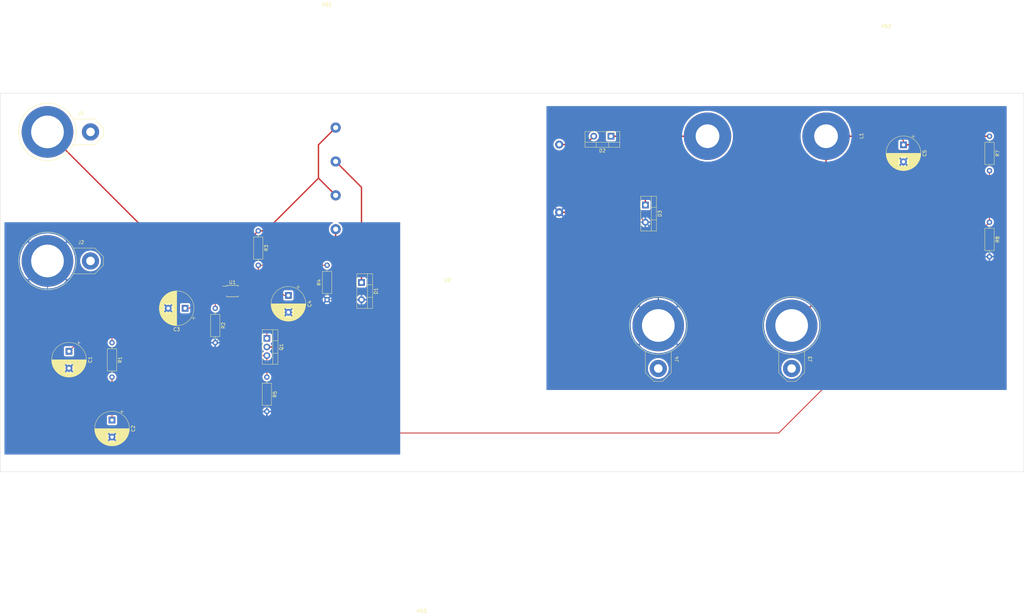
<source format=kicad_pcb>
(kicad_pcb (version 20171130) (host pcbnew "(5.1.6)-1")

  (general
    (thickness 1.6)
    (drawings 6)
    (tracks 98)
    (zones 0)
    (modules 26)
    (nets 23)
  )

  (page A4)
  (layers
    (0 F.Cu signal)
    (31 B.Cu signal)
    (32 B.Adhes user)
    (33 F.Adhes user)
    (34 B.Paste user)
    (35 F.Paste user)
    (36 B.SilkS user)
    (37 F.SilkS user)
    (38 B.Mask user)
    (39 F.Mask user)
    (40 Dwgs.User user)
    (41 Cmts.User user)
    (42 Eco1.User user)
    (43 Eco2.User user)
    (44 Edge.Cuts user)
    (45 Margin user)
    (46 B.CrtYd user)
    (47 F.CrtYd user)
    (48 B.Fab user)
    (49 F.Fab user)
  )

  (setup
    (last_trace_width 0.25)
    (trace_clearance 0.2)
    (zone_clearance 0.508)
    (zone_45_only no)
    (trace_min 0.2)
    (via_size 0.8)
    (via_drill 0.4)
    (via_min_size 0.4)
    (via_min_drill 0.3)
    (uvia_size 0.3)
    (uvia_drill 0.1)
    (uvias_allowed no)
    (uvia_min_size 0.2)
    (uvia_min_drill 0.1)
    (edge_width 0.1)
    (segment_width 0.2)
    (pcb_text_width 0.3)
    (pcb_text_size 1.5 1.5)
    (mod_edge_width 0.15)
    (mod_text_size 1 1)
    (mod_text_width 0.15)
    (pad_size 1.524 1.524)
    (pad_drill 0.762)
    (pad_to_mask_clearance 0)
    (aux_axis_origin 0 0)
    (visible_elements 7FFFFFFF)
    (pcbplotparams
      (layerselection 0x010fc_ffffffff)
      (usegerberextensions false)
      (usegerberattributes false)
      (usegerberadvancedattributes false)
      (creategerberjobfile false)
      (excludeedgelayer true)
      (linewidth 0.100000)
      (plotframeref false)
      (viasonmask false)
      (mode 1)
      (useauxorigin false)
      (hpglpennumber 1)
      (hpglpenspeed 20)
      (hpglpendiameter 15.000000)
      (psnegative false)
      (psa4output false)
      (plotreference true)
      (plotvalue true)
      (plotinvisibletext false)
      (padsonsilk false)
      (subtractmaskfromsilk false)
      (outputformat 1)
      (mirror false)
      (drillshape 0)
      (scaleselection 1)
      (outputdirectory "Gerber/"))
  )

  (net 0 "")
  (net 1 GND)
  (net 2 "Net-(C1-Pad1)")
  (net 3 "Net-(C2-Pad1)")
  (net 4 "Net-(C3-Pad1)")
  (net 5 "Net-(C4-Pad1)")
  (net 6 GNDA)
  (net 7 "Net-(C5-Pad1)")
  (net 8 "Net-(D1-Pad1)")
  (net 9 "Net-(D2-Pad2)")
  (net 10 "Net-(D2-Pad1)")
  (net 11 "Net-(Q1-Pad1)")
  (net 12 "Net-(Q1-Pad2)")
  (net 13 "Net-(Q1-Pad3)")
  (net 14 "Net-(R2-Pad1)")
  (net 15 "Net-(R3-Pad2)")
  (net 16 /Feedback)
  (net 17 "Net-(U1-Pad5)")
  (net 18 "Net-(J1-Pad2)")
  (net 19 VCC)
  (net 20 "Net-(J2-Pad1)")
  (net 21 "Net-(J3-Pad1)")
  (net 22 "Net-(J4-Pad1)")

  (net_class Default "This is the default net class."
    (clearance 0.2)
    (trace_width 0.25)
    (via_dia 0.8)
    (via_drill 0.4)
    (uvia_dia 0.3)
    (uvia_drill 0.1)
    (add_net /Feedback)
    (add_net GND)
    (add_net GNDA)
    (add_net "Net-(C1-Pad1)")
    (add_net "Net-(C2-Pad1)")
    (add_net "Net-(C3-Pad1)")
    (add_net "Net-(C4-Pad1)")
    (add_net "Net-(C5-Pad1)")
    (add_net "Net-(D1-Pad1)")
    (add_net "Net-(D2-Pad1)")
    (add_net "Net-(D2-Pad2)")
    (add_net "Net-(J1-Pad2)")
    (add_net "Net-(J2-Pad1)")
    (add_net "Net-(J3-Pad1)")
    (add_net "Net-(J4-Pad1)")
    (add_net "Net-(Q1-Pad1)")
    (add_net "Net-(Q1-Pad2)")
    (add_net "Net-(Q1-Pad3)")
    (add_net "Net-(R2-Pad1)")
    (add_net "Net-(R3-Pad2)")
    (add_net "Net-(U1-Pad5)")
    (add_net VCC)
  )

  (module Capacitor_THT:CP_Radial_D10.0mm_P5.00mm (layer F.Cu) (tedit 5AE50EF1) (tstamp 5EF2D914)
    (at 243.84 30.48 270)
    (descr "CP, Radial series, Radial, pin pitch=5.00mm, , diameter=10mm, Electrolytic Capacitor")
    (tags "CP Radial series Radial pin pitch 5.00mm  diameter 10mm Electrolytic Capacitor")
    (path /5EF39DD0)
    (fp_text reference C5 (at 2.5 -6.25 90) (layer F.SilkS)
      (effects (font (size 1 1) (thickness 0.15)))
    )
    (fp_text value 100u (at 2.5 6.25 90) (layer F.Fab)
      (effects (font (size 1 1) (thickness 0.15)))
    )
    (fp_line (start -2.479646 -3.375) (end -2.479646 -2.375) (layer F.SilkS) (width 0.12))
    (fp_line (start -2.979646 -2.875) (end -1.979646 -2.875) (layer F.SilkS) (width 0.12))
    (fp_line (start 7.581 -0.599) (end 7.581 0.599) (layer F.SilkS) (width 0.12))
    (fp_line (start 7.541 -0.862) (end 7.541 0.862) (layer F.SilkS) (width 0.12))
    (fp_line (start 7.501 -1.062) (end 7.501 1.062) (layer F.SilkS) (width 0.12))
    (fp_line (start 7.461 -1.23) (end 7.461 1.23) (layer F.SilkS) (width 0.12))
    (fp_line (start 7.421 -1.378) (end 7.421 1.378) (layer F.SilkS) (width 0.12))
    (fp_line (start 7.381 -1.51) (end 7.381 1.51) (layer F.SilkS) (width 0.12))
    (fp_line (start 7.341 -1.63) (end 7.341 1.63) (layer F.SilkS) (width 0.12))
    (fp_line (start 7.301 -1.742) (end 7.301 1.742) (layer F.SilkS) (width 0.12))
    (fp_line (start 7.261 -1.846) (end 7.261 1.846) (layer F.SilkS) (width 0.12))
    (fp_line (start 7.221 -1.944) (end 7.221 1.944) (layer F.SilkS) (width 0.12))
    (fp_line (start 7.181 -2.037) (end 7.181 2.037) (layer F.SilkS) (width 0.12))
    (fp_line (start 7.141 -2.125) (end 7.141 2.125) (layer F.SilkS) (width 0.12))
    (fp_line (start 7.101 -2.209) (end 7.101 2.209) (layer F.SilkS) (width 0.12))
    (fp_line (start 7.061 -2.289) (end 7.061 2.289) (layer F.SilkS) (width 0.12))
    (fp_line (start 7.021 -2.365) (end 7.021 2.365) (layer F.SilkS) (width 0.12))
    (fp_line (start 6.981 -2.439) (end 6.981 2.439) (layer F.SilkS) (width 0.12))
    (fp_line (start 6.941 -2.51) (end 6.941 2.51) (layer F.SilkS) (width 0.12))
    (fp_line (start 6.901 -2.579) (end 6.901 2.579) (layer F.SilkS) (width 0.12))
    (fp_line (start 6.861 -2.645) (end 6.861 2.645) (layer F.SilkS) (width 0.12))
    (fp_line (start 6.821 -2.709) (end 6.821 2.709) (layer F.SilkS) (width 0.12))
    (fp_line (start 6.781 -2.77) (end 6.781 2.77) (layer F.SilkS) (width 0.12))
    (fp_line (start 6.741 -2.83) (end 6.741 2.83) (layer F.SilkS) (width 0.12))
    (fp_line (start 6.701 -2.889) (end 6.701 2.889) (layer F.SilkS) (width 0.12))
    (fp_line (start 6.661 -2.945) (end 6.661 2.945) (layer F.SilkS) (width 0.12))
    (fp_line (start 6.621 -3) (end 6.621 3) (layer F.SilkS) (width 0.12))
    (fp_line (start 6.581 -3.054) (end 6.581 3.054) (layer F.SilkS) (width 0.12))
    (fp_line (start 6.541 -3.106) (end 6.541 3.106) (layer F.SilkS) (width 0.12))
    (fp_line (start 6.501 -3.156) (end 6.501 3.156) (layer F.SilkS) (width 0.12))
    (fp_line (start 6.461 -3.206) (end 6.461 3.206) (layer F.SilkS) (width 0.12))
    (fp_line (start 6.421 -3.254) (end 6.421 3.254) (layer F.SilkS) (width 0.12))
    (fp_line (start 6.381 -3.301) (end 6.381 3.301) (layer F.SilkS) (width 0.12))
    (fp_line (start 6.341 -3.347) (end 6.341 3.347) (layer F.SilkS) (width 0.12))
    (fp_line (start 6.301 -3.392) (end 6.301 3.392) (layer F.SilkS) (width 0.12))
    (fp_line (start 6.261 -3.436) (end 6.261 3.436) (layer F.SilkS) (width 0.12))
    (fp_line (start 6.221 1.241) (end 6.221 3.478) (layer F.SilkS) (width 0.12))
    (fp_line (start 6.221 -3.478) (end 6.221 -1.241) (layer F.SilkS) (width 0.12))
    (fp_line (start 6.181 1.241) (end 6.181 3.52) (layer F.SilkS) (width 0.12))
    (fp_line (start 6.181 -3.52) (end 6.181 -1.241) (layer F.SilkS) (width 0.12))
    (fp_line (start 6.141 1.241) (end 6.141 3.561) (layer F.SilkS) (width 0.12))
    (fp_line (start 6.141 -3.561) (end 6.141 -1.241) (layer F.SilkS) (width 0.12))
    (fp_line (start 6.101 1.241) (end 6.101 3.601) (layer F.SilkS) (width 0.12))
    (fp_line (start 6.101 -3.601) (end 6.101 -1.241) (layer F.SilkS) (width 0.12))
    (fp_line (start 6.061 1.241) (end 6.061 3.64) (layer F.SilkS) (width 0.12))
    (fp_line (start 6.061 -3.64) (end 6.061 -1.241) (layer F.SilkS) (width 0.12))
    (fp_line (start 6.021 1.241) (end 6.021 3.679) (layer F.SilkS) (width 0.12))
    (fp_line (start 6.021 -3.679) (end 6.021 -1.241) (layer F.SilkS) (width 0.12))
    (fp_line (start 5.981 1.241) (end 5.981 3.716) (layer F.SilkS) (width 0.12))
    (fp_line (start 5.981 -3.716) (end 5.981 -1.241) (layer F.SilkS) (width 0.12))
    (fp_line (start 5.941 1.241) (end 5.941 3.753) (layer F.SilkS) (width 0.12))
    (fp_line (start 5.941 -3.753) (end 5.941 -1.241) (layer F.SilkS) (width 0.12))
    (fp_line (start 5.901 1.241) (end 5.901 3.789) (layer F.SilkS) (width 0.12))
    (fp_line (start 5.901 -3.789) (end 5.901 -1.241) (layer F.SilkS) (width 0.12))
    (fp_line (start 5.861 1.241) (end 5.861 3.824) (layer F.SilkS) (width 0.12))
    (fp_line (start 5.861 -3.824) (end 5.861 -1.241) (layer F.SilkS) (width 0.12))
    (fp_line (start 5.821 1.241) (end 5.821 3.858) (layer F.SilkS) (width 0.12))
    (fp_line (start 5.821 -3.858) (end 5.821 -1.241) (layer F.SilkS) (width 0.12))
    (fp_line (start 5.781 1.241) (end 5.781 3.892) (layer F.SilkS) (width 0.12))
    (fp_line (start 5.781 -3.892) (end 5.781 -1.241) (layer F.SilkS) (width 0.12))
    (fp_line (start 5.741 1.241) (end 5.741 3.925) (layer F.SilkS) (width 0.12))
    (fp_line (start 5.741 -3.925) (end 5.741 -1.241) (layer F.SilkS) (width 0.12))
    (fp_line (start 5.701 1.241) (end 5.701 3.957) (layer F.SilkS) (width 0.12))
    (fp_line (start 5.701 -3.957) (end 5.701 -1.241) (layer F.SilkS) (width 0.12))
    (fp_line (start 5.661 1.241) (end 5.661 3.989) (layer F.SilkS) (width 0.12))
    (fp_line (start 5.661 -3.989) (end 5.661 -1.241) (layer F.SilkS) (width 0.12))
    (fp_line (start 5.621 1.241) (end 5.621 4.02) (layer F.SilkS) (width 0.12))
    (fp_line (start 5.621 -4.02) (end 5.621 -1.241) (layer F.SilkS) (width 0.12))
    (fp_line (start 5.581 1.241) (end 5.581 4.05) (layer F.SilkS) (width 0.12))
    (fp_line (start 5.581 -4.05) (end 5.581 -1.241) (layer F.SilkS) (width 0.12))
    (fp_line (start 5.541 1.241) (end 5.541 4.08) (layer F.SilkS) (width 0.12))
    (fp_line (start 5.541 -4.08) (end 5.541 -1.241) (layer F.SilkS) (width 0.12))
    (fp_line (start 5.501 1.241) (end 5.501 4.11) (layer F.SilkS) (width 0.12))
    (fp_line (start 5.501 -4.11) (end 5.501 -1.241) (layer F.SilkS) (width 0.12))
    (fp_line (start 5.461 1.241) (end 5.461 4.138) (layer F.SilkS) (width 0.12))
    (fp_line (start 5.461 -4.138) (end 5.461 -1.241) (layer F.SilkS) (width 0.12))
    (fp_line (start 5.421 1.241) (end 5.421 4.166) (layer F.SilkS) (width 0.12))
    (fp_line (start 5.421 -4.166) (end 5.421 -1.241) (layer F.SilkS) (width 0.12))
    (fp_line (start 5.381 1.241) (end 5.381 4.194) (layer F.SilkS) (width 0.12))
    (fp_line (start 5.381 -4.194) (end 5.381 -1.241) (layer F.SilkS) (width 0.12))
    (fp_line (start 5.341 1.241) (end 5.341 4.221) (layer F.SilkS) (width 0.12))
    (fp_line (start 5.341 -4.221) (end 5.341 -1.241) (layer F.SilkS) (width 0.12))
    (fp_line (start 5.301 1.241) (end 5.301 4.247) (layer F.SilkS) (width 0.12))
    (fp_line (start 5.301 -4.247) (end 5.301 -1.241) (layer F.SilkS) (width 0.12))
    (fp_line (start 5.261 1.241) (end 5.261 4.273) (layer F.SilkS) (width 0.12))
    (fp_line (start 5.261 -4.273) (end 5.261 -1.241) (layer F.SilkS) (width 0.12))
    (fp_line (start 5.221 1.241) (end 5.221 4.298) (layer F.SilkS) (width 0.12))
    (fp_line (start 5.221 -4.298) (end 5.221 -1.241) (layer F.SilkS) (width 0.12))
    (fp_line (start 5.181 1.241) (end 5.181 4.323) (layer F.SilkS) (width 0.12))
    (fp_line (start 5.181 -4.323) (end 5.181 -1.241) (layer F.SilkS) (width 0.12))
    (fp_line (start 5.141 1.241) (end 5.141 4.347) (layer F.SilkS) (width 0.12))
    (fp_line (start 5.141 -4.347) (end 5.141 -1.241) (layer F.SilkS) (width 0.12))
    (fp_line (start 5.101 1.241) (end 5.101 4.371) (layer F.SilkS) (width 0.12))
    (fp_line (start 5.101 -4.371) (end 5.101 -1.241) (layer F.SilkS) (width 0.12))
    (fp_line (start 5.061 1.241) (end 5.061 4.395) (layer F.SilkS) (width 0.12))
    (fp_line (start 5.061 -4.395) (end 5.061 -1.241) (layer F.SilkS) (width 0.12))
    (fp_line (start 5.021 1.241) (end 5.021 4.417) (layer F.SilkS) (width 0.12))
    (fp_line (start 5.021 -4.417) (end 5.021 -1.241) (layer F.SilkS) (width 0.12))
    (fp_line (start 4.981 1.241) (end 4.981 4.44) (layer F.SilkS) (width 0.12))
    (fp_line (start 4.981 -4.44) (end 4.981 -1.241) (layer F.SilkS) (width 0.12))
    (fp_line (start 4.941 1.241) (end 4.941 4.462) (layer F.SilkS) (width 0.12))
    (fp_line (start 4.941 -4.462) (end 4.941 -1.241) (layer F.SilkS) (width 0.12))
    (fp_line (start 4.901 1.241) (end 4.901 4.483) (layer F.SilkS) (width 0.12))
    (fp_line (start 4.901 -4.483) (end 4.901 -1.241) (layer F.SilkS) (width 0.12))
    (fp_line (start 4.861 1.241) (end 4.861 4.504) (layer F.SilkS) (width 0.12))
    (fp_line (start 4.861 -4.504) (end 4.861 -1.241) (layer F.SilkS) (width 0.12))
    (fp_line (start 4.821 1.241) (end 4.821 4.525) (layer F.SilkS) (width 0.12))
    (fp_line (start 4.821 -4.525) (end 4.821 -1.241) (layer F.SilkS) (width 0.12))
    (fp_line (start 4.781 1.241) (end 4.781 4.545) (layer F.SilkS) (width 0.12))
    (fp_line (start 4.781 -4.545) (end 4.781 -1.241) (layer F.SilkS) (width 0.12))
    (fp_line (start 4.741 1.241) (end 4.741 4.564) (layer F.SilkS) (width 0.12))
    (fp_line (start 4.741 -4.564) (end 4.741 -1.241) (layer F.SilkS) (width 0.12))
    (fp_line (start 4.701 1.241) (end 4.701 4.584) (layer F.SilkS) (width 0.12))
    (fp_line (start 4.701 -4.584) (end 4.701 -1.241) (layer F.SilkS) (width 0.12))
    (fp_line (start 4.661 1.241) (end 4.661 4.603) (layer F.SilkS) (width 0.12))
    (fp_line (start 4.661 -4.603) (end 4.661 -1.241) (layer F.SilkS) (width 0.12))
    (fp_line (start 4.621 1.241) (end 4.621 4.621) (layer F.SilkS) (width 0.12))
    (fp_line (start 4.621 -4.621) (end 4.621 -1.241) (layer F.SilkS) (width 0.12))
    (fp_line (start 4.581 1.241) (end 4.581 4.639) (layer F.SilkS) (width 0.12))
    (fp_line (start 4.581 -4.639) (end 4.581 -1.241) (layer F.SilkS) (width 0.12))
    (fp_line (start 4.541 1.241) (end 4.541 4.657) (layer F.SilkS) (width 0.12))
    (fp_line (start 4.541 -4.657) (end 4.541 -1.241) (layer F.SilkS) (width 0.12))
    (fp_line (start 4.501 1.241) (end 4.501 4.674) (layer F.SilkS) (width 0.12))
    (fp_line (start 4.501 -4.674) (end 4.501 -1.241) (layer F.SilkS) (width 0.12))
    (fp_line (start 4.461 1.241) (end 4.461 4.69) (layer F.SilkS) (width 0.12))
    (fp_line (start 4.461 -4.69) (end 4.461 -1.241) (layer F.SilkS) (width 0.12))
    (fp_line (start 4.421 1.241) (end 4.421 4.707) (layer F.SilkS) (width 0.12))
    (fp_line (start 4.421 -4.707) (end 4.421 -1.241) (layer F.SilkS) (width 0.12))
    (fp_line (start 4.381 1.241) (end 4.381 4.723) (layer F.SilkS) (width 0.12))
    (fp_line (start 4.381 -4.723) (end 4.381 -1.241) (layer F.SilkS) (width 0.12))
    (fp_line (start 4.341 1.241) (end 4.341 4.738) (layer F.SilkS) (width 0.12))
    (fp_line (start 4.341 -4.738) (end 4.341 -1.241) (layer F.SilkS) (width 0.12))
    (fp_line (start 4.301 1.241) (end 4.301 4.754) (layer F.SilkS) (width 0.12))
    (fp_line (start 4.301 -4.754) (end 4.301 -1.241) (layer F.SilkS) (width 0.12))
    (fp_line (start 4.261 1.241) (end 4.261 4.768) (layer F.SilkS) (width 0.12))
    (fp_line (start 4.261 -4.768) (end 4.261 -1.241) (layer F.SilkS) (width 0.12))
    (fp_line (start 4.221 1.241) (end 4.221 4.783) (layer F.SilkS) (width 0.12))
    (fp_line (start 4.221 -4.783) (end 4.221 -1.241) (layer F.SilkS) (width 0.12))
    (fp_line (start 4.181 1.241) (end 4.181 4.797) (layer F.SilkS) (width 0.12))
    (fp_line (start 4.181 -4.797) (end 4.181 -1.241) (layer F.SilkS) (width 0.12))
    (fp_line (start 4.141 1.241) (end 4.141 4.811) (layer F.SilkS) (width 0.12))
    (fp_line (start 4.141 -4.811) (end 4.141 -1.241) (layer F.SilkS) (width 0.12))
    (fp_line (start 4.101 1.241) (end 4.101 4.824) (layer F.SilkS) (width 0.12))
    (fp_line (start 4.101 -4.824) (end 4.101 -1.241) (layer F.SilkS) (width 0.12))
    (fp_line (start 4.061 1.241) (end 4.061 4.837) (layer F.SilkS) (width 0.12))
    (fp_line (start 4.061 -4.837) (end 4.061 -1.241) (layer F.SilkS) (width 0.12))
    (fp_line (start 4.021 1.241) (end 4.021 4.85) (layer F.SilkS) (width 0.12))
    (fp_line (start 4.021 -4.85) (end 4.021 -1.241) (layer F.SilkS) (width 0.12))
    (fp_line (start 3.981 1.241) (end 3.981 4.862) (layer F.SilkS) (width 0.12))
    (fp_line (start 3.981 -4.862) (end 3.981 -1.241) (layer F.SilkS) (width 0.12))
    (fp_line (start 3.941 1.241) (end 3.941 4.874) (layer F.SilkS) (width 0.12))
    (fp_line (start 3.941 -4.874) (end 3.941 -1.241) (layer F.SilkS) (width 0.12))
    (fp_line (start 3.901 1.241) (end 3.901 4.885) (layer F.SilkS) (width 0.12))
    (fp_line (start 3.901 -4.885) (end 3.901 -1.241) (layer F.SilkS) (width 0.12))
    (fp_line (start 3.861 1.241) (end 3.861 4.897) (layer F.SilkS) (width 0.12))
    (fp_line (start 3.861 -4.897) (end 3.861 -1.241) (layer F.SilkS) (width 0.12))
    (fp_line (start 3.821 1.241) (end 3.821 4.907) (layer F.SilkS) (width 0.12))
    (fp_line (start 3.821 -4.907) (end 3.821 -1.241) (layer F.SilkS) (width 0.12))
    (fp_line (start 3.781 1.241) (end 3.781 4.918) (layer F.SilkS) (width 0.12))
    (fp_line (start 3.781 -4.918) (end 3.781 -1.241) (layer F.SilkS) (width 0.12))
    (fp_line (start 3.741 -4.928) (end 3.741 4.928) (layer F.SilkS) (width 0.12))
    (fp_line (start 3.701 -4.938) (end 3.701 4.938) (layer F.SilkS) (width 0.12))
    (fp_line (start 3.661 -4.947) (end 3.661 4.947) (layer F.SilkS) (width 0.12))
    (fp_line (start 3.621 -4.956) (end 3.621 4.956) (layer F.SilkS) (width 0.12))
    (fp_line (start 3.581 -4.965) (end 3.581 4.965) (layer F.SilkS) (width 0.12))
    (fp_line (start 3.541 -4.974) (end 3.541 4.974) (layer F.SilkS) (width 0.12))
    (fp_line (start 3.501 -4.982) (end 3.501 4.982) (layer F.SilkS) (width 0.12))
    (fp_line (start 3.461 -4.99) (end 3.461 4.99) (layer F.SilkS) (width 0.12))
    (fp_line (start 3.421 -4.997) (end 3.421 4.997) (layer F.SilkS) (width 0.12))
    (fp_line (start 3.381 -5.004) (end 3.381 5.004) (layer F.SilkS) (width 0.12))
    (fp_line (start 3.341 -5.011) (end 3.341 5.011) (layer F.SilkS) (width 0.12))
    (fp_line (start 3.301 -5.018) (end 3.301 5.018) (layer F.SilkS) (width 0.12))
    (fp_line (start 3.261 -5.024) (end 3.261 5.024) (layer F.SilkS) (width 0.12))
    (fp_line (start 3.221 -5.03) (end 3.221 5.03) (layer F.SilkS) (width 0.12))
    (fp_line (start 3.18 -5.035) (end 3.18 5.035) (layer F.SilkS) (width 0.12))
    (fp_line (start 3.14 -5.04) (end 3.14 5.04) (layer F.SilkS) (width 0.12))
    (fp_line (start 3.1 -5.045) (end 3.1 5.045) (layer F.SilkS) (width 0.12))
    (fp_line (start 3.06 -5.05) (end 3.06 5.05) (layer F.SilkS) (width 0.12))
    (fp_line (start 3.02 -5.054) (end 3.02 5.054) (layer F.SilkS) (width 0.12))
    (fp_line (start 2.98 -5.058) (end 2.98 5.058) (layer F.SilkS) (width 0.12))
    (fp_line (start 2.94 -5.062) (end 2.94 5.062) (layer F.SilkS) (width 0.12))
    (fp_line (start 2.9 -5.065) (end 2.9 5.065) (layer F.SilkS) (width 0.12))
    (fp_line (start 2.86 -5.068) (end 2.86 5.068) (layer F.SilkS) (width 0.12))
    (fp_line (start 2.82 -5.07) (end 2.82 5.07) (layer F.SilkS) (width 0.12))
    (fp_line (start 2.78 -5.073) (end 2.78 5.073) (layer F.SilkS) (width 0.12))
    (fp_line (start 2.74 -5.075) (end 2.74 5.075) (layer F.SilkS) (width 0.12))
    (fp_line (start 2.7 -5.077) (end 2.7 5.077) (layer F.SilkS) (width 0.12))
    (fp_line (start 2.66 -5.078) (end 2.66 5.078) (layer F.SilkS) (width 0.12))
    (fp_line (start 2.62 -5.079) (end 2.62 5.079) (layer F.SilkS) (width 0.12))
    (fp_line (start 2.58 -5.08) (end 2.58 5.08) (layer F.SilkS) (width 0.12))
    (fp_line (start 2.54 -5.08) (end 2.54 5.08) (layer F.SilkS) (width 0.12))
    (fp_line (start 2.5 -5.08) (end 2.5 5.08) (layer F.SilkS) (width 0.12))
    (fp_line (start -1.288861 -2.6875) (end -1.288861 -1.6875) (layer F.Fab) (width 0.1))
    (fp_line (start -1.788861 -2.1875) (end -0.788861 -2.1875) (layer F.Fab) (width 0.1))
    (fp_circle (center 2.5 0) (end 7.75 0) (layer F.CrtYd) (width 0.05))
    (fp_circle (center 2.5 0) (end 7.62 0) (layer F.SilkS) (width 0.12))
    (fp_circle (center 2.5 0) (end 7.5 0) (layer F.Fab) (width 0.1))
    (fp_text user %R (at 2.5 0 90) (layer F.Fab)
      (effects (font (size 1 1) (thickness 0.15)))
    )
    (pad 2 thru_hole circle (at 5 0 270) (size 2 2) (drill 1) (layers *.Cu *.Mask)
      (net 6 GNDA))
    (pad 1 thru_hole rect (at 0 0 270) (size 2 2) (drill 1) (layers *.Cu *.Mask)
      (net 7 "Net-(C5-Pad1)"))
    (model ${KISYS3DMOD}/Capacitor_THT.3dshapes/CP_Radial_D10.0mm_P5.00mm.wrl
      (at (xyz 0 0 0))
      (scale (xyz 1 1 1))
      (rotate (xyz 0 0 0))
    )
  )

  (module forward_converter:forward_converter_transformer (layer F.Cu) (tedit 5EF253A8) (tstamp 5EF2DA60)
    (at 109.2 40.4)
    (path /5EFC06AD)
    (fp_text reference U2 (at 0 30) (layer F.SilkS)
      (effects (font (size 1 1) (thickness 0.15)))
    )
    (fp_text value designed_transformer_model (at 0 -25) (layer F.Fab)
      (effects (font (size 1 1) (thickness 0.15)))
    )
    (pad 1 thru_hole circle (at -33 -15) (size 3 3) (drill 1.5) (layers *.Cu *.Mask)
      (net 18 "Net-(J1-Pad2)"))
    (pad 2 thru_hole circle (at -33 -5) (size 3 3) (drill 1.5) (layers *.Cu *.Mask)
      (net 8 "Net-(D1-Pad1)"))
    (pad 3 thru_hole circle (at -33 5) (size 3 3) (drill 1.5) (layers *.Cu *.Mask)
      (net 18 "Net-(J1-Pad2)"))
    (pad 4 thru_hole circle (at -33 15) (size 3 3) (drill 1.5) (layers *.Cu *.Mask)
      (net 12 "Net-(Q1-Pad2)"))
    (pad 5 thru_hole circle (at 33 -10) (size 2.4 2.4) (drill 1.2) (layers *.Cu *.Mask)
      (net 9 "Net-(D2-Pad2)"))
    (pad 6 thru_hole circle (at 33 10) (size 2.4 2.4) (drill 1.2) (layers *.Cu *.Mask)
      (net 6 GNDA))
    (model ${KISYS3DMOD}/Transformer_THT.3dshapes/Transformer_NF_ETAL_1-1_P1200.wrl
      (offset (xyz 19 8.5 0))
      (scale (xyz 3 2.1 2.5))
      (rotate (xyz 0 0 0))
    )
  )

  (module Package_TO_SOT_THT:TO-220-3_Vertical (layer F.Cu) (tedit 5AC8BA0D) (tstamp 5EF2D97F)
    (at 55.88 87.63 270)
    (descr "TO-220-3, Vertical, RM 2.54mm, see https://www.vishay.com/docs/66542/to-220-1.pdf")
    (tags "TO-220-3 Vertical RM 2.54mm")
    (path /5EF15E2E)
    (fp_text reference Q1 (at 2.54 -4.27 90) (layer F.SilkS)
      (effects (font (size 1 1) (thickness 0.15)))
    )
    (fp_text value IRF740 (at 2.54 2.5 90) (layer F.Fab)
      (effects (font (size 1 1) (thickness 0.15)))
    )
    (fp_line (start -2.46 -3.15) (end -2.46 1.25) (layer F.Fab) (width 0.1))
    (fp_line (start -2.46 1.25) (end 7.54 1.25) (layer F.Fab) (width 0.1))
    (fp_line (start 7.54 1.25) (end 7.54 -3.15) (layer F.Fab) (width 0.1))
    (fp_line (start 7.54 -3.15) (end -2.46 -3.15) (layer F.Fab) (width 0.1))
    (fp_line (start -2.46 -1.88) (end 7.54 -1.88) (layer F.Fab) (width 0.1))
    (fp_line (start 0.69 -3.15) (end 0.69 -1.88) (layer F.Fab) (width 0.1))
    (fp_line (start 4.39 -3.15) (end 4.39 -1.88) (layer F.Fab) (width 0.1))
    (fp_line (start -2.58 -3.27) (end 7.66 -3.27) (layer F.SilkS) (width 0.12))
    (fp_line (start -2.58 1.371) (end 7.66 1.371) (layer F.SilkS) (width 0.12))
    (fp_line (start -2.58 -3.27) (end -2.58 1.371) (layer F.SilkS) (width 0.12))
    (fp_line (start 7.66 -3.27) (end 7.66 1.371) (layer F.SilkS) (width 0.12))
    (fp_line (start -2.58 -1.76) (end 7.66 -1.76) (layer F.SilkS) (width 0.12))
    (fp_line (start 0.69 -3.27) (end 0.69 -1.76) (layer F.SilkS) (width 0.12))
    (fp_line (start 4.391 -3.27) (end 4.391 -1.76) (layer F.SilkS) (width 0.12))
    (fp_line (start -2.71 -3.4) (end -2.71 1.51) (layer F.CrtYd) (width 0.05))
    (fp_line (start -2.71 1.51) (end 7.79 1.51) (layer F.CrtYd) (width 0.05))
    (fp_line (start 7.79 1.51) (end 7.79 -3.4) (layer F.CrtYd) (width 0.05))
    (fp_line (start 7.79 -3.4) (end -2.71 -3.4) (layer F.CrtYd) (width 0.05))
    (fp_text user %R (at 2.54 -4.27 90) (layer F.Fab)
      (effects (font (size 1 1) (thickness 0.15)))
    )
    (pad 1 thru_hole rect (at 0 0 270) (size 1.905 2) (drill 1.1) (layers *.Cu *.Mask)
      (net 11 "Net-(Q1-Pad1)"))
    (pad 2 thru_hole oval (at 2.54 0 270) (size 1.905 2) (drill 1.1) (layers *.Cu *.Mask)
      (net 12 "Net-(Q1-Pad2)"))
    (pad 3 thru_hole oval (at 5.08 0 270) (size 1.905 2) (drill 1.1) (layers *.Cu *.Mask)
      (net 13 "Net-(Q1-Pad3)"))
    (model ${KISYS3DMOD}/Package_TO_SOT_THT.3dshapes/TO-220-3_Vertical.wrl
      (at (xyz 0 0 0))
      (scale (xyz 1 1 1))
      (rotate (xyz 0 0 0))
    )
  )

  (module Capacitor_THT:CP_Radial_D10.0mm_P5.00mm (layer F.Cu) (tedit 5AE50EF1) (tstamp 5EF2D5E4)
    (at -2.54 91.44 270)
    (descr "CP, Radial series, Radial, pin pitch=5.00mm, , diameter=10mm, Electrolytic Capacitor")
    (tags "CP Radial series Radial pin pitch 5.00mm  diameter 10mm Electrolytic Capacitor")
    (path /5EF1FE96)
    (fp_text reference C1 (at 2.5 -6.25 90) (layer F.SilkS)
      (effects (font (size 1 1) (thickness 0.15)))
    )
    (fp_text value 100p (at 2.5 6.25 90) (layer F.Fab)
      (effects (font (size 1 1) (thickness 0.15)))
    )
    (fp_line (start -2.479646 -3.375) (end -2.479646 -2.375) (layer F.SilkS) (width 0.12))
    (fp_line (start -2.979646 -2.875) (end -1.979646 -2.875) (layer F.SilkS) (width 0.12))
    (fp_line (start 7.581 -0.599) (end 7.581 0.599) (layer F.SilkS) (width 0.12))
    (fp_line (start 7.541 -0.862) (end 7.541 0.862) (layer F.SilkS) (width 0.12))
    (fp_line (start 7.501 -1.062) (end 7.501 1.062) (layer F.SilkS) (width 0.12))
    (fp_line (start 7.461 -1.23) (end 7.461 1.23) (layer F.SilkS) (width 0.12))
    (fp_line (start 7.421 -1.378) (end 7.421 1.378) (layer F.SilkS) (width 0.12))
    (fp_line (start 7.381 -1.51) (end 7.381 1.51) (layer F.SilkS) (width 0.12))
    (fp_line (start 7.341 -1.63) (end 7.341 1.63) (layer F.SilkS) (width 0.12))
    (fp_line (start 7.301 -1.742) (end 7.301 1.742) (layer F.SilkS) (width 0.12))
    (fp_line (start 7.261 -1.846) (end 7.261 1.846) (layer F.SilkS) (width 0.12))
    (fp_line (start 7.221 -1.944) (end 7.221 1.944) (layer F.SilkS) (width 0.12))
    (fp_line (start 7.181 -2.037) (end 7.181 2.037) (layer F.SilkS) (width 0.12))
    (fp_line (start 7.141 -2.125) (end 7.141 2.125) (layer F.SilkS) (width 0.12))
    (fp_line (start 7.101 -2.209) (end 7.101 2.209) (layer F.SilkS) (width 0.12))
    (fp_line (start 7.061 -2.289) (end 7.061 2.289) (layer F.SilkS) (width 0.12))
    (fp_line (start 7.021 -2.365) (end 7.021 2.365) (layer F.SilkS) (width 0.12))
    (fp_line (start 6.981 -2.439) (end 6.981 2.439) (layer F.SilkS) (width 0.12))
    (fp_line (start 6.941 -2.51) (end 6.941 2.51) (layer F.SilkS) (width 0.12))
    (fp_line (start 6.901 -2.579) (end 6.901 2.579) (layer F.SilkS) (width 0.12))
    (fp_line (start 6.861 -2.645) (end 6.861 2.645) (layer F.SilkS) (width 0.12))
    (fp_line (start 6.821 -2.709) (end 6.821 2.709) (layer F.SilkS) (width 0.12))
    (fp_line (start 6.781 -2.77) (end 6.781 2.77) (layer F.SilkS) (width 0.12))
    (fp_line (start 6.741 -2.83) (end 6.741 2.83) (layer F.SilkS) (width 0.12))
    (fp_line (start 6.701 -2.889) (end 6.701 2.889) (layer F.SilkS) (width 0.12))
    (fp_line (start 6.661 -2.945) (end 6.661 2.945) (layer F.SilkS) (width 0.12))
    (fp_line (start 6.621 -3) (end 6.621 3) (layer F.SilkS) (width 0.12))
    (fp_line (start 6.581 -3.054) (end 6.581 3.054) (layer F.SilkS) (width 0.12))
    (fp_line (start 6.541 -3.106) (end 6.541 3.106) (layer F.SilkS) (width 0.12))
    (fp_line (start 6.501 -3.156) (end 6.501 3.156) (layer F.SilkS) (width 0.12))
    (fp_line (start 6.461 -3.206) (end 6.461 3.206) (layer F.SilkS) (width 0.12))
    (fp_line (start 6.421 -3.254) (end 6.421 3.254) (layer F.SilkS) (width 0.12))
    (fp_line (start 6.381 -3.301) (end 6.381 3.301) (layer F.SilkS) (width 0.12))
    (fp_line (start 6.341 -3.347) (end 6.341 3.347) (layer F.SilkS) (width 0.12))
    (fp_line (start 6.301 -3.392) (end 6.301 3.392) (layer F.SilkS) (width 0.12))
    (fp_line (start 6.261 -3.436) (end 6.261 3.436) (layer F.SilkS) (width 0.12))
    (fp_line (start 6.221 1.241) (end 6.221 3.478) (layer F.SilkS) (width 0.12))
    (fp_line (start 6.221 -3.478) (end 6.221 -1.241) (layer F.SilkS) (width 0.12))
    (fp_line (start 6.181 1.241) (end 6.181 3.52) (layer F.SilkS) (width 0.12))
    (fp_line (start 6.181 -3.52) (end 6.181 -1.241) (layer F.SilkS) (width 0.12))
    (fp_line (start 6.141 1.241) (end 6.141 3.561) (layer F.SilkS) (width 0.12))
    (fp_line (start 6.141 -3.561) (end 6.141 -1.241) (layer F.SilkS) (width 0.12))
    (fp_line (start 6.101 1.241) (end 6.101 3.601) (layer F.SilkS) (width 0.12))
    (fp_line (start 6.101 -3.601) (end 6.101 -1.241) (layer F.SilkS) (width 0.12))
    (fp_line (start 6.061 1.241) (end 6.061 3.64) (layer F.SilkS) (width 0.12))
    (fp_line (start 6.061 -3.64) (end 6.061 -1.241) (layer F.SilkS) (width 0.12))
    (fp_line (start 6.021 1.241) (end 6.021 3.679) (layer F.SilkS) (width 0.12))
    (fp_line (start 6.021 -3.679) (end 6.021 -1.241) (layer F.SilkS) (width 0.12))
    (fp_line (start 5.981 1.241) (end 5.981 3.716) (layer F.SilkS) (width 0.12))
    (fp_line (start 5.981 -3.716) (end 5.981 -1.241) (layer F.SilkS) (width 0.12))
    (fp_line (start 5.941 1.241) (end 5.941 3.753) (layer F.SilkS) (width 0.12))
    (fp_line (start 5.941 -3.753) (end 5.941 -1.241) (layer F.SilkS) (width 0.12))
    (fp_line (start 5.901 1.241) (end 5.901 3.789) (layer F.SilkS) (width 0.12))
    (fp_line (start 5.901 -3.789) (end 5.901 -1.241) (layer F.SilkS) (width 0.12))
    (fp_line (start 5.861 1.241) (end 5.861 3.824) (layer F.SilkS) (width 0.12))
    (fp_line (start 5.861 -3.824) (end 5.861 -1.241) (layer F.SilkS) (width 0.12))
    (fp_line (start 5.821 1.241) (end 5.821 3.858) (layer F.SilkS) (width 0.12))
    (fp_line (start 5.821 -3.858) (end 5.821 -1.241) (layer F.SilkS) (width 0.12))
    (fp_line (start 5.781 1.241) (end 5.781 3.892) (layer F.SilkS) (width 0.12))
    (fp_line (start 5.781 -3.892) (end 5.781 -1.241) (layer F.SilkS) (width 0.12))
    (fp_line (start 5.741 1.241) (end 5.741 3.925) (layer F.SilkS) (width 0.12))
    (fp_line (start 5.741 -3.925) (end 5.741 -1.241) (layer F.SilkS) (width 0.12))
    (fp_line (start 5.701 1.241) (end 5.701 3.957) (layer F.SilkS) (width 0.12))
    (fp_line (start 5.701 -3.957) (end 5.701 -1.241) (layer F.SilkS) (width 0.12))
    (fp_line (start 5.661 1.241) (end 5.661 3.989) (layer F.SilkS) (width 0.12))
    (fp_line (start 5.661 -3.989) (end 5.661 -1.241) (layer F.SilkS) (width 0.12))
    (fp_line (start 5.621 1.241) (end 5.621 4.02) (layer F.SilkS) (width 0.12))
    (fp_line (start 5.621 -4.02) (end 5.621 -1.241) (layer F.SilkS) (width 0.12))
    (fp_line (start 5.581 1.241) (end 5.581 4.05) (layer F.SilkS) (width 0.12))
    (fp_line (start 5.581 -4.05) (end 5.581 -1.241) (layer F.SilkS) (width 0.12))
    (fp_line (start 5.541 1.241) (end 5.541 4.08) (layer F.SilkS) (width 0.12))
    (fp_line (start 5.541 -4.08) (end 5.541 -1.241) (layer F.SilkS) (width 0.12))
    (fp_line (start 5.501 1.241) (end 5.501 4.11) (layer F.SilkS) (width 0.12))
    (fp_line (start 5.501 -4.11) (end 5.501 -1.241) (layer F.SilkS) (width 0.12))
    (fp_line (start 5.461 1.241) (end 5.461 4.138) (layer F.SilkS) (width 0.12))
    (fp_line (start 5.461 -4.138) (end 5.461 -1.241) (layer F.SilkS) (width 0.12))
    (fp_line (start 5.421 1.241) (end 5.421 4.166) (layer F.SilkS) (width 0.12))
    (fp_line (start 5.421 -4.166) (end 5.421 -1.241) (layer F.SilkS) (width 0.12))
    (fp_line (start 5.381 1.241) (end 5.381 4.194) (layer F.SilkS) (width 0.12))
    (fp_line (start 5.381 -4.194) (end 5.381 -1.241) (layer F.SilkS) (width 0.12))
    (fp_line (start 5.341 1.241) (end 5.341 4.221) (layer F.SilkS) (width 0.12))
    (fp_line (start 5.341 -4.221) (end 5.341 -1.241) (layer F.SilkS) (width 0.12))
    (fp_line (start 5.301 1.241) (end 5.301 4.247) (layer F.SilkS) (width 0.12))
    (fp_line (start 5.301 -4.247) (end 5.301 -1.241) (layer F.SilkS) (width 0.12))
    (fp_line (start 5.261 1.241) (end 5.261 4.273) (layer F.SilkS) (width 0.12))
    (fp_line (start 5.261 -4.273) (end 5.261 -1.241) (layer F.SilkS) (width 0.12))
    (fp_line (start 5.221 1.241) (end 5.221 4.298) (layer F.SilkS) (width 0.12))
    (fp_line (start 5.221 -4.298) (end 5.221 -1.241) (layer F.SilkS) (width 0.12))
    (fp_line (start 5.181 1.241) (end 5.181 4.323) (layer F.SilkS) (width 0.12))
    (fp_line (start 5.181 -4.323) (end 5.181 -1.241) (layer F.SilkS) (width 0.12))
    (fp_line (start 5.141 1.241) (end 5.141 4.347) (layer F.SilkS) (width 0.12))
    (fp_line (start 5.141 -4.347) (end 5.141 -1.241) (layer F.SilkS) (width 0.12))
    (fp_line (start 5.101 1.241) (end 5.101 4.371) (layer F.SilkS) (width 0.12))
    (fp_line (start 5.101 -4.371) (end 5.101 -1.241) (layer F.SilkS) (width 0.12))
    (fp_line (start 5.061 1.241) (end 5.061 4.395) (layer F.SilkS) (width 0.12))
    (fp_line (start 5.061 -4.395) (end 5.061 -1.241) (layer F.SilkS) (width 0.12))
    (fp_line (start 5.021 1.241) (end 5.021 4.417) (layer F.SilkS) (width 0.12))
    (fp_line (start 5.021 -4.417) (end 5.021 -1.241) (layer F.SilkS) (width 0.12))
    (fp_line (start 4.981 1.241) (end 4.981 4.44) (layer F.SilkS) (width 0.12))
    (fp_line (start 4.981 -4.44) (end 4.981 -1.241) (layer F.SilkS) (width 0.12))
    (fp_line (start 4.941 1.241) (end 4.941 4.462) (layer F.SilkS) (width 0.12))
    (fp_line (start 4.941 -4.462) (end 4.941 -1.241) (layer F.SilkS) (width 0.12))
    (fp_line (start 4.901 1.241) (end 4.901 4.483) (layer F.SilkS) (width 0.12))
    (fp_line (start 4.901 -4.483) (end 4.901 -1.241) (layer F.SilkS) (width 0.12))
    (fp_line (start 4.861 1.241) (end 4.861 4.504) (layer F.SilkS) (width 0.12))
    (fp_line (start 4.861 -4.504) (end 4.861 -1.241) (layer F.SilkS) (width 0.12))
    (fp_line (start 4.821 1.241) (end 4.821 4.525) (layer F.SilkS) (width 0.12))
    (fp_line (start 4.821 -4.525) (end 4.821 -1.241) (layer F.SilkS) (width 0.12))
    (fp_line (start 4.781 1.241) (end 4.781 4.545) (layer F.SilkS) (width 0.12))
    (fp_line (start 4.781 -4.545) (end 4.781 -1.241) (layer F.SilkS) (width 0.12))
    (fp_line (start 4.741 1.241) (end 4.741 4.564) (layer F.SilkS) (width 0.12))
    (fp_line (start 4.741 -4.564) (end 4.741 -1.241) (layer F.SilkS) (width 0.12))
    (fp_line (start 4.701 1.241) (end 4.701 4.584) (layer F.SilkS) (width 0.12))
    (fp_line (start 4.701 -4.584) (end 4.701 -1.241) (layer F.SilkS) (width 0.12))
    (fp_line (start 4.661 1.241) (end 4.661 4.603) (layer F.SilkS) (width 0.12))
    (fp_line (start 4.661 -4.603) (end 4.661 -1.241) (layer F.SilkS) (width 0.12))
    (fp_line (start 4.621 1.241) (end 4.621 4.621) (layer F.SilkS) (width 0.12))
    (fp_line (start 4.621 -4.621) (end 4.621 -1.241) (layer F.SilkS) (width 0.12))
    (fp_line (start 4.581 1.241) (end 4.581 4.639) (layer F.SilkS) (width 0.12))
    (fp_line (start 4.581 -4.639) (end 4.581 -1.241) (layer F.SilkS) (width 0.12))
    (fp_line (start 4.541 1.241) (end 4.541 4.657) (layer F.SilkS) (width 0.12))
    (fp_line (start 4.541 -4.657) (end 4.541 -1.241) (layer F.SilkS) (width 0.12))
    (fp_line (start 4.501 1.241) (end 4.501 4.674) (layer F.SilkS) (width 0.12))
    (fp_line (start 4.501 -4.674) (end 4.501 -1.241) (layer F.SilkS) (width 0.12))
    (fp_line (start 4.461 1.241) (end 4.461 4.69) (layer F.SilkS) (width 0.12))
    (fp_line (start 4.461 -4.69) (end 4.461 -1.241) (layer F.SilkS) (width 0.12))
    (fp_line (start 4.421 1.241) (end 4.421 4.707) (layer F.SilkS) (width 0.12))
    (fp_line (start 4.421 -4.707) (end 4.421 -1.241) (layer F.SilkS) (width 0.12))
    (fp_line (start 4.381 1.241) (end 4.381 4.723) (layer F.SilkS) (width 0.12))
    (fp_line (start 4.381 -4.723) (end 4.381 -1.241) (layer F.SilkS) (width 0.12))
    (fp_line (start 4.341 1.241) (end 4.341 4.738) (layer F.SilkS) (width 0.12))
    (fp_line (start 4.341 -4.738) (end 4.341 -1.241) (layer F.SilkS) (width 0.12))
    (fp_line (start 4.301 1.241) (end 4.301 4.754) (layer F.SilkS) (width 0.12))
    (fp_line (start 4.301 -4.754) (end 4.301 -1.241) (layer F.SilkS) (width 0.12))
    (fp_line (start 4.261 1.241) (end 4.261 4.768) (layer F.SilkS) (width 0.12))
    (fp_line (start 4.261 -4.768) (end 4.261 -1.241) (layer F.SilkS) (width 0.12))
    (fp_line (start 4.221 1.241) (end 4.221 4.783) (layer F.SilkS) (width 0.12))
    (fp_line (start 4.221 -4.783) (end 4.221 -1.241) (layer F.SilkS) (width 0.12))
    (fp_line (start 4.181 1.241) (end 4.181 4.797) (layer F.SilkS) (width 0.12))
    (fp_line (start 4.181 -4.797) (end 4.181 -1.241) (layer F.SilkS) (width 0.12))
    (fp_line (start 4.141 1.241) (end 4.141 4.811) (layer F.SilkS) (width 0.12))
    (fp_line (start 4.141 -4.811) (end 4.141 -1.241) (layer F.SilkS) (width 0.12))
    (fp_line (start 4.101 1.241) (end 4.101 4.824) (layer F.SilkS) (width 0.12))
    (fp_line (start 4.101 -4.824) (end 4.101 -1.241) (layer F.SilkS) (width 0.12))
    (fp_line (start 4.061 1.241) (end 4.061 4.837) (layer F.SilkS) (width 0.12))
    (fp_line (start 4.061 -4.837) (end 4.061 -1.241) (layer F.SilkS) (width 0.12))
    (fp_line (start 4.021 1.241) (end 4.021 4.85) (layer F.SilkS) (width 0.12))
    (fp_line (start 4.021 -4.85) (end 4.021 -1.241) (layer F.SilkS) (width 0.12))
    (fp_line (start 3.981 1.241) (end 3.981 4.862) (layer F.SilkS) (width 0.12))
    (fp_line (start 3.981 -4.862) (end 3.981 -1.241) (layer F.SilkS) (width 0.12))
    (fp_line (start 3.941 1.241) (end 3.941 4.874) (layer F.SilkS) (width 0.12))
    (fp_line (start 3.941 -4.874) (end 3.941 -1.241) (layer F.SilkS) (width 0.12))
    (fp_line (start 3.901 1.241) (end 3.901 4.885) (layer F.SilkS) (width 0.12))
    (fp_line (start 3.901 -4.885) (end 3.901 -1.241) (layer F.SilkS) (width 0.12))
    (fp_line (start 3.861 1.241) (end 3.861 4.897) (layer F.SilkS) (width 0.12))
    (fp_line (start 3.861 -4.897) (end 3.861 -1.241) (layer F.SilkS) (width 0.12))
    (fp_line (start 3.821 1.241) (end 3.821 4.907) (layer F.SilkS) (width 0.12))
    (fp_line (start 3.821 -4.907) (end 3.821 -1.241) (layer F.SilkS) (width 0.12))
    (fp_line (start 3.781 1.241) (end 3.781 4.918) (layer F.SilkS) (width 0.12))
    (fp_line (start 3.781 -4.918) (end 3.781 -1.241) (layer F.SilkS) (width 0.12))
    (fp_line (start 3.741 -4.928) (end 3.741 4.928) (layer F.SilkS) (width 0.12))
    (fp_line (start 3.701 -4.938) (end 3.701 4.938) (layer F.SilkS) (width 0.12))
    (fp_line (start 3.661 -4.947) (end 3.661 4.947) (layer F.SilkS) (width 0.12))
    (fp_line (start 3.621 -4.956) (end 3.621 4.956) (layer F.SilkS) (width 0.12))
    (fp_line (start 3.581 -4.965) (end 3.581 4.965) (layer F.SilkS) (width 0.12))
    (fp_line (start 3.541 -4.974) (end 3.541 4.974) (layer F.SilkS) (width 0.12))
    (fp_line (start 3.501 -4.982) (end 3.501 4.982) (layer F.SilkS) (width 0.12))
    (fp_line (start 3.461 -4.99) (end 3.461 4.99) (layer F.SilkS) (width 0.12))
    (fp_line (start 3.421 -4.997) (end 3.421 4.997) (layer F.SilkS) (width 0.12))
    (fp_line (start 3.381 -5.004) (end 3.381 5.004) (layer F.SilkS) (width 0.12))
    (fp_line (start 3.341 -5.011) (end 3.341 5.011) (layer F.SilkS) (width 0.12))
    (fp_line (start 3.301 -5.018) (end 3.301 5.018) (layer F.SilkS) (width 0.12))
    (fp_line (start 3.261 -5.024) (end 3.261 5.024) (layer F.SilkS) (width 0.12))
    (fp_line (start 3.221 -5.03) (end 3.221 5.03) (layer F.SilkS) (width 0.12))
    (fp_line (start 3.18 -5.035) (end 3.18 5.035) (layer F.SilkS) (width 0.12))
    (fp_line (start 3.14 -5.04) (end 3.14 5.04) (layer F.SilkS) (width 0.12))
    (fp_line (start 3.1 -5.045) (end 3.1 5.045) (layer F.SilkS) (width 0.12))
    (fp_line (start 3.06 -5.05) (end 3.06 5.05) (layer F.SilkS) (width 0.12))
    (fp_line (start 3.02 -5.054) (end 3.02 5.054) (layer F.SilkS) (width 0.12))
    (fp_line (start 2.98 -5.058) (end 2.98 5.058) (layer F.SilkS) (width 0.12))
    (fp_line (start 2.94 -5.062) (end 2.94 5.062) (layer F.SilkS) (width 0.12))
    (fp_line (start 2.9 -5.065) (end 2.9 5.065) (layer F.SilkS) (width 0.12))
    (fp_line (start 2.86 -5.068) (end 2.86 5.068) (layer F.SilkS) (width 0.12))
    (fp_line (start 2.82 -5.07) (end 2.82 5.07) (layer F.SilkS) (width 0.12))
    (fp_line (start 2.78 -5.073) (end 2.78 5.073) (layer F.SilkS) (width 0.12))
    (fp_line (start 2.74 -5.075) (end 2.74 5.075) (layer F.SilkS) (width 0.12))
    (fp_line (start 2.7 -5.077) (end 2.7 5.077) (layer F.SilkS) (width 0.12))
    (fp_line (start 2.66 -5.078) (end 2.66 5.078) (layer F.SilkS) (width 0.12))
    (fp_line (start 2.62 -5.079) (end 2.62 5.079) (layer F.SilkS) (width 0.12))
    (fp_line (start 2.58 -5.08) (end 2.58 5.08) (layer F.SilkS) (width 0.12))
    (fp_line (start 2.54 -5.08) (end 2.54 5.08) (layer F.SilkS) (width 0.12))
    (fp_line (start 2.5 -5.08) (end 2.5 5.08) (layer F.SilkS) (width 0.12))
    (fp_line (start -1.288861 -2.6875) (end -1.288861 -1.6875) (layer F.Fab) (width 0.1))
    (fp_line (start -1.788861 -2.1875) (end -0.788861 -2.1875) (layer F.Fab) (width 0.1))
    (fp_circle (center 2.5 0) (end 7.75 0) (layer F.CrtYd) (width 0.05))
    (fp_circle (center 2.5 0) (end 7.62 0) (layer F.SilkS) (width 0.12))
    (fp_circle (center 2.5 0) (end 7.5 0) (layer F.Fab) (width 0.1))
    (fp_text user %R (at 2.5 0 90) (layer F.Fab)
      (effects (font (size 1 1) (thickness 0.15)))
    )
    (pad 2 thru_hole circle (at 5 0 270) (size 2 2) (drill 1) (layers *.Cu *.Mask)
      (net 1 GND))
    (pad 1 thru_hole rect (at 0 0 270) (size 2 2) (drill 1) (layers *.Cu *.Mask)
      (net 2 "Net-(C1-Pad1)"))
    (model ${KISYS3DMOD}/Capacitor_THT.3dshapes/CP_Radial_D10.0mm_P5.00mm.wrl
      (at (xyz 0 0 0))
      (scale (xyz 1 1 1))
      (rotate (xyz 0 0 0))
    )
  )

  (module Capacitor_THT:CP_Radial_D10.0mm_P5.00mm (layer F.Cu) (tedit 5AE50EF1) (tstamp 5EF2D6B0)
    (at 10.16 111.76 270)
    (descr "CP, Radial series, Radial, pin pitch=5.00mm, , diameter=10mm, Electrolytic Capacitor")
    (tags "CP Radial series Radial pin pitch 5.00mm  diameter 10mm Electrolytic Capacitor")
    (path /5EF1F981)
    (fp_text reference C2 (at 2.5 -6.25 90) (layer F.SilkS)
      (effects (font (size 1 1) (thickness 0.15)))
    )
    (fp_text value 10n (at 2.5 6.25 90) (layer F.Fab)
      (effects (font (size 1 1) (thickness 0.15)))
    )
    (fp_circle (center 2.5 0) (end 7.5 0) (layer F.Fab) (width 0.1))
    (fp_circle (center 2.5 0) (end 7.62 0) (layer F.SilkS) (width 0.12))
    (fp_circle (center 2.5 0) (end 7.75 0) (layer F.CrtYd) (width 0.05))
    (fp_line (start -1.788861 -2.1875) (end -0.788861 -2.1875) (layer F.Fab) (width 0.1))
    (fp_line (start -1.288861 -2.6875) (end -1.288861 -1.6875) (layer F.Fab) (width 0.1))
    (fp_line (start 2.5 -5.08) (end 2.5 5.08) (layer F.SilkS) (width 0.12))
    (fp_line (start 2.54 -5.08) (end 2.54 5.08) (layer F.SilkS) (width 0.12))
    (fp_line (start 2.58 -5.08) (end 2.58 5.08) (layer F.SilkS) (width 0.12))
    (fp_line (start 2.62 -5.079) (end 2.62 5.079) (layer F.SilkS) (width 0.12))
    (fp_line (start 2.66 -5.078) (end 2.66 5.078) (layer F.SilkS) (width 0.12))
    (fp_line (start 2.7 -5.077) (end 2.7 5.077) (layer F.SilkS) (width 0.12))
    (fp_line (start 2.74 -5.075) (end 2.74 5.075) (layer F.SilkS) (width 0.12))
    (fp_line (start 2.78 -5.073) (end 2.78 5.073) (layer F.SilkS) (width 0.12))
    (fp_line (start 2.82 -5.07) (end 2.82 5.07) (layer F.SilkS) (width 0.12))
    (fp_line (start 2.86 -5.068) (end 2.86 5.068) (layer F.SilkS) (width 0.12))
    (fp_line (start 2.9 -5.065) (end 2.9 5.065) (layer F.SilkS) (width 0.12))
    (fp_line (start 2.94 -5.062) (end 2.94 5.062) (layer F.SilkS) (width 0.12))
    (fp_line (start 2.98 -5.058) (end 2.98 5.058) (layer F.SilkS) (width 0.12))
    (fp_line (start 3.02 -5.054) (end 3.02 5.054) (layer F.SilkS) (width 0.12))
    (fp_line (start 3.06 -5.05) (end 3.06 5.05) (layer F.SilkS) (width 0.12))
    (fp_line (start 3.1 -5.045) (end 3.1 5.045) (layer F.SilkS) (width 0.12))
    (fp_line (start 3.14 -5.04) (end 3.14 5.04) (layer F.SilkS) (width 0.12))
    (fp_line (start 3.18 -5.035) (end 3.18 5.035) (layer F.SilkS) (width 0.12))
    (fp_line (start 3.221 -5.03) (end 3.221 5.03) (layer F.SilkS) (width 0.12))
    (fp_line (start 3.261 -5.024) (end 3.261 5.024) (layer F.SilkS) (width 0.12))
    (fp_line (start 3.301 -5.018) (end 3.301 5.018) (layer F.SilkS) (width 0.12))
    (fp_line (start 3.341 -5.011) (end 3.341 5.011) (layer F.SilkS) (width 0.12))
    (fp_line (start 3.381 -5.004) (end 3.381 5.004) (layer F.SilkS) (width 0.12))
    (fp_line (start 3.421 -4.997) (end 3.421 4.997) (layer F.SilkS) (width 0.12))
    (fp_line (start 3.461 -4.99) (end 3.461 4.99) (layer F.SilkS) (width 0.12))
    (fp_line (start 3.501 -4.982) (end 3.501 4.982) (layer F.SilkS) (width 0.12))
    (fp_line (start 3.541 -4.974) (end 3.541 4.974) (layer F.SilkS) (width 0.12))
    (fp_line (start 3.581 -4.965) (end 3.581 4.965) (layer F.SilkS) (width 0.12))
    (fp_line (start 3.621 -4.956) (end 3.621 4.956) (layer F.SilkS) (width 0.12))
    (fp_line (start 3.661 -4.947) (end 3.661 4.947) (layer F.SilkS) (width 0.12))
    (fp_line (start 3.701 -4.938) (end 3.701 4.938) (layer F.SilkS) (width 0.12))
    (fp_line (start 3.741 -4.928) (end 3.741 4.928) (layer F.SilkS) (width 0.12))
    (fp_line (start 3.781 -4.918) (end 3.781 -1.241) (layer F.SilkS) (width 0.12))
    (fp_line (start 3.781 1.241) (end 3.781 4.918) (layer F.SilkS) (width 0.12))
    (fp_line (start 3.821 -4.907) (end 3.821 -1.241) (layer F.SilkS) (width 0.12))
    (fp_line (start 3.821 1.241) (end 3.821 4.907) (layer F.SilkS) (width 0.12))
    (fp_line (start 3.861 -4.897) (end 3.861 -1.241) (layer F.SilkS) (width 0.12))
    (fp_line (start 3.861 1.241) (end 3.861 4.897) (layer F.SilkS) (width 0.12))
    (fp_line (start 3.901 -4.885) (end 3.901 -1.241) (layer F.SilkS) (width 0.12))
    (fp_line (start 3.901 1.241) (end 3.901 4.885) (layer F.SilkS) (width 0.12))
    (fp_line (start 3.941 -4.874) (end 3.941 -1.241) (layer F.SilkS) (width 0.12))
    (fp_line (start 3.941 1.241) (end 3.941 4.874) (layer F.SilkS) (width 0.12))
    (fp_line (start 3.981 -4.862) (end 3.981 -1.241) (layer F.SilkS) (width 0.12))
    (fp_line (start 3.981 1.241) (end 3.981 4.862) (layer F.SilkS) (width 0.12))
    (fp_line (start 4.021 -4.85) (end 4.021 -1.241) (layer F.SilkS) (width 0.12))
    (fp_line (start 4.021 1.241) (end 4.021 4.85) (layer F.SilkS) (width 0.12))
    (fp_line (start 4.061 -4.837) (end 4.061 -1.241) (layer F.SilkS) (width 0.12))
    (fp_line (start 4.061 1.241) (end 4.061 4.837) (layer F.SilkS) (width 0.12))
    (fp_line (start 4.101 -4.824) (end 4.101 -1.241) (layer F.SilkS) (width 0.12))
    (fp_line (start 4.101 1.241) (end 4.101 4.824) (layer F.SilkS) (width 0.12))
    (fp_line (start 4.141 -4.811) (end 4.141 -1.241) (layer F.SilkS) (width 0.12))
    (fp_line (start 4.141 1.241) (end 4.141 4.811) (layer F.SilkS) (width 0.12))
    (fp_line (start 4.181 -4.797) (end 4.181 -1.241) (layer F.SilkS) (width 0.12))
    (fp_line (start 4.181 1.241) (end 4.181 4.797) (layer F.SilkS) (width 0.12))
    (fp_line (start 4.221 -4.783) (end 4.221 -1.241) (layer F.SilkS) (width 0.12))
    (fp_line (start 4.221 1.241) (end 4.221 4.783) (layer F.SilkS) (width 0.12))
    (fp_line (start 4.261 -4.768) (end 4.261 -1.241) (layer F.SilkS) (width 0.12))
    (fp_line (start 4.261 1.241) (end 4.261 4.768) (layer F.SilkS) (width 0.12))
    (fp_line (start 4.301 -4.754) (end 4.301 -1.241) (layer F.SilkS) (width 0.12))
    (fp_line (start 4.301 1.241) (end 4.301 4.754) (layer F.SilkS) (width 0.12))
    (fp_line (start 4.341 -4.738) (end 4.341 -1.241) (layer F.SilkS) (width 0.12))
    (fp_line (start 4.341 1.241) (end 4.341 4.738) (layer F.SilkS) (width 0.12))
    (fp_line (start 4.381 -4.723) (end 4.381 -1.241) (layer F.SilkS) (width 0.12))
    (fp_line (start 4.381 1.241) (end 4.381 4.723) (layer F.SilkS) (width 0.12))
    (fp_line (start 4.421 -4.707) (end 4.421 -1.241) (layer F.SilkS) (width 0.12))
    (fp_line (start 4.421 1.241) (end 4.421 4.707) (layer F.SilkS) (width 0.12))
    (fp_line (start 4.461 -4.69) (end 4.461 -1.241) (layer F.SilkS) (width 0.12))
    (fp_line (start 4.461 1.241) (end 4.461 4.69) (layer F.SilkS) (width 0.12))
    (fp_line (start 4.501 -4.674) (end 4.501 -1.241) (layer F.SilkS) (width 0.12))
    (fp_line (start 4.501 1.241) (end 4.501 4.674) (layer F.SilkS) (width 0.12))
    (fp_line (start 4.541 -4.657) (end 4.541 -1.241) (layer F.SilkS) (width 0.12))
    (fp_line (start 4.541 1.241) (end 4.541 4.657) (layer F.SilkS) (width 0.12))
    (fp_line (start 4.581 -4.639) (end 4.581 -1.241) (layer F.SilkS) (width 0.12))
    (fp_line (start 4.581 1.241) (end 4.581 4.639) (layer F.SilkS) (width 0.12))
    (fp_line (start 4.621 -4.621) (end 4.621 -1.241) (layer F.SilkS) (width 0.12))
    (fp_line (start 4.621 1.241) (end 4.621 4.621) (layer F.SilkS) (width 0.12))
    (fp_line (start 4.661 -4.603) (end 4.661 -1.241) (layer F.SilkS) (width 0.12))
    (fp_line (start 4.661 1.241) (end 4.661 4.603) (layer F.SilkS) (width 0.12))
    (fp_line (start 4.701 -4.584) (end 4.701 -1.241) (layer F.SilkS) (width 0.12))
    (fp_line (start 4.701 1.241) (end 4.701 4.584) (layer F.SilkS) (width 0.12))
    (fp_line (start 4.741 -4.564) (end 4.741 -1.241) (layer F.SilkS) (width 0.12))
    (fp_line (start 4.741 1.241) (end 4.741 4.564) (layer F.SilkS) (width 0.12))
    (fp_line (start 4.781 -4.545) (end 4.781 -1.241) (layer F.SilkS) (width 0.12))
    (fp_line (start 4.781 1.241) (end 4.781 4.545) (layer F.SilkS) (width 0.12))
    (fp_line (start 4.821 -4.525) (end 4.821 -1.241) (layer F.SilkS) (width 0.12))
    (fp_line (start 4.821 1.241) (end 4.821 4.525) (layer F.SilkS) (width 0.12))
    (fp_line (start 4.861 -4.504) (end 4.861 -1.241) (layer F.SilkS) (width 0.12))
    (fp_line (start 4.861 1.241) (end 4.861 4.504) (layer F.SilkS) (width 0.12))
    (fp_line (start 4.901 -4.483) (end 4.901 -1.241) (layer F.SilkS) (width 0.12))
    (fp_line (start 4.901 1.241) (end 4.901 4.483) (layer F.SilkS) (width 0.12))
    (fp_line (start 4.941 -4.462) (end 4.941 -1.241) (layer F.SilkS) (width 0.12))
    (fp_line (start 4.941 1.241) (end 4.941 4.462) (layer F.SilkS) (width 0.12))
    (fp_line (start 4.981 -4.44) (end 4.981 -1.241) (layer F.SilkS) (width 0.12))
    (fp_line (start 4.981 1.241) (end 4.981 4.44) (layer F.SilkS) (width 0.12))
    (fp_line (start 5.021 -4.417) (end 5.021 -1.241) (layer F.SilkS) (width 0.12))
    (fp_line (start 5.021 1.241) (end 5.021 4.417) (layer F.SilkS) (width 0.12))
    (fp_line (start 5.061 -4.395) (end 5.061 -1.241) (layer F.SilkS) (width 0.12))
    (fp_line (start 5.061 1.241) (end 5.061 4.395) (layer F.SilkS) (width 0.12))
    (fp_line (start 5.101 -4.371) (end 5.101 -1.241) (layer F.SilkS) (width 0.12))
    (fp_line (start 5.101 1.241) (end 5.101 4.371) (layer F.SilkS) (width 0.12))
    (fp_line (start 5.141 -4.347) (end 5.141 -1.241) (layer F.SilkS) (width 0.12))
    (fp_line (start 5.141 1.241) (end 5.141 4.347) (layer F.SilkS) (width 0.12))
    (fp_line (start 5.181 -4.323) (end 5.181 -1.241) (layer F.SilkS) (width 0.12))
    (fp_line (start 5.181 1.241) (end 5.181 4.323) (layer F.SilkS) (width 0.12))
    (fp_line (start 5.221 -4.298) (end 5.221 -1.241) (layer F.SilkS) (width 0.12))
    (fp_line (start 5.221 1.241) (end 5.221 4.298) (layer F.SilkS) (width 0.12))
    (fp_line (start 5.261 -4.273) (end 5.261 -1.241) (layer F.SilkS) (width 0.12))
    (fp_line (start 5.261 1.241) (end 5.261 4.273) (layer F.SilkS) (width 0.12))
    (fp_line (start 5.301 -4.247) (end 5.301 -1.241) (layer F.SilkS) (width 0.12))
    (fp_line (start 5.301 1.241) (end 5.301 4.247) (layer F.SilkS) (width 0.12))
    (fp_line (start 5.341 -4.221) (end 5.341 -1.241) (layer F.SilkS) (width 0.12))
    (fp_line (start 5.341 1.241) (end 5.341 4.221) (layer F.SilkS) (width 0.12))
    (fp_line (start 5.381 -4.194) (end 5.381 -1.241) (layer F.SilkS) (width 0.12))
    (fp_line (start 5.381 1.241) (end 5.381 4.194) (layer F.SilkS) (width 0.12))
    (fp_line (start 5.421 -4.166) (end 5.421 -1.241) (layer F.SilkS) (width 0.12))
    (fp_line (start 5.421 1.241) (end 5.421 4.166) (layer F.SilkS) (width 0.12))
    (fp_line (start 5.461 -4.138) (end 5.461 -1.241) (layer F.SilkS) (width 0.12))
    (fp_line (start 5.461 1.241) (end 5.461 4.138) (layer F.SilkS) (width 0.12))
    (fp_line (start 5.501 -4.11) (end 5.501 -1.241) (layer F.SilkS) (width 0.12))
    (fp_line (start 5.501 1.241) (end 5.501 4.11) (layer F.SilkS) (width 0.12))
    (fp_line (start 5.541 -4.08) (end 5.541 -1.241) (layer F.SilkS) (width 0.12))
    (fp_line (start 5.541 1.241) (end 5.541 4.08) (layer F.SilkS) (width 0.12))
    (fp_line (start 5.581 -4.05) (end 5.581 -1.241) (layer F.SilkS) (width 0.12))
    (fp_line (start 5.581 1.241) (end 5.581 4.05) (layer F.SilkS) (width 0.12))
    (fp_line (start 5.621 -4.02) (end 5.621 -1.241) (layer F.SilkS) (width 0.12))
    (fp_line (start 5.621 1.241) (end 5.621 4.02) (layer F.SilkS) (width 0.12))
    (fp_line (start 5.661 -3.989) (end 5.661 -1.241) (layer F.SilkS) (width 0.12))
    (fp_line (start 5.661 1.241) (end 5.661 3.989) (layer F.SilkS) (width 0.12))
    (fp_line (start 5.701 -3.957) (end 5.701 -1.241) (layer F.SilkS) (width 0.12))
    (fp_line (start 5.701 1.241) (end 5.701 3.957) (layer F.SilkS) (width 0.12))
    (fp_line (start 5.741 -3.925) (end 5.741 -1.241) (layer F.SilkS) (width 0.12))
    (fp_line (start 5.741 1.241) (end 5.741 3.925) (layer F.SilkS) (width 0.12))
    (fp_line (start 5.781 -3.892) (end 5.781 -1.241) (layer F.SilkS) (width 0.12))
    (fp_line (start 5.781 1.241) (end 5.781 3.892) (layer F.SilkS) (width 0.12))
    (fp_line (start 5.821 -3.858) (end 5.821 -1.241) (layer F.SilkS) (width 0.12))
    (fp_line (start 5.821 1.241) (end 5.821 3.858) (layer F.SilkS) (width 0.12))
    (fp_line (start 5.861 -3.824) (end 5.861 -1.241) (layer F.SilkS) (width 0.12))
    (fp_line (start 5.861 1.241) (end 5.861 3.824) (layer F.SilkS) (width 0.12))
    (fp_line (start 5.901 -3.789) (end 5.901 -1.241) (layer F.SilkS) (width 0.12))
    (fp_line (start 5.901 1.241) (end 5.901 3.789) (layer F.SilkS) (width 0.12))
    (fp_line (start 5.941 -3.753) (end 5.941 -1.241) (layer F.SilkS) (width 0.12))
    (fp_line (start 5.941 1.241) (end 5.941 3.753) (layer F.SilkS) (width 0.12))
    (fp_line (start 5.981 -3.716) (end 5.981 -1.241) (layer F.SilkS) (width 0.12))
    (fp_line (start 5.981 1.241) (end 5.981 3.716) (layer F.SilkS) (width 0.12))
    (fp_line (start 6.021 -3.679) (end 6.021 -1.241) (layer F.SilkS) (width 0.12))
    (fp_line (start 6.021 1.241) (end 6.021 3.679) (layer F.SilkS) (width 0.12))
    (fp_line (start 6.061 -3.64) (end 6.061 -1.241) (layer F.SilkS) (width 0.12))
    (fp_line (start 6.061 1.241) (end 6.061 3.64) (layer F.SilkS) (width 0.12))
    (fp_line (start 6.101 -3.601) (end 6.101 -1.241) (layer F.SilkS) (width 0.12))
    (fp_line (start 6.101 1.241) (end 6.101 3.601) (layer F.SilkS) (width 0.12))
    (fp_line (start 6.141 -3.561) (end 6.141 -1.241) (layer F.SilkS) (width 0.12))
    (fp_line (start 6.141 1.241) (end 6.141 3.561) (layer F.SilkS) (width 0.12))
    (fp_line (start 6.181 -3.52) (end 6.181 -1.241) (layer F.SilkS) (width 0.12))
    (fp_line (start 6.181 1.241) (end 6.181 3.52) (layer F.SilkS) (width 0.12))
    (fp_line (start 6.221 -3.478) (end 6.221 -1.241) (layer F.SilkS) (width 0.12))
    (fp_line (start 6.221 1.241) (end 6.221 3.478) (layer F.SilkS) (width 0.12))
    (fp_line (start 6.261 -3.436) (end 6.261 3.436) (layer F.SilkS) (width 0.12))
    (fp_line (start 6.301 -3.392) (end 6.301 3.392) (layer F.SilkS) (width 0.12))
    (fp_line (start 6.341 -3.347) (end 6.341 3.347) (layer F.SilkS) (width 0.12))
    (fp_line (start 6.381 -3.301) (end 6.381 3.301) (layer F.SilkS) (width 0.12))
    (fp_line (start 6.421 -3.254) (end 6.421 3.254) (layer F.SilkS) (width 0.12))
    (fp_line (start 6.461 -3.206) (end 6.461 3.206) (layer F.SilkS) (width 0.12))
    (fp_line (start 6.501 -3.156) (end 6.501 3.156) (layer F.SilkS) (width 0.12))
    (fp_line (start 6.541 -3.106) (end 6.541 3.106) (layer F.SilkS) (width 0.12))
    (fp_line (start 6.581 -3.054) (end 6.581 3.054) (layer F.SilkS) (width 0.12))
    (fp_line (start 6.621 -3) (end 6.621 3) (layer F.SilkS) (width 0.12))
    (fp_line (start 6.661 -2.945) (end 6.661 2.945) (layer F.SilkS) (width 0.12))
    (fp_line (start 6.701 -2.889) (end 6.701 2.889) (layer F.SilkS) (width 0.12))
    (fp_line (start 6.741 -2.83) (end 6.741 2.83) (layer F.SilkS) (width 0.12))
    (fp_line (start 6.781 -2.77) (end 6.781 2.77) (layer F.SilkS) (width 0.12))
    (fp_line (start 6.821 -2.709) (end 6.821 2.709) (layer F.SilkS) (width 0.12))
    (fp_line (start 6.861 -2.645) (end 6.861 2.645) (layer F.SilkS) (width 0.12))
    (fp_line (start 6.901 -2.579) (end 6.901 2.579) (layer F.SilkS) (width 0.12))
    (fp_line (start 6.941 -2.51) (end 6.941 2.51) (layer F.SilkS) (width 0.12))
    (fp_line (start 6.981 -2.439) (end 6.981 2.439) (layer F.SilkS) (width 0.12))
    (fp_line (start 7.021 -2.365) (end 7.021 2.365) (layer F.SilkS) (width 0.12))
    (fp_line (start 7.061 -2.289) (end 7.061 2.289) (layer F.SilkS) (width 0.12))
    (fp_line (start 7.101 -2.209) (end 7.101 2.209) (layer F.SilkS) (width 0.12))
    (fp_line (start 7.141 -2.125) (end 7.141 2.125) (layer F.SilkS) (width 0.12))
    (fp_line (start 7.181 -2.037) (end 7.181 2.037) (layer F.SilkS) (width 0.12))
    (fp_line (start 7.221 -1.944) (end 7.221 1.944) (layer F.SilkS) (width 0.12))
    (fp_line (start 7.261 -1.846) (end 7.261 1.846) (layer F.SilkS) (width 0.12))
    (fp_line (start 7.301 -1.742) (end 7.301 1.742) (layer F.SilkS) (width 0.12))
    (fp_line (start 7.341 -1.63) (end 7.341 1.63) (layer F.SilkS) (width 0.12))
    (fp_line (start 7.381 -1.51) (end 7.381 1.51) (layer F.SilkS) (width 0.12))
    (fp_line (start 7.421 -1.378) (end 7.421 1.378) (layer F.SilkS) (width 0.12))
    (fp_line (start 7.461 -1.23) (end 7.461 1.23) (layer F.SilkS) (width 0.12))
    (fp_line (start 7.501 -1.062) (end 7.501 1.062) (layer F.SilkS) (width 0.12))
    (fp_line (start 7.541 -0.862) (end 7.541 0.862) (layer F.SilkS) (width 0.12))
    (fp_line (start 7.581 -0.599) (end 7.581 0.599) (layer F.SilkS) (width 0.12))
    (fp_line (start -2.979646 -2.875) (end -1.979646 -2.875) (layer F.SilkS) (width 0.12))
    (fp_line (start -2.479646 -3.375) (end -2.479646 -2.375) (layer F.SilkS) (width 0.12))
    (fp_text user %R (at 2.5 0 90) (layer F.Fab)
      (effects (font (size 1 1) (thickness 0.15)))
    )
    (pad 1 thru_hole rect (at 0 0 270) (size 2 2) (drill 1) (layers *.Cu *.Mask)
      (net 3 "Net-(C2-Pad1)"))
    (pad 2 thru_hole circle (at 5 0 270) (size 2 2) (drill 1) (layers *.Cu *.Mask)
      (net 1 GND))
    (model ${KISYS3DMOD}/Capacitor_THT.3dshapes/CP_Radial_D10.0mm_P5.00mm.wrl
      (at (xyz 0 0 0))
      (scale (xyz 1 1 1))
      (rotate (xyz 0 0 0))
    )
  )

  (module Capacitor_THT:CP_Radial_D10.0mm_P5.00mm (layer F.Cu) (tedit 5AE50EF1) (tstamp 5EF2D77C)
    (at 31.75 78.74 180)
    (descr "CP, Radial series, Radial, pin pitch=5.00mm, , diameter=10mm, Electrolytic Capacitor")
    (tags "CP Radial series Radial pin pitch 5.00mm  diameter 10mm Electrolytic Capacitor")
    (path /5EF1D615)
    (fp_text reference C3 (at 2.5 -6.25) (layer F.SilkS)
      (effects (font (size 1 1) (thickness 0.15)))
    )
    (fp_text value 0.1u (at 2.5 6.25) (layer F.Fab)
      (effects (font (size 1 1) (thickness 0.15)))
    )
    (fp_circle (center 2.5 0) (end 7.5 0) (layer F.Fab) (width 0.1))
    (fp_circle (center 2.5 0) (end 7.62 0) (layer F.SilkS) (width 0.12))
    (fp_circle (center 2.5 0) (end 7.75 0) (layer F.CrtYd) (width 0.05))
    (fp_line (start -1.788861 -2.1875) (end -0.788861 -2.1875) (layer F.Fab) (width 0.1))
    (fp_line (start -1.288861 -2.6875) (end -1.288861 -1.6875) (layer F.Fab) (width 0.1))
    (fp_line (start 2.5 -5.08) (end 2.5 5.08) (layer F.SilkS) (width 0.12))
    (fp_line (start 2.54 -5.08) (end 2.54 5.08) (layer F.SilkS) (width 0.12))
    (fp_line (start 2.58 -5.08) (end 2.58 5.08) (layer F.SilkS) (width 0.12))
    (fp_line (start 2.62 -5.079) (end 2.62 5.079) (layer F.SilkS) (width 0.12))
    (fp_line (start 2.66 -5.078) (end 2.66 5.078) (layer F.SilkS) (width 0.12))
    (fp_line (start 2.7 -5.077) (end 2.7 5.077) (layer F.SilkS) (width 0.12))
    (fp_line (start 2.74 -5.075) (end 2.74 5.075) (layer F.SilkS) (width 0.12))
    (fp_line (start 2.78 -5.073) (end 2.78 5.073) (layer F.SilkS) (width 0.12))
    (fp_line (start 2.82 -5.07) (end 2.82 5.07) (layer F.SilkS) (width 0.12))
    (fp_line (start 2.86 -5.068) (end 2.86 5.068) (layer F.SilkS) (width 0.12))
    (fp_line (start 2.9 -5.065) (end 2.9 5.065) (layer F.SilkS) (width 0.12))
    (fp_line (start 2.94 -5.062) (end 2.94 5.062) (layer F.SilkS) (width 0.12))
    (fp_line (start 2.98 -5.058) (end 2.98 5.058) (layer F.SilkS) (width 0.12))
    (fp_line (start 3.02 -5.054) (end 3.02 5.054) (layer F.SilkS) (width 0.12))
    (fp_line (start 3.06 -5.05) (end 3.06 5.05) (layer F.SilkS) (width 0.12))
    (fp_line (start 3.1 -5.045) (end 3.1 5.045) (layer F.SilkS) (width 0.12))
    (fp_line (start 3.14 -5.04) (end 3.14 5.04) (layer F.SilkS) (width 0.12))
    (fp_line (start 3.18 -5.035) (end 3.18 5.035) (layer F.SilkS) (width 0.12))
    (fp_line (start 3.221 -5.03) (end 3.221 5.03) (layer F.SilkS) (width 0.12))
    (fp_line (start 3.261 -5.024) (end 3.261 5.024) (layer F.SilkS) (width 0.12))
    (fp_line (start 3.301 -5.018) (end 3.301 5.018) (layer F.SilkS) (width 0.12))
    (fp_line (start 3.341 -5.011) (end 3.341 5.011) (layer F.SilkS) (width 0.12))
    (fp_line (start 3.381 -5.004) (end 3.381 5.004) (layer F.SilkS) (width 0.12))
    (fp_line (start 3.421 -4.997) (end 3.421 4.997) (layer F.SilkS) (width 0.12))
    (fp_line (start 3.461 -4.99) (end 3.461 4.99) (layer F.SilkS) (width 0.12))
    (fp_line (start 3.501 -4.982) (end 3.501 4.982) (layer F.SilkS) (width 0.12))
    (fp_line (start 3.541 -4.974) (end 3.541 4.974) (layer F.SilkS) (width 0.12))
    (fp_line (start 3.581 -4.965) (end 3.581 4.965) (layer F.SilkS) (width 0.12))
    (fp_line (start 3.621 -4.956) (end 3.621 4.956) (layer F.SilkS) (width 0.12))
    (fp_line (start 3.661 -4.947) (end 3.661 4.947) (layer F.SilkS) (width 0.12))
    (fp_line (start 3.701 -4.938) (end 3.701 4.938) (layer F.SilkS) (width 0.12))
    (fp_line (start 3.741 -4.928) (end 3.741 4.928) (layer F.SilkS) (width 0.12))
    (fp_line (start 3.781 -4.918) (end 3.781 -1.241) (layer F.SilkS) (width 0.12))
    (fp_line (start 3.781 1.241) (end 3.781 4.918) (layer F.SilkS) (width 0.12))
    (fp_line (start 3.821 -4.907) (end 3.821 -1.241) (layer F.SilkS) (width 0.12))
    (fp_line (start 3.821 1.241) (end 3.821 4.907) (layer F.SilkS) (width 0.12))
    (fp_line (start 3.861 -4.897) (end 3.861 -1.241) (layer F.SilkS) (width 0.12))
    (fp_line (start 3.861 1.241) (end 3.861 4.897) (layer F.SilkS) (width 0.12))
    (fp_line (start 3.901 -4.885) (end 3.901 -1.241) (layer F.SilkS) (width 0.12))
    (fp_line (start 3.901 1.241) (end 3.901 4.885) (layer F.SilkS) (width 0.12))
    (fp_line (start 3.941 -4.874) (end 3.941 -1.241) (layer F.SilkS) (width 0.12))
    (fp_line (start 3.941 1.241) (end 3.941 4.874) (layer F.SilkS) (width 0.12))
    (fp_line (start 3.981 -4.862) (end 3.981 -1.241) (layer F.SilkS) (width 0.12))
    (fp_line (start 3.981 1.241) (end 3.981 4.862) (layer F.SilkS) (width 0.12))
    (fp_line (start 4.021 -4.85) (end 4.021 -1.241) (layer F.SilkS) (width 0.12))
    (fp_line (start 4.021 1.241) (end 4.021 4.85) (layer F.SilkS) (width 0.12))
    (fp_line (start 4.061 -4.837) (end 4.061 -1.241) (layer F.SilkS) (width 0.12))
    (fp_line (start 4.061 1.241) (end 4.061 4.837) (layer F.SilkS) (width 0.12))
    (fp_line (start 4.101 -4.824) (end 4.101 -1.241) (layer F.SilkS) (width 0.12))
    (fp_line (start 4.101 1.241) (end 4.101 4.824) (layer F.SilkS) (width 0.12))
    (fp_line (start 4.141 -4.811) (end 4.141 -1.241) (layer F.SilkS) (width 0.12))
    (fp_line (start 4.141 1.241) (end 4.141 4.811) (layer F.SilkS) (width 0.12))
    (fp_line (start 4.181 -4.797) (end 4.181 -1.241) (layer F.SilkS) (width 0.12))
    (fp_line (start 4.181 1.241) (end 4.181 4.797) (layer F.SilkS) (width 0.12))
    (fp_line (start 4.221 -4.783) (end 4.221 -1.241) (layer F.SilkS) (width 0.12))
    (fp_line (start 4.221 1.241) (end 4.221 4.783) (layer F.SilkS) (width 0.12))
    (fp_line (start 4.261 -4.768) (end 4.261 -1.241) (layer F.SilkS) (width 0.12))
    (fp_line (start 4.261 1.241) (end 4.261 4.768) (layer F.SilkS) (width 0.12))
    (fp_line (start 4.301 -4.754) (end 4.301 -1.241) (layer F.SilkS) (width 0.12))
    (fp_line (start 4.301 1.241) (end 4.301 4.754) (layer F.SilkS) (width 0.12))
    (fp_line (start 4.341 -4.738) (end 4.341 -1.241) (layer F.SilkS) (width 0.12))
    (fp_line (start 4.341 1.241) (end 4.341 4.738) (layer F.SilkS) (width 0.12))
    (fp_line (start 4.381 -4.723) (end 4.381 -1.241) (layer F.SilkS) (width 0.12))
    (fp_line (start 4.381 1.241) (end 4.381 4.723) (layer F.SilkS) (width 0.12))
    (fp_line (start 4.421 -4.707) (end 4.421 -1.241) (layer F.SilkS) (width 0.12))
    (fp_line (start 4.421 1.241) (end 4.421 4.707) (layer F.SilkS) (width 0.12))
    (fp_line (start 4.461 -4.69) (end 4.461 -1.241) (layer F.SilkS) (width 0.12))
    (fp_line (start 4.461 1.241) (end 4.461 4.69) (layer F.SilkS) (width 0.12))
    (fp_line (start 4.501 -4.674) (end 4.501 -1.241) (layer F.SilkS) (width 0.12))
    (fp_line (start 4.501 1.241) (end 4.501 4.674) (layer F.SilkS) (width 0.12))
    (fp_line (start 4.541 -4.657) (end 4.541 -1.241) (layer F.SilkS) (width 0.12))
    (fp_line (start 4.541 1.241) (end 4.541 4.657) (layer F.SilkS) (width 0.12))
    (fp_line (start 4.581 -4.639) (end 4.581 -1.241) (layer F.SilkS) (width 0.12))
    (fp_line (start 4.581 1.241) (end 4.581 4.639) (layer F.SilkS) (width 0.12))
    (fp_line (start 4.621 -4.621) (end 4.621 -1.241) (layer F.SilkS) (width 0.12))
    (fp_line (start 4.621 1.241) (end 4.621 4.621) (layer F.SilkS) (width 0.12))
    (fp_line (start 4.661 -4.603) (end 4.661 -1.241) (layer F.SilkS) (width 0.12))
    (fp_line (start 4.661 1.241) (end 4.661 4.603) (layer F.SilkS) (width 0.12))
    (fp_line (start 4.701 -4.584) (end 4.701 -1.241) (layer F.SilkS) (width 0.12))
    (fp_line (start 4.701 1.241) (end 4.701 4.584) (layer F.SilkS) (width 0.12))
    (fp_line (start 4.741 -4.564) (end 4.741 -1.241) (layer F.SilkS) (width 0.12))
    (fp_line (start 4.741 1.241) (end 4.741 4.564) (layer F.SilkS) (width 0.12))
    (fp_line (start 4.781 -4.545) (end 4.781 -1.241) (layer F.SilkS) (width 0.12))
    (fp_line (start 4.781 1.241) (end 4.781 4.545) (layer F.SilkS) (width 0.12))
    (fp_line (start 4.821 -4.525) (end 4.821 -1.241) (layer F.SilkS) (width 0.12))
    (fp_line (start 4.821 1.241) (end 4.821 4.525) (layer F.SilkS) (width 0.12))
    (fp_line (start 4.861 -4.504) (end 4.861 -1.241) (layer F.SilkS) (width 0.12))
    (fp_line (start 4.861 1.241) (end 4.861 4.504) (layer F.SilkS) (width 0.12))
    (fp_line (start 4.901 -4.483) (end 4.901 -1.241) (layer F.SilkS) (width 0.12))
    (fp_line (start 4.901 1.241) (end 4.901 4.483) (layer F.SilkS) (width 0.12))
    (fp_line (start 4.941 -4.462) (end 4.941 -1.241) (layer F.SilkS) (width 0.12))
    (fp_line (start 4.941 1.241) (end 4.941 4.462) (layer F.SilkS) (width 0.12))
    (fp_line (start 4.981 -4.44) (end 4.981 -1.241) (layer F.SilkS) (width 0.12))
    (fp_line (start 4.981 1.241) (end 4.981 4.44) (layer F.SilkS) (width 0.12))
    (fp_line (start 5.021 -4.417) (end 5.021 -1.241) (layer F.SilkS) (width 0.12))
    (fp_line (start 5.021 1.241) (end 5.021 4.417) (layer F.SilkS) (width 0.12))
    (fp_line (start 5.061 -4.395) (end 5.061 -1.241) (layer F.SilkS) (width 0.12))
    (fp_line (start 5.061 1.241) (end 5.061 4.395) (layer F.SilkS) (width 0.12))
    (fp_line (start 5.101 -4.371) (end 5.101 -1.241) (layer F.SilkS) (width 0.12))
    (fp_line (start 5.101 1.241) (end 5.101 4.371) (layer F.SilkS) (width 0.12))
    (fp_line (start 5.141 -4.347) (end 5.141 -1.241) (layer F.SilkS) (width 0.12))
    (fp_line (start 5.141 1.241) (end 5.141 4.347) (layer F.SilkS) (width 0.12))
    (fp_line (start 5.181 -4.323) (end 5.181 -1.241) (layer F.SilkS) (width 0.12))
    (fp_line (start 5.181 1.241) (end 5.181 4.323) (layer F.SilkS) (width 0.12))
    (fp_line (start 5.221 -4.298) (end 5.221 -1.241) (layer F.SilkS) (width 0.12))
    (fp_line (start 5.221 1.241) (end 5.221 4.298) (layer F.SilkS) (width 0.12))
    (fp_line (start 5.261 -4.273) (end 5.261 -1.241) (layer F.SilkS) (width 0.12))
    (fp_line (start 5.261 1.241) (end 5.261 4.273) (layer F.SilkS) (width 0.12))
    (fp_line (start 5.301 -4.247) (end 5.301 -1.241) (layer F.SilkS) (width 0.12))
    (fp_line (start 5.301 1.241) (end 5.301 4.247) (layer F.SilkS) (width 0.12))
    (fp_line (start 5.341 -4.221) (end 5.341 -1.241) (layer F.SilkS) (width 0.12))
    (fp_line (start 5.341 1.241) (end 5.341 4.221) (layer F.SilkS) (width 0.12))
    (fp_line (start 5.381 -4.194) (end 5.381 -1.241) (layer F.SilkS) (width 0.12))
    (fp_line (start 5.381 1.241) (end 5.381 4.194) (layer F.SilkS) (width 0.12))
    (fp_line (start 5.421 -4.166) (end 5.421 -1.241) (layer F.SilkS) (width 0.12))
    (fp_line (start 5.421 1.241) (end 5.421 4.166) (layer F.SilkS) (width 0.12))
    (fp_line (start 5.461 -4.138) (end 5.461 -1.241) (layer F.SilkS) (width 0.12))
    (fp_line (start 5.461 1.241) (end 5.461 4.138) (layer F.SilkS) (width 0.12))
    (fp_line (start 5.501 -4.11) (end 5.501 -1.241) (layer F.SilkS) (width 0.12))
    (fp_line (start 5.501 1.241) (end 5.501 4.11) (layer F.SilkS) (width 0.12))
    (fp_line (start 5.541 -4.08) (end 5.541 -1.241) (layer F.SilkS) (width 0.12))
    (fp_line (start 5.541 1.241) (end 5.541 4.08) (layer F.SilkS) (width 0.12))
    (fp_line (start 5.581 -4.05) (end 5.581 -1.241) (layer F.SilkS) (width 0.12))
    (fp_line (start 5.581 1.241) (end 5.581 4.05) (layer F.SilkS) (width 0.12))
    (fp_line (start 5.621 -4.02) (end 5.621 -1.241) (layer F.SilkS) (width 0.12))
    (fp_line (start 5.621 1.241) (end 5.621 4.02) (layer F.SilkS) (width 0.12))
    (fp_line (start 5.661 -3.989) (end 5.661 -1.241) (layer F.SilkS) (width 0.12))
    (fp_line (start 5.661 1.241) (end 5.661 3.989) (layer F.SilkS) (width 0.12))
    (fp_line (start 5.701 -3.957) (end 5.701 -1.241) (layer F.SilkS) (width 0.12))
    (fp_line (start 5.701 1.241) (end 5.701 3.957) (layer F.SilkS) (width 0.12))
    (fp_line (start 5.741 -3.925) (end 5.741 -1.241) (layer F.SilkS) (width 0.12))
    (fp_line (start 5.741 1.241) (end 5.741 3.925) (layer F.SilkS) (width 0.12))
    (fp_line (start 5.781 -3.892) (end 5.781 -1.241) (layer F.SilkS) (width 0.12))
    (fp_line (start 5.781 1.241) (end 5.781 3.892) (layer F.SilkS) (width 0.12))
    (fp_line (start 5.821 -3.858) (end 5.821 -1.241) (layer F.SilkS) (width 0.12))
    (fp_line (start 5.821 1.241) (end 5.821 3.858) (layer F.SilkS) (width 0.12))
    (fp_line (start 5.861 -3.824) (end 5.861 -1.241) (layer F.SilkS) (width 0.12))
    (fp_line (start 5.861 1.241) (end 5.861 3.824) (layer F.SilkS) (width 0.12))
    (fp_line (start 5.901 -3.789) (end 5.901 -1.241) (layer F.SilkS) (width 0.12))
    (fp_line (start 5.901 1.241) (end 5.901 3.789) (layer F.SilkS) (width 0.12))
    (fp_line (start 5.941 -3.753) (end 5.941 -1.241) (layer F.SilkS) (width 0.12))
    (fp_line (start 5.941 1.241) (end 5.941 3.753) (layer F.SilkS) (width 0.12))
    (fp_line (start 5.981 -3.716) (end 5.981 -1.241) (layer F.SilkS) (width 0.12))
    (fp_line (start 5.981 1.241) (end 5.981 3.716) (layer F.SilkS) (width 0.12))
    (fp_line (start 6.021 -3.679) (end 6.021 -1.241) (layer F.SilkS) (width 0.12))
    (fp_line (start 6.021 1.241) (end 6.021 3.679) (layer F.SilkS) (width 0.12))
    (fp_line (start 6.061 -3.64) (end 6.061 -1.241) (layer F.SilkS) (width 0.12))
    (fp_line (start 6.061 1.241) (end 6.061 3.64) (layer F.SilkS) (width 0.12))
    (fp_line (start 6.101 -3.601) (end 6.101 -1.241) (layer F.SilkS) (width 0.12))
    (fp_line (start 6.101 1.241) (end 6.101 3.601) (layer F.SilkS) (width 0.12))
    (fp_line (start 6.141 -3.561) (end 6.141 -1.241) (layer F.SilkS) (width 0.12))
    (fp_line (start 6.141 1.241) (end 6.141 3.561) (layer F.SilkS) (width 0.12))
    (fp_line (start 6.181 -3.52) (end 6.181 -1.241) (layer F.SilkS) (width 0.12))
    (fp_line (start 6.181 1.241) (end 6.181 3.52) (layer F.SilkS) (width 0.12))
    (fp_line (start 6.221 -3.478) (end 6.221 -1.241) (layer F.SilkS) (width 0.12))
    (fp_line (start 6.221 1.241) (end 6.221 3.478) (layer F.SilkS) (width 0.12))
    (fp_line (start 6.261 -3.436) (end 6.261 3.436) (layer F.SilkS) (width 0.12))
    (fp_line (start 6.301 -3.392) (end 6.301 3.392) (layer F.SilkS) (width 0.12))
    (fp_line (start 6.341 -3.347) (end 6.341 3.347) (layer F.SilkS) (width 0.12))
    (fp_line (start 6.381 -3.301) (end 6.381 3.301) (layer F.SilkS) (width 0.12))
    (fp_line (start 6.421 -3.254) (end 6.421 3.254) (layer F.SilkS) (width 0.12))
    (fp_line (start 6.461 -3.206) (end 6.461 3.206) (layer F.SilkS) (width 0.12))
    (fp_line (start 6.501 -3.156) (end 6.501 3.156) (layer F.SilkS) (width 0.12))
    (fp_line (start 6.541 -3.106) (end 6.541 3.106) (layer F.SilkS) (width 0.12))
    (fp_line (start 6.581 -3.054) (end 6.581 3.054) (layer F.SilkS) (width 0.12))
    (fp_line (start 6.621 -3) (end 6.621 3) (layer F.SilkS) (width 0.12))
    (fp_line (start 6.661 -2.945) (end 6.661 2.945) (layer F.SilkS) (width 0.12))
    (fp_line (start 6.701 -2.889) (end 6.701 2.889) (layer F.SilkS) (width 0.12))
    (fp_line (start 6.741 -2.83) (end 6.741 2.83) (layer F.SilkS) (width 0.12))
    (fp_line (start 6.781 -2.77) (end 6.781 2.77) (layer F.SilkS) (width 0.12))
    (fp_line (start 6.821 -2.709) (end 6.821 2.709) (layer F.SilkS) (width 0.12))
    (fp_line (start 6.861 -2.645) (end 6.861 2.645) (layer F.SilkS) (width 0.12))
    (fp_line (start 6.901 -2.579) (end 6.901 2.579) (layer F.SilkS) (width 0.12))
    (fp_line (start 6.941 -2.51) (end 6.941 2.51) (layer F.SilkS) (width 0.12))
    (fp_line (start 6.981 -2.439) (end 6.981 2.439) (layer F.SilkS) (width 0.12))
    (fp_line (start 7.021 -2.365) (end 7.021 2.365) (layer F.SilkS) (width 0.12))
    (fp_line (start 7.061 -2.289) (end 7.061 2.289) (layer F.SilkS) (width 0.12))
    (fp_line (start 7.101 -2.209) (end 7.101 2.209) (layer F.SilkS) (width 0.12))
    (fp_line (start 7.141 -2.125) (end 7.141 2.125) (layer F.SilkS) (width 0.12))
    (fp_line (start 7.181 -2.037) (end 7.181 2.037) (layer F.SilkS) (width 0.12))
    (fp_line (start 7.221 -1.944) (end 7.221 1.944) (layer F.SilkS) (width 0.12))
    (fp_line (start 7.261 -1.846) (end 7.261 1.846) (layer F.SilkS) (width 0.12))
    (fp_line (start 7.301 -1.742) (end 7.301 1.742) (layer F.SilkS) (width 0.12))
    (fp_line (start 7.341 -1.63) (end 7.341 1.63) (layer F.SilkS) (width 0.12))
    (fp_line (start 7.381 -1.51) (end 7.381 1.51) (layer F.SilkS) (width 0.12))
    (fp_line (start 7.421 -1.378) (end 7.421 1.378) (layer F.SilkS) (width 0.12))
    (fp_line (start 7.461 -1.23) (end 7.461 1.23) (layer F.SilkS) (width 0.12))
    (fp_line (start 7.501 -1.062) (end 7.501 1.062) (layer F.SilkS) (width 0.12))
    (fp_line (start 7.541 -0.862) (end 7.541 0.862) (layer F.SilkS) (width 0.12))
    (fp_line (start 7.581 -0.599) (end 7.581 0.599) (layer F.SilkS) (width 0.12))
    (fp_line (start -2.979646 -2.875) (end -1.979646 -2.875) (layer F.SilkS) (width 0.12))
    (fp_line (start -2.479646 -3.375) (end -2.479646 -2.375) (layer F.SilkS) (width 0.12))
    (fp_text user %R (at 2.5 0) (layer F.Fab)
      (effects (font (size 1 1) (thickness 0.15)))
    )
    (pad 1 thru_hole rect (at 0 0 180) (size 2 2) (drill 1) (layers *.Cu *.Mask)
      (net 4 "Net-(C3-Pad1)"))
    (pad 2 thru_hole circle (at 5 0 180) (size 2 2) (drill 1) (layers *.Cu *.Mask)
      (net 1 GND))
    (model ${KISYS3DMOD}/Capacitor_THT.3dshapes/CP_Radial_D10.0mm_P5.00mm.wrl
      (at (xyz 0 0 0))
      (scale (xyz 1 1 1))
      (rotate (xyz 0 0 0))
    )
  )

  (module Capacitor_THT:CP_Radial_D10.0mm_P5.00mm (layer F.Cu) (tedit 5AE50EF1) (tstamp 5EF2D848)
    (at 62.23 74.93 270)
    (descr "CP, Radial series, Radial, pin pitch=5.00mm, , diameter=10mm, Electrolytic Capacitor")
    (tags "CP Radial series Radial pin pitch 5.00mm  diameter 10mm Electrolytic Capacitor")
    (path /5EF12B2F)
    (fp_text reference C4 (at 2.5 -6.25 90) (layer F.SilkS)
      (effects (font (size 1 1) (thickness 0.15)))
    )
    (fp_text value 4.7u (at 2.5 6.25 90) (layer F.Fab)
      (effects (font (size 1 1) (thickness 0.15)))
    )
    (fp_line (start -2.479646 -3.375) (end -2.479646 -2.375) (layer F.SilkS) (width 0.12))
    (fp_line (start -2.979646 -2.875) (end -1.979646 -2.875) (layer F.SilkS) (width 0.12))
    (fp_line (start 7.581 -0.599) (end 7.581 0.599) (layer F.SilkS) (width 0.12))
    (fp_line (start 7.541 -0.862) (end 7.541 0.862) (layer F.SilkS) (width 0.12))
    (fp_line (start 7.501 -1.062) (end 7.501 1.062) (layer F.SilkS) (width 0.12))
    (fp_line (start 7.461 -1.23) (end 7.461 1.23) (layer F.SilkS) (width 0.12))
    (fp_line (start 7.421 -1.378) (end 7.421 1.378) (layer F.SilkS) (width 0.12))
    (fp_line (start 7.381 -1.51) (end 7.381 1.51) (layer F.SilkS) (width 0.12))
    (fp_line (start 7.341 -1.63) (end 7.341 1.63) (layer F.SilkS) (width 0.12))
    (fp_line (start 7.301 -1.742) (end 7.301 1.742) (layer F.SilkS) (width 0.12))
    (fp_line (start 7.261 -1.846) (end 7.261 1.846) (layer F.SilkS) (width 0.12))
    (fp_line (start 7.221 -1.944) (end 7.221 1.944) (layer F.SilkS) (width 0.12))
    (fp_line (start 7.181 -2.037) (end 7.181 2.037) (layer F.SilkS) (width 0.12))
    (fp_line (start 7.141 -2.125) (end 7.141 2.125) (layer F.SilkS) (width 0.12))
    (fp_line (start 7.101 -2.209) (end 7.101 2.209) (layer F.SilkS) (width 0.12))
    (fp_line (start 7.061 -2.289) (end 7.061 2.289) (layer F.SilkS) (width 0.12))
    (fp_line (start 7.021 -2.365) (end 7.021 2.365) (layer F.SilkS) (width 0.12))
    (fp_line (start 6.981 -2.439) (end 6.981 2.439) (layer F.SilkS) (width 0.12))
    (fp_line (start 6.941 -2.51) (end 6.941 2.51) (layer F.SilkS) (width 0.12))
    (fp_line (start 6.901 -2.579) (end 6.901 2.579) (layer F.SilkS) (width 0.12))
    (fp_line (start 6.861 -2.645) (end 6.861 2.645) (layer F.SilkS) (width 0.12))
    (fp_line (start 6.821 -2.709) (end 6.821 2.709) (layer F.SilkS) (width 0.12))
    (fp_line (start 6.781 -2.77) (end 6.781 2.77) (layer F.SilkS) (width 0.12))
    (fp_line (start 6.741 -2.83) (end 6.741 2.83) (layer F.SilkS) (width 0.12))
    (fp_line (start 6.701 -2.889) (end 6.701 2.889) (layer F.SilkS) (width 0.12))
    (fp_line (start 6.661 -2.945) (end 6.661 2.945) (layer F.SilkS) (width 0.12))
    (fp_line (start 6.621 -3) (end 6.621 3) (layer F.SilkS) (width 0.12))
    (fp_line (start 6.581 -3.054) (end 6.581 3.054) (layer F.SilkS) (width 0.12))
    (fp_line (start 6.541 -3.106) (end 6.541 3.106) (layer F.SilkS) (width 0.12))
    (fp_line (start 6.501 -3.156) (end 6.501 3.156) (layer F.SilkS) (width 0.12))
    (fp_line (start 6.461 -3.206) (end 6.461 3.206) (layer F.SilkS) (width 0.12))
    (fp_line (start 6.421 -3.254) (end 6.421 3.254) (layer F.SilkS) (width 0.12))
    (fp_line (start 6.381 -3.301) (end 6.381 3.301) (layer F.SilkS) (width 0.12))
    (fp_line (start 6.341 -3.347) (end 6.341 3.347) (layer F.SilkS) (width 0.12))
    (fp_line (start 6.301 -3.392) (end 6.301 3.392) (layer F.SilkS) (width 0.12))
    (fp_line (start 6.261 -3.436) (end 6.261 3.436) (layer F.SilkS) (width 0.12))
    (fp_line (start 6.221 1.241) (end 6.221 3.478) (layer F.SilkS) (width 0.12))
    (fp_line (start 6.221 -3.478) (end 6.221 -1.241) (layer F.SilkS) (width 0.12))
    (fp_line (start 6.181 1.241) (end 6.181 3.52) (layer F.SilkS) (width 0.12))
    (fp_line (start 6.181 -3.52) (end 6.181 -1.241) (layer F.SilkS) (width 0.12))
    (fp_line (start 6.141 1.241) (end 6.141 3.561) (layer F.SilkS) (width 0.12))
    (fp_line (start 6.141 -3.561) (end 6.141 -1.241) (layer F.SilkS) (width 0.12))
    (fp_line (start 6.101 1.241) (end 6.101 3.601) (layer F.SilkS) (width 0.12))
    (fp_line (start 6.101 -3.601) (end 6.101 -1.241) (layer F.SilkS) (width 0.12))
    (fp_line (start 6.061 1.241) (end 6.061 3.64) (layer F.SilkS) (width 0.12))
    (fp_line (start 6.061 -3.64) (end 6.061 -1.241) (layer F.SilkS) (width 0.12))
    (fp_line (start 6.021 1.241) (end 6.021 3.679) (layer F.SilkS) (width 0.12))
    (fp_line (start 6.021 -3.679) (end 6.021 -1.241) (layer F.SilkS) (width 0.12))
    (fp_line (start 5.981 1.241) (end 5.981 3.716) (layer F.SilkS) (width 0.12))
    (fp_line (start 5.981 -3.716) (end 5.981 -1.241) (layer F.SilkS) (width 0.12))
    (fp_line (start 5.941 1.241) (end 5.941 3.753) (layer F.SilkS) (width 0.12))
    (fp_line (start 5.941 -3.753) (end 5.941 -1.241) (layer F.SilkS) (width 0.12))
    (fp_line (start 5.901 1.241) (end 5.901 3.789) (layer F.SilkS) (width 0.12))
    (fp_line (start 5.901 -3.789) (end 5.901 -1.241) (layer F.SilkS) (width 0.12))
    (fp_line (start 5.861 1.241) (end 5.861 3.824) (layer F.SilkS) (width 0.12))
    (fp_line (start 5.861 -3.824) (end 5.861 -1.241) (layer F.SilkS) (width 0.12))
    (fp_line (start 5.821 1.241) (end 5.821 3.858) (layer F.SilkS) (width 0.12))
    (fp_line (start 5.821 -3.858) (end 5.821 -1.241) (layer F.SilkS) (width 0.12))
    (fp_line (start 5.781 1.241) (end 5.781 3.892) (layer F.SilkS) (width 0.12))
    (fp_line (start 5.781 -3.892) (end 5.781 -1.241) (layer F.SilkS) (width 0.12))
    (fp_line (start 5.741 1.241) (end 5.741 3.925) (layer F.SilkS) (width 0.12))
    (fp_line (start 5.741 -3.925) (end 5.741 -1.241) (layer F.SilkS) (width 0.12))
    (fp_line (start 5.701 1.241) (end 5.701 3.957) (layer F.SilkS) (width 0.12))
    (fp_line (start 5.701 -3.957) (end 5.701 -1.241) (layer F.SilkS) (width 0.12))
    (fp_line (start 5.661 1.241) (end 5.661 3.989) (layer F.SilkS) (width 0.12))
    (fp_line (start 5.661 -3.989) (end 5.661 -1.241) (layer F.SilkS) (width 0.12))
    (fp_line (start 5.621 1.241) (end 5.621 4.02) (layer F.SilkS) (width 0.12))
    (fp_line (start 5.621 -4.02) (end 5.621 -1.241) (layer F.SilkS) (width 0.12))
    (fp_line (start 5.581 1.241) (end 5.581 4.05) (layer F.SilkS) (width 0.12))
    (fp_line (start 5.581 -4.05) (end 5.581 -1.241) (layer F.SilkS) (width 0.12))
    (fp_line (start 5.541 1.241) (end 5.541 4.08) (layer F.SilkS) (width 0.12))
    (fp_line (start 5.541 -4.08) (end 5.541 -1.241) (layer F.SilkS) (width 0.12))
    (fp_line (start 5.501 1.241) (end 5.501 4.11) (layer F.SilkS) (width 0.12))
    (fp_line (start 5.501 -4.11) (end 5.501 -1.241) (layer F.SilkS) (width 0.12))
    (fp_line (start 5.461 1.241) (end 5.461 4.138) (layer F.SilkS) (width 0.12))
    (fp_line (start 5.461 -4.138) (end 5.461 -1.241) (layer F.SilkS) (width 0.12))
    (fp_line (start 5.421 1.241) (end 5.421 4.166) (layer F.SilkS) (width 0.12))
    (fp_line (start 5.421 -4.166) (end 5.421 -1.241) (layer F.SilkS) (width 0.12))
    (fp_line (start 5.381 1.241) (end 5.381 4.194) (layer F.SilkS) (width 0.12))
    (fp_line (start 5.381 -4.194) (end 5.381 -1.241) (layer F.SilkS) (width 0.12))
    (fp_line (start 5.341 1.241) (end 5.341 4.221) (layer F.SilkS) (width 0.12))
    (fp_line (start 5.341 -4.221) (end 5.341 -1.241) (layer F.SilkS) (width 0.12))
    (fp_line (start 5.301 1.241) (end 5.301 4.247) (layer F.SilkS) (width 0.12))
    (fp_line (start 5.301 -4.247) (end 5.301 -1.241) (layer F.SilkS) (width 0.12))
    (fp_line (start 5.261 1.241) (end 5.261 4.273) (layer F.SilkS) (width 0.12))
    (fp_line (start 5.261 -4.273) (end 5.261 -1.241) (layer F.SilkS) (width 0.12))
    (fp_line (start 5.221 1.241) (end 5.221 4.298) (layer F.SilkS) (width 0.12))
    (fp_line (start 5.221 -4.298) (end 5.221 -1.241) (layer F.SilkS) (width 0.12))
    (fp_line (start 5.181 1.241) (end 5.181 4.323) (layer F.SilkS) (width 0.12))
    (fp_line (start 5.181 -4.323) (end 5.181 -1.241) (layer F.SilkS) (width 0.12))
    (fp_line (start 5.141 1.241) (end 5.141 4.347) (layer F.SilkS) (width 0.12))
    (fp_line (start 5.141 -4.347) (end 5.141 -1.241) (layer F.SilkS) (width 0.12))
    (fp_line (start 5.101 1.241) (end 5.101 4.371) (layer F.SilkS) (width 0.12))
    (fp_line (start 5.101 -4.371) (end 5.101 -1.241) (layer F.SilkS) (width 0.12))
    (fp_line (start 5.061 1.241) (end 5.061 4.395) (layer F.SilkS) (width 0.12))
    (fp_line (start 5.061 -4.395) (end 5.061 -1.241) (layer F.SilkS) (width 0.12))
    (fp_line (start 5.021 1.241) (end 5.021 4.417) (layer F.SilkS) (width 0.12))
    (fp_line (start 5.021 -4.417) (end 5.021 -1.241) (layer F.SilkS) (width 0.12))
    (fp_line (start 4.981 1.241) (end 4.981 4.44) (layer F.SilkS) (width 0.12))
    (fp_line (start 4.981 -4.44) (end 4.981 -1.241) (layer F.SilkS) (width 0.12))
    (fp_line (start 4.941 1.241) (end 4.941 4.462) (layer F.SilkS) (width 0.12))
    (fp_line (start 4.941 -4.462) (end 4.941 -1.241) (layer F.SilkS) (width 0.12))
    (fp_line (start 4.901 1.241) (end 4.901 4.483) (layer F.SilkS) (width 0.12))
    (fp_line (start 4.901 -4.483) (end 4.901 -1.241) (layer F.SilkS) (width 0.12))
    (fp_line (start 4.861 1.241) (end 4.861 4.504) (layer F.SilkS) (width 0.12))
    (fp_line (start 4.861 -4.504) (end 4.861 -1.241) (layer F.SilkS) (width 0.12))
    (fp_line (start 4.821 1.241) (end 4.821 4.525) (layer F.SilkS) (width 0.12))
    (fp_line (start 4.821 -4.525) (end 4.821 -1.241) (layer F.SilkS) (width 0.12))
    (fp_line (start 4.781 1.241) (end 4.781 4.545) (layer F.SilkS) (width 0.12))
    (fp_line (start 4.781 -4.545) (end 4.781 -1.241) (layer F.SilkS) (width 0.12))
    (fp_line (start 4.741 1.241) (end 4.741 4.564) (layer F.SilkS) (width 0.12))
    (fp_line (start 4.741 -4.564) (end 4.741 -1.241) (layer F.SilkS) (width 0.12))
    (fp_line (start 4.701 1.241) (end 4.701 4.584) (layer F.SilkS) (width 0.12))
    (fp_line (start 4.701 -4.584) (end 4.701 -1.241) (layer F.SilkS) (width 0.12))
    (fp_line (start 4.661 1.241) (end 4.661 4.603) (layer F.SilkS) (width 0.12))
    (fp_line (start 4.661 -4.603) (end 4.661 -1.241) (layer F.SilkS) (width 0.12))
    (fp_line (start 4.621 1.241) (end 4.621 4.621) (layer F.SilkS) (width 0.12))
    (fp_line (start 4.621 -4.621) (end 4.621 -1.241) (layer F.SilkS) (width 0.12))
    (fp_line (start 4.581 1.241) (end 4.581 4.639) (layer F.SilkS) (width 0.12))
    (fp_line (start 4.581 -4.639) (end 4.581 -1.241) (layer F.SilkS) (width 0.12))
    (fp_line (start 4.541 1.241) (end 4.541 4.657) (layer F.SilkS) (width 0.12))
    (fp_line (start 4.541 -4.657) (end 4.541 -1.241) (layer F.SilkS) (width 0.12))
    (fp_line (start 4.501 1.241) (end 4.501 4.674) (layer F.SilkS) (width 0.12))
    (fp_line (start 4.501 -4.674) (end 4.501 -1.241) (layer F.SilkS) (width 0.12))
    (fp_line (start 4.461 1.241) (end 4.461 4.69) (layer F.SilkS) (width 0.12))
    (fp_line (start 4.461 -4.69) (end 4.461 -1.241) (layer F.SilkS) (width 0.12))
    (fp_line (start 4.421 1.241) (end 4.421 4.707) (layer F.SilkS) (width 0.12))
    (fp_line (start 4.421 -4.707) (end 4.421 -1.241) (layer F.SilkS) (width 0.12))
    (fp_line (start 4.381 1.241) (end 4.381 4.723) (layer F.SilkS) (width 0.12))
    (fp_line (start 4.381 -4.723) (end 4.381 -1.241) (layer F.SilkS) (width 0.12))
    (fp_line (start 4.341 1.241) (end 4.341 4.738) (layer F.SilkS) (width 0.12))
    (fp_line (start 4.341 -4.738) (end 4.341 -1.241) (layer F.SilkS) (width 0.12))
    (fp_line (start 4.301 1.241) (end 4.301 4.754) (layer F.SilkS) (width 0.12))
    (fp_line (start 4.301 -4.754) (end 4.301 -1.241) (layer F.SilkS) (width 0.12))
    (fp_line (start 4.261 1.241) (end 4.261 4.768) (layer F.SilkS) (width 0.12))
    (fp_line (start 4.261 -4.768) (end 4.261 -1.241) (layer F.SilkS) (width 0.12))
    (fp_line (start 4.221 1.241) (end 4.221 4.783) (layer F.SilkS) (width 0.12))
    (fp_line (start 4.221 -4.783) (end 4.221 -1.241) (layer F.SilkS) (width 0.12))
    (fp_line (start 4.181 1.241) (end 4.181 4.797) (layer F.SilkS) (width 0.12))
    (fp_line (start 4.181 -4.797) (end 4.181 -1.241) (layer F.SilkS) (width 0.12))
    (fp_line (start 4.141 1.241) (end 4.141 4.811) (layer F.SilkS) (width 0.12))
    (fp_line (start 4.141 -4.811) (end 4.141 -1.241) (layer F.SilkS) (width 0.12))
    (fp_line (start 4.101 1.241) (end 4.101 4.824) (layer F.SilkS) (width 0.12))
    (fp_line (start 4.101 -4.824) (end 4.101 -1.241) (layer F.SilkS) (width 0.12))
    (fp_line (start 4.061 1.241) (end 4.061 4.837) (layer F.SilkS) (width 0.12))
    (fp_line (start 4.061 -4.837) (end 4.061 -1.241) (layer F.SilkS) (width 0.12))
    (fp_line (start 4.021 1.241) (end 4.021 4.85) (layer F.SilkS) (width 0.12))
    (fp_line (start 4.021 -4.85) (end 4.021 -1.241) (layer F.SilkS) (width 0.12))
    (fp_line (start 3.981 1.241) (end 3.981 4.862) (layer F.SilkS) (width 0.12))
    (fp_line (start 3.981 -4.862) (end 3.981 -1.241) (layer F.SilkS) (width 0.12))
    (fp_line (start 3.941 1.241) (end 3.941 4.874) (layer F.SilkS) (width 0.12))
    (fp_line (start 3.941 -4.874) (end 3.941 -1.241) (layer F.SilkS) (width 0.12))
    (fp_line (start 3.901 1.241) (end 3.901 4.885) (layer F.SilkS) (width 0.12))
    (fp_line (start 3.901 -4.885) (end 3.901 -1.241) (layer F.SilkS) (width 0.12))
    (fp_line (start 3.861 1.241) (end 3.861 4.897) (layer F.SilkS) (width 0.12))
    (fp_line (start 3.861 -4.897) (end 3.861 -1.241) (layer F.SilkS) (width 0.12))
    (fp_line (start 3.821 1.241) (end 3.821 4.907) (layer F.SilkS) (width 0.12))
    (fp_line (start 3.821 -4.907) (end 3.821 -1.241) (layer F.SilkS) (width 0.12))
    (fp_line (start 3.781 1.241) (end 3.781 4.918) (layer F.SilkS) (width 0.12))
    (fp_line (start 3.781 -4.918) (end 3.781 -1.241) (layer F.SilkS) (width 0.12))
    (fp_line (start 3.741 -4.928) (end 3.741 4.928) (layer F.SilkS) (width 0.12))
    (fp_line (start 3.701 -4.938) (end 3.701 4.938) (layer F.SilkS) (width 0.12))
    (fp_line (start 3.661 -4.947) (end 3.661 4.947) (layer F.SilkS) (width 0.12))
    (fp_line (start 3.621 -4.956) (end 3.621 4.956) (layer F.SilkS) (width 0.12))
    (fp_line (start 3.581 -4.965) (end 3.581 4.965) (layer F.SilkS) (width 0.12))
    (fp_line (start 3.541 -4.974) (end 3.541 4.974) (layer F.SilkS) (width 0.12))
    (fp_line (start 3.501 -4.982) (end 3.501 4.982) (layer F.SilkS) (width 0.12))
    (fp_line (start 3.461 -4.99) (end 3.461 4.99) (layer F.SilkS) (width 0.12))
    (fp_line (start 3.421 -4.997) (end 3.421 4.997) (layer F.SilkS) (width 0.12))
    (fp_line (start 3.381 -5.004) (end 3.381 5.004) (layer F.SilkS) (width 0.12))
    (fp_line (start 3.341 -5.011) (end 3.341 5.011) (layer F.SilkS) (width 0.12))
    (fp_line (start 3.301 -5.018) (end 3.301 5.018) (layer F.SilkS) (width 0.12))
    (fp_line (start 3.261 -5.024) (end 3.261 5.024) (layer F.SilkS) (width 0.12))
    (fp_line (start 3.221 -5.03) (end 3.221 5.03) (layer F.SilkS) (width 0.12))
    (fp_line (start 3.18 -5.035) (end 3.18 5.035) (layer F.SilkS) (width 0.12))
    (fp_line (start 3.14 -5.04) (end 3.14 5.04) (layer F.SilkS) (width 0.12))
    (fp_line (start 3.1 -5.045) (end 3.1 5.045) (layer F.SilkS) (width 0.12))
    (fp_line (start 3.06 -5.05) (end 3.06 5.05) (layer F.SilkS) (width 0.12))
    (fp_line (start 3.02 -5.054) (end 3.02 5.054) (layer F.SilkS) (width 0.12))
    (fp_line (start 2.98 -5.058) (end 2.98 5.058) (layer F.SilkS) (width 0.12))
    (fp_line (start 2.94 -5.062) (end 2.94 5.062) (layer F.SilkS) (width 0.12))
    (fp_line (start 2.9 -5.065) (end 2.9 5.065) (layer F.SilkS) (width 0.12))
    (fp_line (start 2.86 -5.068) (end 2.86 5.068) (layer F.SilkS) (width 0.12))
    (fp_line (start 2.82 -5.07) (end 2.82 5.07) (layer F.SilkS) (width 0.12))
    (fp_line (start 2.78 -5.073) (end 2.78 5.073) (layer F.SilkS) (width 0.12))
    (fp_line (start 2.74 -5.075) (end 2.74 5.075) (layer F.SilkS) (width 0.12))
    (fp_line (start 2.7 -5.077) (end 2.7 5.077) (layer F.SilkS) (width 0.12))
    (fp_line (start 2.66 -5.078) (end 2.66 5.078) (layer F.SilkS) (width 0.12))
    (fp_line (start 2.62 -5.079) (end 2.62 5.079) (layer F.SilkS) (width 0.12))
    (fp_line (start 2.58 -5.08) (end 2.58 5.08) (layer F.SilkS) (width 0.12))
    (fp_line (start 2.54 -5.08) (end 2.54 5.08) (layer F.SilkS) (width 0.12))
    (fp_line (start 2.5 -5.08) (end 2.5 5.08) (layer F.SilkS) (width 0.12))
    (fp_line (start -1.288861 -2.6875) (end -1.288861 -1.6875) (layer F.Fab) (width 0.1))
    (fp_line (start -1.788861 -2.1875) (end -0.788861 -2.1875) (layer F.Fab) (width 0.1))
    (fp_circle (center 2.5 0) (end 7.75 0) (layer F.CrtYd) (width 0.05))
    (fp_circle (center 2.5 0) (end 7.62 0) (layer F.SilkS) (width 0.12))
    (fp_circle (center 2.5 0) (end 7.5 0) (layer F.Fab) (width 0.1))
    (fp_text user %R (at 2.5 0 90) (layer F.Fab)
      (effects (font (size 1 1) (thickness 0.15)))
    )
    (pad 2 thru_hole circle (at 5 0 270) (size 2 2) (drill 1) (layers *.Cu *.Mask)
      (net 1 GND))
    (pad 1 thru_hole rect (at 0 0 270) (size 2 2) (drill 1) (layers *.Cu *.Mask)
      (net 5 "Net-(C4-Pad1)"))
    (model ${KISYS3DMOD}/Capacitor_THT.3dshapes/CP_Radial_D10.0mm_P5.00mm.wrl
      (at (xyz 0 0 0))
      (scale (xyz 1 1 1))
      (rotate (xyz 0 0 0))
    )
  )

  (module Package_TO_SOT_THT:TO-220-2_Vertical (layer F.Cu) (tedit 5AC8BA0D) (tstamp 5EF2D92D)
    (at 83.82 71.12 270)
    (descr "TO-220-2, Vertical, RM 5.08mm, see https://www.centralsemi.com/PDFS/CASE/TO-220-2PD.PDF")
    (tags "TO-220-2 Vertical RM 5.08mm")
    (path /5EF32512)
    (fp_text reference D1 (at 2.54 -4.27 90) (layer F.SilkS)
      (effects (font (size 1 1) (thickness 0.15)))
    )
    (fp_text value D (at 2.54 2.5 90) (layer F.Fab)
      (effects (font (size 1 1) (thickness 0.15)))
    )
    (fp_line (start -2.46 -3.15) (end -2.46 1.25) (layer F.Fab) (width 0.1))
    (fp_line (start -2.46 1.25) (end 7.54 1.25) (layer F.Fab) (width 0.1))
    (fp_line (start 7.54 1.25) (end 7.54 -3.15) (layer F.Fab) (width 0.1))
    (fp_line (start 7.54 -3.15) (end -2.46 -3.15) (layer F.Fab) (width 0.1))
    (fp_line (start -2.46 -1.88) (end 7.54 -1.88) (layer F.Fab) (width 0.1))
    (fp_line (start 0.69 -3.15) (end 0.69 -1.88) (layer F.Fab) (width 0.1))
    (fp_line (start 4.39 -3.15) (end 4.39 -1.88) (layer F.Fab) (width 0.1))
    (fp_line (start -2.58 -3.27) (end 7.66 -3.27) (layer F.SilkS) (width 0.12))
    (fp_line (start -2.58 1.371) (end 7.66 1.371) (layer F.SilkS) (width 0.12))
    (fp_line (start -2.58 -3.27) (end -2.58 1.371) (layer F.SilkS) (width 0.12))
    (fp_line (start 7.66 -3.27) (end 7.66 1.371) (layer F.SilkS) (width 0.12))
    (fp_line (start -2.58 -1.76) (end 7.66 -1.76) (layer F.SilkS) (width 0.12))
    (fp_line (start 0.69 -3.27) (end 0.69 -1.76) (layer F.SilkS) (width 0.12))
    (fp_line (start 4.391 -3.27) (end 4.391 -1.76) (layer F.SilkS) (width 0.12))
    (fp_line (start -2.71 -3.4) (end -2.71 1.51) (layer F.CrtYd) (width 0.05))
    (fp_line (start -2.71 1.51) (end 7.79 1.51) (layer F.CrtYd) (width 0.05))
    (fp_line (start 7.79 1.51) (end 7.79 -3.4) (layer F.CrtYd) (width 0.05))
    (fp_line (start 7.79 -3.4) (end -2.71 -3.4) (layer F.CrtYd) (width 0.05))
    (fp_text user %R (at 2.54 -4.27 90) (layer F.Fab)
      (effects (font (size 1 1) (thickness 0.15)))
    )
    (pad 1 thru_hole rect (at 0 0 270) (size 2 2) (drill 1.1) (layers *.Cu *.Mask)
      (net 8 "Net-(D1-Pad1)"))
    (pad 2 thru_hole oval (at 5.08 0 270) (size 2 2) (drill 1.1) (layers *.Cu *.Mask)
      (net 1 GND))
    (model ${KISYS3DMOD}/Package_TO_SOT_THT.3dshapes/TO-220-2_Vertical.wrl
      (at (xyz 0 0 0))
      (scale (xyz 1 1 1))
      (rotate (xyz 0 0 0))
    )
    (model ${KISYS3DMOD}/Heatsink.3dshapes/Heatsink_Stonecold_HS-132_32x14mm_2xFixation1.5mm.step
      (offset (xyz 1.5 4 4))
      (scale (xyz 0.9 0.6 0.5))
      (rotate (xyz 0 0 0))
    )
  )

  (module Package_TO_SOT_THT:TO-220-2_Vertical (layer F.Cu) (tedit 5AC8BA0D) (tstamp 5EF2D946)
    (at 157.48 27.94 180)
    (descr "TO-220-2, Vertical, RM 5.08mm, see https://www.centralsemi.com/PDFS/CASE/TO-220-2PD.PDF")
    (tags "TO-220-2 Vertical RM 5.08mm")
    (path /5EF365C4)
    (fp_text reference D2 (at 2.54 -4.27) (layer F.SilkS)
      (effects (font (size 1 1) (thickness 0.15)))
    )
    (fp_text value D (at 2.54 2.5) (layer F.Fab)
      (effects (font (size 1 1) (thickness 0.15)))
    )
    (fp_line (start -2.46 -3.15) (end -2.46 1.25) (layer F.Fab) (width 0.1))
    (fp_line (start -2.46 1.25) (end 7.54 1.25) (layer F.Fab) (width 0.1))
    (fp_line (start 7.54 1.25) (end 7.54 -3.15) (layer F.Fab) (width 0.1))
    (fp_line (start 7.54 -3.15) (end -2.46 -3.15) (layer F.Fab) (width 0.1))
    (fp_line (start -2.46 -1.88) (end 7.54 -1.88) (layer F.Fab) (width 0.1))
    (fp_line (start 0.69 -3.15) (end 0.69 -1.88) (layer F.Fab) (width 0.1))
    (fp_line (start 4.39 -3.15) (end 4.39 -1.88) (layer F.Fab) (width 0.1))
    (fp_line (start -2.58 -3.27) (end 7.66 -3.27) (layer F.SilkS) (width 0.12))
    (fp_line (start -2.58 1.371) (end 7.66 1.371) (layer F.SilkS) (width 0.12))
    (fp_line (start -2.58 -3.27) (end -2.58 1.371) (layer F.SilkS) (width 0.12))
    (fp_line (start 7.66 -3.27) (end 7.66 1.371) (layer F.SilkS) (width 0.12))
    (fp_line (start -2.58 -1.76) (end 7.66 -1.76) (layer F.SilkS) (width 0.12))
    (fp_line (start 0.69 -3.27) (end 0.69 -1.76) (layer F.SilkS) (width 0.12))
    (fp_line (start 4.391 -3.27) (end 4.391 -1.76) (layer F.SilkS) (width 0.12))
    (fp_line (start -2.71 -3.4) (end -2.71 1.51) (layer F.CrtYd) (width 0.05))
    (fp_line (start -2.71 1.51) (end 7.79 1.51) (layer F.CrtYd) (width 0.05))
    (fp_line (start 7.79 1.51) (end 7.79 -3.4) (layer F.CrtYd) (width 0.05))
    (fp_line (start 7.79 -3.4) (end -2.71 -3.4) (layer F.CrtYd) (width 0.05))
    (fp_text user %R (at 2.54 -4.27) (layer F.Fab)
      (effects (font (size 1 1) (thickness 0.15)))
    )
    (pad 1 thru_hole rect (at 0 0 180) (size 2 2) (drill 1.1) (layers *.Cu *.Mask)
      (net 10 "Net-(D2-Pad1)"))
    (pad 2 thru_hole oval (at 5.08 0 180) (size 2 2) (drill 1.1) (layers *.Cu *.Mask)
      (net 9 "Net-(D2-Pad2)"))
    (model ${KISYS3DMOD}/Package_TO_SOT_THT.3dshapes/TO-220-2_Vertical.wrl
      (at (xyz 0 0 0))
      (scale (xyz 1 1 1))
      (rotate (xyz 0 0 0))
    )
    (model ${KISYS3DMOD}/Heatsink.3dshapes/Heatsink_Stonecold_HS-132_32x14mm_2xFixation1.5mm.step
      (offset (xyz 2.5 2.5 1))
      (scale (xyz 0.9 0.5 0.8))
      (rotate (xyz 0 0 0))
    )
  )

  (module Package_TO_SOT_THT:TO-220-2_Vertical (layer F.Cu) (tedit 5AC8BA0D) (tstamp 5EF2D95F)
    (at 167.64 48.26 270)
    (descr "TO-220-2, Vertical, RM 5.08mm, see https://www.centralsemi.com/PDFS/CASE/TO-220-2PD.PDF")
    (tags "TO-220-2 Vertical RM 5.08mm")
    (path /5EF36F94)
    (fp_text reference D3 (at 2.54 -4.27 90) (layer F.SilkS)
      (effects (font (size 1 1) (thickness 0.15)))
    )
    (fp_text value D (at 2.54 2.5 90) (layer F.Fab)
      (effects (font (size 1 1) (thickness 0.15)))
    )
    (fp_line (start -2.46 -3.15) (end -2.46 1.25) (layer F.Fab) (width 0.1))
    (fp_line (start -2.46 1.25) (end 7.54 1.25) (layer F.Fab) (width 0.1))
    (fp_line (start 7.54 1.25) (end 7.54 -3.15) (layer F.Fab) (width 0.1))
    (fp_line (start 7.54 -3.15) (end -2.46 -3.15) (layer F.Fab) (width 0.1))
    (fp_line (start -2.46 -1.88) (end 7.54 -1.88) (layer F.Fab) (width 0.1))
    (fp_line (start 0.69 -3.15) (end 0.69 -1.88) (layer F.Fab) (width 0.1))
    (fp_line (start 4.39 -3.15) (end 4.39 -1.88) (layer F.Fab) (width 0.1))
    (fp_line (start -2.58 -3.27) (end 7.66 -3.27) (layer F.SilkS) (width 0.12))
    (fp_line (start -2.58 1.371) (end 7.66 1.371) (layer F.SilkS) (width 0.12))
    (fp_line (start -2.58 -3.27) (end -2.58 1.371) (layer F.SilkS) (width 0.12))
    (fp_line (start 7.66 -3.27) (end 7.66 1.371) (layer F.SilkS) (width 0.12))
    (fp_line (start -2.58 -1.76) (end 7.66 -1.76) (layer F.SilkS) (width 0.12))
    (fp_line (start 0.69 -3.27) (end 0.69 -1.76) (layer F.SilkS) (width 0.12))
    (fp_line (start 4.391 -3.27) (end 4.391 -1.76) (layer F.SilkS) (width 0.12))
    (fp_line (start -2.71 -3.4) (end -2.71 1.51) (layer F.CrtYd) (width 0.05))
    (fp_line (start -2.71 1.51) (end 7.79 1.51) (layer F.CrtYd) (width 0.05))
    (fp_line (start 7.79 1.51) (end 7.79 -3.4) (layer F.CrtYd) (width 0.05))
    (fp_line (start 7.79 -3.4) (end -2.71 -3.4) (layer F.CrtYd) (width 0.05))
    (fp_text user %R (at 2.54 -4.27 90) (layer F.Fab)
      (effects (font (size 1 1) (thickness 0.15)))
    )
    (pad 1 thru_hole rect (at 0 0 270) (size 2 2) (drill 1.1) (layers *.Cu *.Mask)
      (net 10 "Net-(D2-Pad1)"))
    (pad 2 thru_hole oval (at 5.08 0 270) (size 2 2) (drill 1.1) (layers *.Cu *.Mask)
      (net 6 GNDA))
    (model ${KISYS3DMOD}/Package_TO_SOT_THT.3dshapes/TO-220-2_Vertical.wrl
      (at (xyz 0 0 0))
      (scale (xyz 1 1 1))
      (rotate (xyz 0 0 0))
    )
    (model ${KISYS3DMOD}/Heatsink.3dshapes/Heatsink_Stonecold_HS-132_32x14mm_2xFixation1.5mm.step
      (offset (xyz 2.5 2.5 4.5))
      (scale (xyz 0.7 0.7 0.5))
      (rotate (xyz 0 0 0))
    )
  )

  (module forward_converter:fw_inductor (layer F.Cu) (tedit 5EF24ADF) (tstamp 5EF2D965)
    (at 203.48 27.94 90)
    (path /5EF38B4C)
    (fp_text reference L1 (at 0.1016 27.94 90) (layer F.SilkS)
      (effects (font (size 1 1) (thickness 0.15)))
    )
    (fp_text value 470u (at -0.0381 -27.9146 90) (layer F.Fab)
      (effects (font (size 1 1) (thickness 0.15)))
    )
    (pad 1 thru_hole circle (at 0 -17.5 90) (size 14 14) (drill 7) (layers *.Cu *.Mask)
      (net 10 "Net-(D2-Pad1)"))
    (pad 2 thru_hole circle (at 0 17.5 90) (size 14 14) (drill 7) (layers *.Cu *.Mask)
      (net 7 "Net-(C5-Pad1)"))
    (model ${KISYS3DMOD}/Inductor_THT.3dshapes/L_Axial_L26.0mm_D10.0mm_P30.48mm_Horizontal_Fastron_77A.wrl
      (offset (xyz 0 20 0))
      (scale (xyz 1.3 1 1))
      (rotate (xyz 0 0 90))
    )
  )

  (module Resistor_THT:R_Axial_DIN0207_L6.3mm_D2.5mm_P10.16mm_Horizontal (layer F.Cu) (tedit 5AE5139B) (tstamp 5EF2D996)
    (at 10.16 88.9 270)
    (descr "Resistor, Axial_DIN0207 series, Axial, Horizontal, pin pitch=10.16mm, 0.25W = 1/4W, length*diameter=6.3*2.5mm^2, http://cdn-reichelt.de/documents/datenblatt/B400/1_4W%23YAG.pdf")
    (tags "Resistor Axial_DIN0207 series Axial Horizontal pin pitch 10.16mm 0.25W = 1/4W length 6.3mm diameter 2.5mm")
    (path /5EF1EE58)
    (fp_text reference R1 (at 5.08 -2.37 90) (layer F.SilkS)
      (effects (font (size 1 1) (thickness 0.15)))
    )
    (fp_text value 16.2k (at 5.08 2.37 90) (layer F.Fab)
      (effects (font (size 1 1) (thickness 0.15)))
    )
    (fp_line (start 11.21 -1.5) (end -1.05 -1.5) (layer F.CrtYd) (width 0.05))
    (fp_line (start 11.21 1.5) (end 11.21 -1.5) (layer F.CrtYd) (width 0.05))
    (fp_line (start -1.05 1.5) (end 11.21 1.5) (layer F.CrtYd) (width 0.05))
    (fp_line (start -1.05 -1.5) (end -1.05 1.5) (layer F.CrtYd) (width 0.05))
    (fp_line (start 9.12 0) (end 8.35 0) (layer F.SilkS) (width 0.12))
    (fp_line (start 1.04 0) (end 1.81 0) (layer F.SilkS) (width 0.12))
    (fp_line (start 8.35 -1.37) (end 1.81 -1.37) (layer F.SilkS) (width 0.12))
    (fp_line (start 8.35 1.37) (end 8.35 -1.37) (layer F.SilkS) (width 0.12))
    (fp_line (start 1.81 1.37) (end 8.35 1.37) (layer F.SilkS) (width 0.12))
    (fp_line (start 1.81 -1.37) (end 1.81 1.37) (layer F.SilkS) (width 0.12))
    (fp_line (start 10.16 0) (end 8.23 0) (layer F.Fab) (width 0.1))
    (fp_line (start 0 0) (end 1.93 0) (layer F.Fab) (width 0.1))
    (fp_line (start 8.23 -1.25) (end 1.93 -1.25) (layer F.Fab) (width 0.1))
    (fp_line (start 8.23 1.25) (end 8.23 -1.25) (layer F.Fab) (width 0.1))
    (fp_line (start 1.93 1.25) (end 8.23 1.25) (layer F.Fab) (width 0.1))
    (fp_line (start 1.93 -1.25) (end 1.93 1.25) (layer F.Fab) (width 0.1))
    (fp_text user %R (at 5.08 0 90) (layer F.Fab)
      (effects (font (size 1 1) (thickness 0.15)))
    )
    (pad 2 thru_hole oval (at 10.16 0 270) (size 1.6 1.6) (drill 0.8) (layers *.Cu *.Mask)
      (net 3 "Net-(C2-Pad1)"))
    (pad 1 thru_hole circle (at 0 0 270) (size 1.6 1.6) (drill 0.8) (layers *.Cu *.Mask)
      (net 2 "Net-(C1-Pad1)"))
    (model ${KISYS3DMOD}/Resistor_THT.3dshapes/R_Axial_DIN0207_L6.3mm_D2.5mm_P10.16mm_Horizontal.wrl
      (at (xyz 0 0 0))
      (scale (xyz 1 1 1))
      (rotate (xyz 0 0 0))
    )
  )

  (module Resistor_THT:R_Axial_DIN0207_L6.3mm_D2.5mm_P10.16mm_Horizontal (layer F.Cu) (tedit 5AE5139B) (tstamp 5EF2D9AD)
    (at 40.64 78.74 270)
    (descr "Resistor, Axial_DIN0207 series, Axial, Horizontal, pin pitch=10.16mm, 0.25W = 1/4W, length*diameter=6.3*2.5mm^2, http://cdn-reichelt.de/documents/datenblatt/B400/1_4W%23YAG.pdf")
    (tags "Resistor Axial_DIN0207 series Axial Horizontal pin pitch 10.16mm 0.25W = 1/4W length 6.3mm diameter 2.5mm")
    (path /5EF1C5C7)
    (fp_text reference R2 (at 5.08 -2.37 90) (layer F.SilkS)
      (effects (font (size 1 1) (thickness 0.15)))
    )
    (fp_text value 49.9k (at 5.08 2.37 90) (layer F.Fab)
      (effects (font (size 1 1) (thickness 0.15)))
    )
    (fp_line (start 11.21 -1.5) (end -1.05 -1.5) (layer F.CrtYd) (width 0.05))
    (fp_line (start 11.21 1.5) (end 11.21 -1.5) (layer F.CrtYd) (width 0.05))
    (fp_line (start -1.05 1.5) (end 11.21 1.5) (layer F.CrtYd) (width 0.05))
    (fp_line (start -1.05 -1.5) (end -1.05 1.5) (layer F.CrtYd) (width 0.05))
    (fp_line (start 9.12 0) (end 8.35 0) (layer F.SilkS) (width 0.12))
    (fp_line (start 1.04 0) (end 1.81 0) (layer F.SilkS) (width 0.12))
    (fp_line (start 8.35 -1.37) (end 1.81 -1.37) (layer F.SilkS) (width 0.12))
    (fp_line (start 8.35 1.37) (end 8.35 -1.37) (layer F.SilkS) (width 0.12))
    (fp_line (start 1.81 1.37) (end 8.35 1.37) (layer F.SilkS) (width 0.12))
    (fp_line (start 1.81 -1.37) (end 1.81 1.37) (layer F.SilkS) (width 0.12))
    (fp_line (start 10.16 0) (end 8.23 0) (layer F.Fab) (width 0.1))
    (fp_line (start 0 0) (end 1.93 0) (layer F.Fab) (width 0.1))
    (fp_line (start 8.23 -1.25) (end 1.93 -1.25) (layer F.Fab) (width 0.1))
    (fp_line (start 8.23 1.25) (end 8.23 -1.25) (layer F.Fab) (width 0.1))
    (fp_line (start 1.93 1.25) (end 8.23 1.25) (layer F.Fab) (width 0.1))
    (fp_line (start 1.93 -1.25) (end 1.93 1.25) (layer F.Fab) (width 0.1))
    (fp_text user %R (at 5.08 0 90) (layer F.Fab)
      (effects (font (size 1 1) (thickness 0.15)))
    )
    (pad 2 thru_hole oval (at 10.16 0 270) (size 1.6 1.6) (drill 0.8) (layers *.Cu *.Mask)
      (net 1 GND))
    (pad 1 thru_hole circle (at 0 0 270) (size 1.6 1.6) (drill 0.8) (layers *.Cu *.Mask)
      (net 14 "Net-(R2-Pad1)"))
    (model ${KISYS3DMOD}/Resistor_THT.3dshapes/R_Axial_DIN0207_L6.3mm_D2.5mm_P10.16mm_Horizontal.wrl
      (at (xyz 0 0 0))
      (scale (xyz 1 1 1))
      (rotate (xyz 0 0 0))
    )
  )

  (module Resistor_THT:R_Axial_DIN0207_L6.3mm_D2.5mm_P10.16mm_Horizontal (layer F.Cu) (tedit 5AE5139B) (tstamp 5EF2D9C4)
    (at 53.34 55.88 270)
    (descr "Resistor, Axial_DIN0207 series, Axial, Horizontal, pin pitch=10.16mm, 0.25W = 1/4W, length*diameter=6.3*2.5mm^2, http://cdn-reichelt.de/documents/datenblatt/B400/1_4W%23YAG.pdf")
    (tags "Resistor Axial_DIN0207 series Axial Horizontal pin pitch 10.16mm 0.25W = 1/4W length 6.3mm diameter 2.5mm")
    (path /5EF0E369)
    (fp_text reference R3 (at 5.08 -2.37 90) (layer F.SilkS)
      (effects (font (size 1 1) (thickness 0.15)))
    )
    (fp_text value 200k (at 5.08 2.37 90) (layer F.Fab)
      (effects (font (size 1 1) (thickness 0.15)))
    )
    (fp_line (start 11.21 -1.5) (end -1.05 -1.5) (layer F.CrtYd) (width 0.05))
    (fp_line (start 11.21 1.5) (end 11.21 -1.5) (layer F.CrtYd) (width 0.05))
    (fp_line (start -1.05 1.5) (end 11.21 1.5) (layer F.CrtYd) (width 0.05))
    (fp_line (start -1.05 -1.5) (end -1.05 1.5) (layer F.CrtYd) (width 0.05))
    (fp_line (start 9.12 0) (end 8.35 0) (layer F.SilkS) (width 0.12))
    (fp_line (start 1.04 0) (end 1.81 0) (layer F.SilkS) (width 0.12))
    (fp_line (start 8.35 -1.37) (end 1.81 -1.37) (layer F.SilkS) (width 0.12))
    (fp_line (start 8.35 1.37) (end 8.35 -1.37) (layer F.SilkS) (width 0.12))
    (fp_line (start 1.81 1.37) (end 8.35 1.37) (layer F.SilkS) (width 0.12))
    (fp_line (start 1.81 -1.37) (end 1.81 1.37) (layer F.SilkS) (width 0.12))
    (fp_line (start 10.16 0) (end 8.23 0) (layer F.Fab) (width 0.1))
    (fp_line (start 0 0) (end 1.93 0) (layer F.Fab) (width 0.1))
    (fp_line (start 8.23 -1.25) (end 1.93 -1.25) (layer F.Fab) (width 0.1))
    (fp_line (start 8.23 1.25) (end 8.23 -1.25) (layer F.Fab) (width 0.1))
    (fp_line (start 1.93 1.25) (end 8.23 1.25) (layer F.Fab) (width 0.1))
    (fp_line (start 1.93 -1.25) (end 1.93 1.25) (layer F.Fab) (width 0.1))
    (fp_text user %R (at 5.08 0 90) (layer F.Fab)
      (effects (font (size 1 1) (thickness 0.15)))
    )
    (pad 2 thru_hole oval (at 10.16 0 270) (size 1.6 1.6) (drill 0.8) (layers *.Cu *.Mask)
      (net 15 "Net-(R3-Pad2)"))
    (pad 1 thru_hole circle (at 0 0 270) (size 1.6 1.6) (drill 0.8) (layers *.Cu *.Mask)
      (net 18 "Net-(J1-Pad2)"))
    (model ${KISYS3DMOD}/Resistor_THT.3dshapes/R_Axial_DIN0207_L6.3mm_D2.5mm_P10.16mm_Horizontal.wrl
      (at (xyz 0 0 0))
      (scale (xyz 1 1 1))
      (rotate (xyz 0 0 0))
    )
  )

  (module Resistor_THT:R_Axial_DIN0207_L6.3mm_D2.5mm_P10.16mm_Horizontal (layer F.Cu) (tedit 5AE5139B) (tstamp 5EF2D9DB)
    (at 73.66 76.2 90)
    (descr "Resistor, Axial_DIN0207 series, Axial, Horizontal, pin pitch=10.16mm, 0.25W = 1/4W, length*diameter=6.3*2.5mm^2, http://cdn-reichelt.de/documents/datenblatt/B400/1_4W%23YAG.pdf")
    (tags "Resistor Axial_DIN0207 series Axial Horizontal pin pitch 10.16mm 0.25W = 1/4W length 6.3mm diameter 2.5mm")
    (path /5EF0F675)
    (fp_text reference R4 (at 5.08 -2.37 90) (layer F.SilkS)
      (effects (font (size 1 1) (thickness 0.15)))
    )
    (fp_text value 32.4k (at 5.08 2.37 90) (layer F.Fab)
      (effects (font (size 1 1) (thickness 0.15)))
    )
    (fp_line (start 1.93 -1.25) (end 1.93 1.25) (layer F.Fab) (width 0.1))
    (fp_line (start 1.93 1.25) (end 8.23 1.25) (layer F.Fab) (width 0.1))
    (fp_line (start 8.23 1.25) (end 8.23 -1.25) (layer F.Fab) (width 0.1))
    (fp_line (start 8.23 -1.25) (end 1.93 -1.25) (layer F.Fab) (width 0.1))
    (fp_line (start 0 0) (end 1.93 0) (layer F.Fab) (width 0.1))
    (fp_line (start 10.16 0) (end 8.23 0) (layer F.Fab) (width 0.1))
    (fp_line (start 1.81 -1.37) (end 1.81 1.37) (layer F.SilkS) (width 0.12))
    (fp_line (start 1.81 1.37) (end 8.35 1.37) (layer F.SilkS) (width 0.12))
    (fp_line (start 8.35 1.37) (end 8.35 -1.37) (layer F.SilkS) (width 0.12))
    (fp_line (start 8.35 -1.37) (end 1.81 -1.37) (layer F.SilkS) (width 0.12))
    (fp_line (start 1.04 0) (end 1.81 0) (layer F.SilkS) (width 0.12))
    (fp_line (start 9.12 0) (end 8.35 0) (layer F.SilkS) (width 0.12))
    (fp_line (start -1.05 -1.5) (end -1.05 1.5) (layer F.CrtYd) (width 0.05))
    (fp_line (start -1.05 1.5) (end 11.21 1.5) (layer F.CrtYd) (width 0.05))
    (fp_line (start 11.21 1.5) (end 11.21 -1.5) (layer F.CrtYd) (width 0.05))
    (fp_line (start 11.21 -1.5) (end -1.05 -1.5) (layer F.CrtYd) (width 0.05))
    (fp_text user %R (at 5.08 0 90) (layer F.Fab)
      (effects (font (size 1 1) (thickness 0.15)))
    )
    (pad 1 thru_hole circle (at 0 0 90) (size 1.6 1.6) (drill 0.8) (layers *.Cu *.Mask)
      (net 1 GND))
    (pad 2 thru_hole oval (at 10.16 0 90) (size 1.6 1.6) (drill 0.8) (layers *.Cu *.Mask)
      (net 15 "Net-(R3-Pad2)"))
    (model ${KISYS3DMOD}/Resistor_THT.3dshapes/R_Axial_DIN0207_L6.3mm_D2.5mm_P10.16mm_Horizontal.wrl
      (at (xyz 0 0 0))
      (scale (xyz 1 1 1))
      (rotate (xyz 0 0 0))
    )
  )

  (module Resistor_THT:R_Axial_DIN0207_L6.3mm_D2.5mm_P10.16mm_Horizontal (layer F.Cu) (tedit 5AE5139B) (tstamp 5EF2D9F2)
    (at 55.88 99.06 270)
    (descr "Resistor, Axial_DIN0207 series, Axial, Horizontal, pin pitch=10.16mm, 0.25W = 1/4W, length*diameter=6.3*2.5mm^2, http://cdn-reichelt.de/documents/datenblatt/B400/1_4W%23YAG.pdf")
    (tags "Resistor Axial_DIN0207 series Axial Horizontal pin pitch 10.16mm 0.25W = 1/4W length 6.3mm diameter 2.5mm")
    (path /5EF19327)
    (fp_text reference R5 (at 5.08 -2.37 90) (layer F.SilkS)
      (effects (font (size 1 1) (thickness 0.15)))
    )
    (fp_text value 0.01 (at 5.08 2.37 90) (layer F.Fab)
      (effects (font (size 1 1) (thickness 0.15)))
    )
    (fp_line (start 1.93 -1.25) (end 1.93 1.25) (layer F.Fab) (width 0.1))
    (fp_line (start 1.93 1.25) (end 8.23 1.25) (layer F.Fab) (width 0.1))
    (fp_line (start 8.23 1.25) (end 8.23 -1.25) (layer F.Fab) (width 0.1))
    (fp_line (start 8.23 -1.25) (end 1.93 -1.25) (layer F.Fab) (width 0.1))
    (fp_line (start 0 0) (end 1.93 0) (layer F.Fab) (width 0.1))
    (fp_line (start 10.16 0) (end 8.23 0) (layer F.Fab) (width 0.1))
    (fp_line (start 1.81 -1.37) (end 1.81 1.37) (layer F.SilkS) (width 0.12))
    (fp_line (start 1.81 1.37) (end 8.35 1.37) (layer F.SilkS) (width 0.12))
    (fp_line (start 8.35 1.37) (end 8.35 -1.37) (layer F.SilkS) (width 0.12))
    (fp_line (start 8.35 -1.37) (end 1.81 -1.37) (layer F.SilkS) (width 0.12))
    (fp_line (start 1.04 0) (end 1.81 0) (layer F.SilkS) (width 0.12))
    (fp_line (start 9.12 0) (end 8.35 0) (layer F.SilkS) (width 0.12))
    (fp_line (start -1.05 -1.5) (end -1.05 1.5) (layer F.CrtYd) (width 0.05))
    (fp_line (start -1.05 1.5) (end 11.21 1.5) (layer F.CrtYd) (width 0.05))
    (fp_line (start 11.21 1.5) (end 11.21 -1.5) (layer F.CrtYd) (width 0.05))
    (fp_line (start 11.21 -1.5) (end -1.05 -1.5) (layer F.CrtYd) (width 0.05))
    (fp_text user %R (at 5.08 0 90) (layer F.Fab)
      (effects (font (size 1 1) (thickness 0.15)))
    )
    (pad 1 thru_hole circle (at 0 0 270) (size 1.6 1.6) (drill 0.8) (layers *.Cu *.Mask)
      (net 13 "Net-(Q1-Pad3)"))
    (pad 2 thru_hole oval (at 10.16 0 270) (size 1.6 1.6) (drill 0.8) (layers *.Cu *.Mask)
      (net 1 GND))
    (model ${KISYS3DMOD}/Resistor_THT.3dshapes/R_Axial_DIN0207_L6.3mm_D2.5mm_P10.16mm_Horizontal.wrl
      (at (xyz 0 0 0))
      (scale (xyz 1 1 1))
      (rotate (xyz 0 0 0))
    )
  )

  (module Resistor_THT:R_Axial_DIN0207_L6.3mm_D2.5mm_P10.16mm_Horizontal (layer F.Cu) (tedit 5AE5139B) (tstamp 5EF2DA20)
    (at 269.24 27.94 270)
    (descr "Resistor, Axial_DIN0207 series, Axial, Horizontal, pin pitch=10.16mm, 0.25W = 1/4W, length*diameter=6.3*2.5mm^2, http://cdn-reichelt.de/documents/datenblatt/B400/1_4W%23YAG.pdf")
    (tags "Resistor Axial_DIN0207 series Axial Horizontal pin pitch 10.16mm 0.25W = 1/4W length 6.3mm diameter 2.5mm")
    (path /5EF3B2F4)
    (fp_text reference R7 (at 5.08 -2.37 90) (layer F.SilkS)
      (effects (font (size 1 1) (thickness 0.15)))
    )
    (fp_text value 83.75k (at 5.08 2.37 90) (layer F.Fab)
      (effects (font (size 1 1) (thickness 0.15)))
    )
    (fp_line (start 11.21 -1.5) (end -1.05 -1.5) (layer F.CrtYd) (width 0.05))
    (fp_line (start 11.21 1.5) (end 11.21 -1.5) (layer F.CrtYd) (width 0.05))
    (fp_line (start -1.05 1.5) (end 11.21 1.5) (layer F.CrtYd) (width 0.05))
    (fp_line (start -1.05 -1.5) (end -1.05 1.5) (layer F.CrtYd) (width 0.05))
    (fp_line (start 9.12 0) (end 8.35 0) (layer F.SilkS) (width 0.12))
    (fp_line (start 1.04 0) (end 1.81 0) (layer F.SilkS) (width 0.12))
    (fp_line (start 8.35 -1.37) (end 1.81 -1.37) (layer F.SilkS) (width 0.12))
    (fp_line (start 8.35 1.37) (end 8.35 -1.37) (layer F.SilkS) (width 0.12))
    (fp_line (start 1.81 1.37) (end 8.35 1.37) (layer F.SilkS) (width 0.12))
    (fp_line (start 1.81 -1.37) (end 1.81 1.37) (layer F.SilkS) (width 0.12))
    (fp_line (start 10.16 0) (end 8.23 0) (layer F.Fab) (width 0.1))
    (fp_line (start 0 0) (end 1.93 0) (layer F.Fab) (width 0.1))
    (fp_line (start 8.23 -1.25) (end 1.93 -1.25) (layer F.Fab) (width 0.1))
    (fp_line (start 8.23 1.25) (end 8.23 -1.25) (layer F.Fab) (width 0.1))
    (fp_line (start 1.93 1.25) (end 8.23 1.25) (layer F.Fab) (width 0.1))
    (fp_line (start 1.93 -1.25) (end 1.93 1.25) (layer F.Fab) (width 0.1))
    (fp_text user %R (at 5.08 0 90) (layer F.Fab)
      (effects (font (size 1 1) (thickness 0.15)))
    )
    (pad 2 thru_hole oval (at 10.16 0 270) (size 1.6 1.6) (drill 0.8) (layers *.Cu *.Mask)
      (net 16 /Feedback))
    (pad 1 thru_hole circle (at 0 0 270) (size 1.6 1.6) (drill 0.8) (layers *.Cu *.Mask)
      (net 7 "Net-(C5-Pad1)"))
    (model ${KISYS3DMOD}/Resistor_THT.3dshapes/R_Axial_DIN0207_L6.3mm_D2.5mm_P10.16mm_Horizontal.wrl
      (at (xyz 0 0 0))
      (scale (xyz 1 1 1))
      (rotate (xyz 0 0 0))
    )
  )

  (module Resistor_THT:R_Axial_DIN0207_L6.3mm_D2.5mm_P10.16mm_Horizontal (layer F.Cu) (tedit 5AE5139B) (tstamp 5EF2DA37)
    (at 269.24 53.34 270)
    (descr "Resistor, Axial_DIN0207 series, Axial, Horizontal, pin pitch=10.16mm, 0.25W = 1/4W, length*diameter=6.3*2.5mm^2, http://cdn-reichelt.de/documents/datenblatt/B400/1_4W%23YAG.pdf")
    (tags "Resistor Axial_DIN0207 series Axial Horizontal pin pitch 10.16mm 0.25W = 1/4W length 6.3mm diameter 2.5mm")
    (path /5EF3B6FB)
    (fp_text reference R8 (at 5.08 -2.37 90) (layer F.SilkS)
      (effects (font (size 1 1) (thickness 0.15)))
    )
    (fp_text value 10k (at 5.08 2.37 90) (layer F.Fab)
      (effects (font (size 1 1) (thickness 0.15)))
    )
    (fp_line (start 1.93 -1.25) (end 1.93 1.25) (layer F.Fab) (width 0.1))
    (fp_line (start 1.93 1.25) (end 8.23 1.25) (layer F.Fab) (width 0.1))
    (fp_line (start 8.23 1.25) (end 8.23 -1.25) (layer F.Fab) (width 0.1))
    (fp_line (start 8.23 -1.25) (end 1.93 -1.25) (layer F.Fab) (width 0.1))
    (fp_line (start 0 0) (end 1.93 0) (layer F.Fab) (width 0.1))
    (fp_line (start 10.16 0) (end 8.23 0) (layer F.Fab) (width 0.1))
    (fp_line (start 1.81 -1.37) (end 1.81 1.37) (layer F.SilkS) (width 0.12))
    (fp_line (start 1.81 1.37) (end 8.35 1.37) (layer F.SilkS) (width 0.12))
    (fp_line (start 8.35 1.37) (end 8.35 -1.37) (layer F.SilkS) (width 0.12))
    (fp_line (start 8.35 -1.37) (end 1.81 -1.37) (layer F.SilkS) (width 0.12))
    (fp_line (start 1.04 0) (end 1.81 0) (layer F.SilkS) (width 0.12))
    (fp_line (start 9.12 0) (end 8.35 0) (layer F.SilkS) (width 0.12))
    (fp_line (start -1.05 -1.5) (end -1.05 1.5) (layer F.CrtYd) (width 0.05))
    (fp_line (start -1.05 1.5) (end 11.21 1.5) (layer F.CrtYd) (width 0.05))
    (fp_line (start 11.21 1.5) (end 11.21 -1.5) (layer F.CrtYd) (width 0.05))
    (fp_line (start 11.21 -1.5) (end -1.05 -1.5) (layer F.CrtYd) (width 0.05))
    (fp_text user %R (at 5.08 0 90) (layer F.Fab)
      (effects (font (size 1 1) (thickness 0.15)))
    )
    (pad 1 thru_hole circle (at 0 0 270) (size 1.6 1.6) (drill 0.8) (layers *.Cu *.Mask)
      (net 16 /Feedback))
    (pad 2 thru_hole oval (at 10.16 0 270) (size 1.6 1.6) (drill 0.8) (layers *.Cu *.Mask)
      (net 6 GNDA))
    (model ${KISYS3DMOD}/Resistor_THT.3dshapes/R_Axial_DIN0207_L6.3mm_D2.5mm_P10.16mm_Horizontal.wrl
      (at (xyz 0 0 0))
      (scale (xyz 1 1 1))
      (rotate (xyz 0 0 0))
    )
  )

  (module Package_SO:MSOP-10_3x3mm_P0.5mm (layer F.Cu) (tedit 5A02F25C) (tstamp 5EF2DA56)
    (at 45.72 73.66)
    (descr "10-Lead Plastic Micro Small Outline Package (MS) [MSOP] (see Microchip Packaging Specification 00000049BS.pdf)")
    (tags "SSOP 0.5")
    (path /5EFDF06D)
    (attr smd)
    (fp_text reference U1 (at 0 -2.6) (layer F.SilkS)
      (effects (font (size 1 1) (thickness 0.15)))
    )
    (fp_text value LT3758 (at 0 2.6) (layer F.Fab)
      (effects (font (size 1 1) (thickness 0.15)))
    )
    (fp_line (start -0.5 -1.5) (end 1.5 -1.5) (layer F.Fab) (width 0.15))
    (fp_line (start 1.5 -1.5) (end 1.5 1.5) (layer F.Fab) (width 0.15))
    (fp_line (start 1.5 1.5) (end -1.5 1.5) (layer F.Fab) (width 0.15))
    (fp_line (start -1.5 1.5) (end -1.5 -0.5) (layer F.Fab) (width 0.15))
    (fp_line (start -1.5 -0.5) (end -0.5 -1.5) (layer F.Fab) (width 0.15))
    (fp_line (start -3.15 -1.85) (end -3.15 1.85) (layer F.CrtYd) (width 0.05))
    (fp_line (start 3.15 -1.85) (end 3.15 1.85) (layer F.CrtYd) (width 0.05))
    (fp_line (start -3.15 -1.85) (end 3.15 -1.85) (layer F.CrtYd) (width 0.05))
    (fp_line (start -3.15 1.85) (end 3.15 1.85) (layer F.CrtYd) (width 0.05))
    (fp_line (start -1.675 -1.675) (end -1.675 -1.45) (layer F.SilkS) (width 0.15))
    (fp_line (start 1.675 -1.675) (end 1.675 -1.375) (layer F.SilkS) (width 0.15))
    (fp_line (start 1.675 1.675) (end 1.675 1.375) (layer F.SilkS) (width 0.15))
    (fp_line (start -1.675 1.675) (end -1.675 1.375) (layer F.SilkS) (width 0.15))
    (fp_line (start -1.675 -1.675) (end 1.675 -1.675) (layer F.SilkS) (width 0.15))
    (fp_line (start -1.675 1.675) (end 1.675 1.675) (layer F.SilkS) (width 0.15))
    (fp_line (start -1.675 -1.45) (end -2.9 -1.45) (layer F.SilkS) (width 0.15))
    (fp_text user %R (at 0 0) (layer F.Fab)
      (effects (font (size 0.6 0.6) (thickness 0.15)))
    )
    (pad 1 smd rect (at -2.2 -1) (size 1.4 0.3) (layers F.Cu F.Paste F.Mask)
      (net 2 "Net-(C1-Pad1)"))
    (pad 2 smd rect (at -2.2 -0.5) (size 1.4 0.3) (layers F.Cu F.Paste F.Mask)
      (net 16 /Feedback))
    (pad 3 smd rect (at -2.2 0) (size 1.4 0.3) (layers F.Cu F.Paste F.Mask)
      (net 4 "Net-(C3-Pad1)"))
    (pad 4 smd rect (at -2.2 0.5) (size 1.4 0.3) (layers F.Cu F.Paste F.Mask)
      (net 14 "Net-(R2-Pad1)"))
    (pad 5 smd rect (at -2.2 1) (size 1.4 0.3) (layers F.Cu F.Paste F.Mask)
      (net 17 "Net-(U1-Pad5)"))
    (pad 6 smd rect (at 2.2 1) (size 1.4 0.3) (layers F.Cu F.Paste F.Mask)
      (net 13 "Net-(Q1-Pad3)"))
    (pad 7 smd rect (at 2.2 0.5) (size 1.4 0.3) (layers F.Cu F.Paste F.Mask)
      (net 11 "Net-(Q1-Pad1)"))
    (pad 8 smd rect (at 2.2 0) (size 1.4 0.3) (layers F.Cu F.Paste F.Mask)
      (net 5 "Net-(C4-Pad1)"))
    (pad 9 smd rect (at 2.2 -0.5) (size 1.4 0.3) (layers F.Cu F.Paste F.Mask)
      (net 15 "Net-(R3-Pad2)"))
    (pad 10 smd rect (at 2.2 -1) (size 1.4 0.3) (layers F.Cu F.Paste F.Mask)
      (net 18 "Net-(J1-Pad2)"))
    (model ${KISYS3DMOD}/Package_SO.3dshapes/MSOP-10_3x3mm_P0.5mm.wrl
      (at (xyz 0 0 0))
      (scale (xyz 1 1 1))
      (rotate (xyz 0 0 0))
    )
  )

  (module Connector_Coaxial:BNC_PanelMountable_Vertical (layer F.Cu) (tedit 5A1DC01E) (tstamp 5EF33F4C)
    (at 3.81 26.67)
    (descr "Panel-mountable BNC connector mounted through PCB, vertical")
    (tags "BNC connector")
    (path /5EF4ACA9)
    (fp_text reference J1 (at -2.75 -5.5) (layer F.SilkS)
      (effects (font (size 1 1) (thickness 0.15)))
    )
    (fp_text value Conn_Coaxial (at -0.15 5.3) (layer F.Fab)
      (effects (font (size 1 1) (thickness 0.15)))
    )
    (fp_line (start -4.75 -4.5) (end 1.25 -4.5) (layer F.CrtYd) (width 0.05))
    (fp_line (start 1.25 -4.5) (end 4.5 -1.25) (layer F.CrtYd) (width 0.05))
    (fp_line (start 4.5 -1.25) (end 4.5 1.25) (layer F.CrtYd) (width 0.05))
    (fp_line (start 4.5 1.25) (end 1.25 4.5) (layer F.CrtYd) (width 0.05))
    (fp_line (start 1.25 4.5) (end -4.75 4.5) (layer F.CrtYd) (width 0.05))
    (fp_line (start -5.08 3.81) (end 1.27 3.81) (layer F.SilkS) (width 0.12))
    (fp_line (start 1.27 3.81) (end 3.81 1.27) (layer F.SilkS) (width 0.12))
    (fp_line (start 3.81 1.27) (end 3.81 -1.27) (layer F.SilkS) (width 0.12))
    (fp_line (start 3.81 -1.27) (end 1.27 -3.81) (layer F.SilkS) (width 0.12))
    (fp_line (start 1.27 -3.81) (end -5.08 -3.81) (layer F.SilkS) (width 0.12))
    (fp_circle (center -12.75 0) (end -6.75 5.75) (layer F.Fab) (width 0.1))
    (fp_circle (center -12.7 0) (end -5.08 3.81) (layer F.SilkS) (width 0.12))
    (fp_text user %R (at -8.89 0) (layer F.Fab)
      (effects (font (size 1 1) (thickness 0.15)))
    )
    (fp_arc (start -12.7 0) (end -4.75 4.5) (angle 301) (layer F.CrtYd) (width 0.05))
    (pad 2 thru_hole circle (at -12.7 0) (size 15.24 15.24) (drill 9.65) (layers *.Cu *.Mask)
      (net 18 "Net-(J1-Pad2)"))
    (pad 1 thru_hole circle (at 0 0) (size 5.08 5.08) (drill 2.54) (layers *.Cu *.Mask)
      (net 19 VCC))
    (model ${KISYS3DMOD}/Connector_Coaxial.3dshapes/BNC_PanelMountable_Vertical.wrl
      (at (xyz 0 0 0))
      (scale (xyz 1 1 1))
      (rotate (xyz 0 0 0))
    )
  )

  (module Connector_Coaxial:BNC_PanelMountable_Vertical (layer F.Cu) (tedit 5A1DC01E) (tstamp 5EF33F60)
    (at 3.81 64.77)
    (descr "Panel-mountable BNC connector mounted through PCB, vertical")
    (tags "BNC connector")
    (path /5EF4EB6C)
    (fp_text reference J2 (at -2.75 -5.5) (layer F.SilkS)
      (effects (font (size 1 1) (thickness 0.15)))
    )
    (fp_text value Conn_Coaxial (at -0.15 5.3) (layer F.Fab)
      (effects (font (size 1 1) (thickness 0.15)))
    )
    (fp_circle (center -12.7 0) (end -5.08 3.81) (layer F.SilkS) (width 0.12))
    (fp_circle (center -12.75 0) (end -6.75 5.75) (layer F.Fab) (width 0.1))
    (fp_line (start 1.27 -3.81) (end -5.08 -3.81) (layer F.SilkS) (width 0.12))
    (fp_line (start 3.81 -1.27) (end 1.27 -3.81) (layer F.SilkS) (width 0.12))
    (fp_line (start 3.81 1.27) (end 3.81 -1.27) (layer F.SilkS) (width 0.12))
    (fp_line (start 1.27 3.81) (end 3.81 1.27) (layer F.SilkS) (width 0.12))
    (fp_line (start -5.08 3.81) (end 1.27 3.81) (layer F.SilkS) (width 0.12))
    (fp_line (start 1.25 4.5) (end -4.75 4.5) (layer F.CrtYd) (width 0.05))
    (fp_line (start 4.5 1.25) (end 1.25 4.5) (layer F.CrtYd) (width 0.05))
    (fp_line (start 4.5 -1.25) (end 4.5 1.25) (layer F.CrtYd) (width 0.05))
    (fp_line (start 1.25 -4.5) (end 4.5 -1.25) (layer F.CrtYd) (width 0.05))
    (fp_line (start -4.75 -4.5) (end 1.25 -4.5) (layer F.CrtYd) (width 0.05))
    (fp_arc (start -12.7 0) (end -4.75 4.5) (angle 301) (layer F.CrtYd) (width 0.05))
    (fp_text user %R (at -8.89 0) (layer F.Fab)
      (effects (font (size 1 1) (thickness 0.15)))
    )
    (pad 1 thru_hole circle (at 0 0) (size 5.08 5.08) (drill 2.54) (layers *.Cu *.Mask)
      (net 20 "Net-(J2-Pad1)"))
    (pad 2 thru_hole circle (at -12.7 0) (size 15.24 15.24) (drill 9.65) (layers *.Cu *.Mask)
      (net 1 GND))
    (model ${KISYS3DMOD}/Connector_Coaxial.3dshapes/BNC_PanelMountable_Vertical.wrl
      (at (xyz 0 0 0))
      (scale (xyz 1 1 1))
      (rotate (xyz 0 0 0))
    )
  )

  (module Connector_Coaxial:BNC_PanelMountable_Vertical (layer F.Cu) (tedit 5A1DC01E) (tstamp 5EF33F74)
    (at 210.82 96.52 270)
    (descr "Panel-mountable BNC connector mounted through PCB, vertical")
    (tags "BNC connector")
    (path /5EF5A29D)
    (fp_text reference J3 (at -2.75 -5.5 90) (layer F.SilkS)
      (effects (font (size 1 1) (thickness 0.15)))
    )
    (fp_text value Conn_Coaxial (at -0.15 5.3 90) (layer F.Fab)
      (effects (font (size 1 1) (thickness 0.15)))
    )
    (fp_line (start -4.75 -4.5) (end 1.25 -4.5) (layer F.CrtYd) (width 0.05))
    (fp_line (start 1.25 -4.5) (end 4.5 -1.25) (layer F.CrtYd) (width 0.05))
    (fp_line (start 4.5 -1.25) (end 4.5 1.25) (layer F.CrtYd) (width 0.05))
    (fp_line (start 4.5 1.25) (end 1.25 4.5) (layer F.CrtYd) (width 0.05))
    (fp_line (start 1.25 4.5) (end -4.75 4.5) (layer F.CrtYd) (width 0.05))
    (fp_line (start -5.08 3.81) (end 1.27 3.81) (layer F.SilkS) (width 0.12))
    (fp_line (start 1.27 3.81) (end 3.81 1.27) (layer F.SilkS) (width 0.12))
    (fp_line (start 3.81 1.27) (end 3.81 -1.27) (layer F.SilkS) (width 0.12))
    (fp_line (start 3.81 -1.27) (end 1.27 -3.81) (layer F.SilkS) (width 0.12))
    (fp_line (start 1.27 -3.81) (end -5.08 -3.81) (layer F.SilkS) (width 0.12))
    (fp_circle (center -12.75 0) (end -6.75 5.75) (layer F.Fab) (width 0.1))
    (fp_circle (center -12.7 0) (end -5.08 3.81) (layer F.SilkS) (width 0.12))
    (fp_text user %R (at -8.89 0 90) (layer F.Fab)
      (effects (font (size 1 1) (thickness 0.15)))
    )
    (fp_arc (start -12.7 0) (end -4.75 4.5) (angle 301) (layer F.CrtYd) (width 0.05))
    (pad 2 thru_hole circle (at -12.7 0 270) (size 15.24 15.24) (drill 9.65) (layers *.Cu *.Mask)
      (net 7 "Net-(C5-Pad1)"))
    (pad 1 thru_hole circle (at 0 0 270) (size 5.08 5.08) (drill 2.54) (layers *.Cu *.Mask)
      (net 21 "Net-(J3-Pad1)"))
    (model ${KISYS3DMOD}/Connector_Coaxial.3dshapes/BNC_PanelMountable_Vertical.wrl
      (at (xyz 0 0 0))
      (scale (xyz 1 1 1))
      (rotate (xyz 0 0 0))
    )
  )

  (module Connector_Coaxial:BNC_PanelMountable_Vertical (layer F.Cu) (tedit 5A1DC01E) (tstamp 5EF33F88)
    (at 171.45 96.52 270)
    (descr "Panel-mountable BNC connector mounted through PCB, vertical")
    (tags "BNC connector")
    (path /5EF5B0F6)
    (fp_text reference J4 (at -2.75 -5.5 90) (layer F.SilkS)
      (effects (font (size 1 1) (thickness 0.15)))
    )
    (fp_text value Conn_Coaxial (at -0.15 5.3 90) (layer F.Fab)
      (effects (font (size 1 1) (thickness 0.15)))
    )
    (fp_circle (center -12.7 0) (end -5.08 3.81) (layer F.SilkS) (width 0.12))
    (fp_circle (center -12.75 0) (end -6.75 5.75) (layer F.Fab) (width 0.1))
    (fp_line (start 1.27 -3.81) (end -5.08 -3.81) (layer F.SilkS) (width 0.12))
    (fp_line (start 3.81 -1.27) (end 1.27 -3.81) (layer F.SilkS) (width 0.12))
    (fp_line (start 3.81 1.27) (end 3.81 -1.27) (layer F.SilkS) (width 0.12))
    (fp_line (start 1.27 3.81) (end 3.81 1.27) (layer F.SilkS) (width 0.12))
    (fp_line (start -5.08 3.81) (end 1.27 3.81) (layer F.SilkS) (width 0.12))
    (fp_line (start 1.25 4.5) (end -4.75 4.5) (layer F.CrtYd) (width 0.05))
    (fp_line (start 4.5 1.25) (end 1.25 4.5) (layer F.CrtYd) (width 0.05))
    (fp_line (start 4.5 -1.25) (end 4.5 1.25) (layer F.CrtYd) (width 0.05))
    (fp_line (start 1.25 -4.5) (end 4.5 -1.25) (layer F.CrtYd) (width 0.05))
    (fp_line (start -4.75 -4.5) (end 1.25 -4.5) (layer F.CrtYd) (width 0.05))
    (fp_arc (start -12.7 0) (end -4.75 4.5) (angle 301) (layer F.CrtYd) (width 0.05))
    (fp_text user %R (at -8.89 0 90) (layer F.Fab)
      (effects (font (size 1 1) (thickness 0.15)))
    )
    (pad 1 thru_hole circle (at 0 0 270) (size 5.08 5.08) (drill 2.54) (layers *.Cu *.Mask)
      (net 22 "Net-(J4-Pad1)"))
    (pad 2 thru_hole circle (at -12.7 0 270) (size 15.24 15.24) (drill 9.65) (layers *.Cu *.Mask)
      (net 6 GNDA))
    (model ${KISYS3DMOD}/Connector_Coaxial.3dshapes/BNC_PanelMountable_Vertical.wrl
      (at (xyz 0 0 0))
      (scale (xyz 1 1 1))
      (rotate (xyz 0 0 0))
    )
  )

  (module forward_converter:heatsink (layer F.Cu) (tedit 5EF3C04E) (tstamp 5EF42778)
    (at 73.66 -11.43)
    (path /5EF3D346)
    (fp_text reference HS1 (at 0 0.5) (layer F.SilkS)
      (effects (font (size 1 1) (thickness 0.15)))
    )
    (fp_text value Heatsink (at 0 0) (layer F.Fab)
      (effects (font (size 1 1) (thickness 0.15)))
    )
  )

  (module forward_converter:heatsink (layer F.Cu) (tedit 5EF3C04E) (tstamp 5EF4277B)
    (at 238.76 -5.08)
    (path /5EF3D799)
    (fp_text reference HS2 (at 0 0.5) (layer F.SilkS)
      (effects (font (size 1 1) (thickness 0.15)))
    )
    (fp_text value Heatsink (at 0 -2.54) (layer F.Fab)
      (effects (font (size 1 1) (thickness 0.15)))
    )
  )

  (module forward_converter:heatsink (layer F.Cu) (tedit 5EF3C04E) (tstamp 5EF4277E)
    (at 101.6 167.64)
    (path /5EF3DAD8)
    (fp_text reference HS3 (at 0 0.5) (layer F.SilkS)
      (effects (font (size 1 1) (thickness 0.15)))
    )
    (fp_text value Heatsink (at 0 0) (layer F.Fab)
      (effects (font (size 1 1) (thickness 0.15)))
    )
  )

  (gr_line (start 279.4 30.48) (end 279.4 127) (layer Edge.Cuts) (width 0.1) (tstamp 5EF35655))
  (gr_line (start -22.86 15.24) (end -22.86 127) (layer Edge.Cuts) (width 0.1) (tstamp 5EF3564E))
  (gr_line (start -22.86 127) (end 279.4 127) (layer Edge.Cuts) (width 0.1))
  (gr_line (start 15.24 15.24) (end -22.86 15.24) (layer Edge.Cuts) (width 0.1) (tstamp 5EF36E80))
  (gr_line (start 279.4 15.24) (end 15.24 15.24) (layer Edge.Cuts) (width 0.1) (tstamp 5EF34217))
  (gr_line (start 279.4 30.48) (end 279.4 15.24) (layer Edge.Cuts) (width 0.1))

  (segment (start -2.54 104.06) (end 10.16 116.76) (width 0.25) (layer B.Cu) (net 1))
  (segment (start -2.54 96.44) (end -2.54 104.06) (width 0.25) (layer B.Cu) (net 1))
  (segment (start 26.75 100.17) (end 10.16 116.76) (width 0.25) (layer B.Cu) (net 1))
  (segment (start 40.64 88.9) (end 26.67 88.9) (width 0.25) (layer B.Cu) (net 1))
  (segment (start 26.75 78.74) (end 26.67 88.9) (width 0.25) (layer B.Cu) (net 1))
  (segment (start 26.67 88.9) (end 26.75 100.17) (width 0.25) (layer B.Cu) (net 1))
  (segment (start 55.88 109.22) (end 35.56 109.22) (width 0.25) (layer B.Cu) (net 1))
  (segment (start 26.75 100.41) (end 26.75 100.17) (width 0.25) (layer B.Cu) (net 1))
  (segment (start 35.56 109.22) (end 26.75 100.41) (width 0.25) (layer B.Cu) (net 1))
  (segment (start 73.66 76.2) (end 83.82 76.2) (width 0.25) (layer B.Cu) (net 1))
  (segment (start 73.66 76.2) (end 69.85 80.01) (width 0.25) (layer B.Cu) (net 1))
  (segment (start 69.77 79.93) (end 62.23 79.93) (width 0.25) (layer B.Cu) (net 1))
  (segment (start 69.85 80.01) (end 69.77 79.93) (width 0.25) (layer B.Cu) (net 1))
  (segment (start 62.23 79.93) (end 49.61 79.93) (width 0.25) (layer B.Cu) (net 1))
  (segment (start -8.89 90.09) (end -8.89 64.77) (width 0.25) (layer B.Cu) (net 1))
  (segment (start -2.54 96.44) (end -8.89 90.09) (width 0.25) (layer B.Cu) (net 1))
  (segment (start 46.99 82.55) (end 46.99 74.93) (width 0.25) (layer B.Cu) (net 1))
  (segment (start 46.99 82.55) (end 40.64 88.9) (width 0.25) (layer B.Cu) (net 1))
  (segment (start 49.61 79.93) (end 46.99 82.55) (width 0.25) (layer B.Cu) (net 1))
  (segment (start 46.99 74.93) (end 45.72 73.66) (width 0.25) (layer B.Cu) (net 1))
  (segment (start 42.57 72.66) (end 35.95 66.04) (width 0.25) (layer F.Cu) (net 2))
  (segment (start 43.52 72.66) (end 42.57 72.66) (width 0.25) (layer F.Cu) (net 2))
  (segment (start 35.95 66.04) (end 16.51 66.04) (width 0.25) (layer F.Cu) (net 2))
  (segment (start 16.51 66.04) (end 10.16 72.39) (width 0.25) (layer F.Cu) (net 2))
  (segment (start 10.16 78.74) (end -2.54 91.44) (width 0.25) (layer F.Cu) (net 2))
  (segment (start 10.16 78.74) (end 10.16 88.9) (width 0.25) (layer F.Cu) (net 2))
  (segment (start 10.16 72.39) (end 10.16 78.74) (width 0.25) (layer F.Cu) (net 2))
  (segment (start 10.16 99.06) (end 10.16 111.76) (width 0.25) (layer F.Cu) (net 3))
  (segment (start 33 78.74) (end 38.08 73.66) (width 0.25) (layer F.Cu) (net 4))
  (segment (start 31.75 78.74) (end 33 78.74) (width 0.25) (layer F.Cu) (net 4))
  (segment (start 38.08 73.66) (end 43.52 73.66) (width 0.25) (layer F.Cu) (net 4))
  (segment (start 48.87 73.66) (end 47.92 73.66) (width 0.25) (layer F.Cu) (net 5))
  (segment (start 59.71 73.66) (end 48.87 73.66) (width 0.25) (layer F.Cu) (net 5))
  (segment (start 60.98 74.93) (end 59.71 73.66) (width 0.25) (layer F.Cu) (net 5))
  (segment (start 62.23 74.93) (end 60.98 74.93) (width 0.25) (layer F.Cu) (net 5))
  (segment (start 164.7 50.4) (end 167.64 53.34) (width 0.25) (layer F.Cu) (net 6))
  (segment (start 142.2 50.4) (end 164.7 50.4) (width 0.4) (layer F.Cu) (net 6))
  (segment (start 269.24 63.5) (end 232.41 63.5) (width 0.4) (layer B.Cu) (net 6))
  (segment (start 243.84 52.07) (end 243.84 35.48) (width 0.4) (layer B.Cu) (net 6))
  (segment (start 232.41 63.5) (end 243.84 52.07) (width 0.4) (layer B.Cu) (net 6))
  (segment (start 177.8 63.5) (end 167.64 53.34) (width 0.4) (layer B.Cu) (net 6))
  (segment (start 232.41 63.5) (end 189.23 63.5) (width 0.4) (layer B.Cu) (net 6))
  (segment (start 189.23 63.5) (end 177.8 63.5) (width 0.4) (layer B.Cu) (net 6))
  (segment (start 177.8 66.693693) (end 177.8 63.5) (width 0.4) (layer B.Cu) (net 6))
  (segment (start 171.45 73.043693) (end 177.8 66.693693) (width 0.4) (layer B.Cu) (net 6))
  (segment (start 171.45 83.82) (end 171.45 73.043693) (width 0.4) (layer B.Cu) (net 6))
  (segment (start 242.55 27.94) (end 243.84 29.23) (width 0.25) (layer F.Cu) (net 7))
  (segment (start 243.84 29.23) (end 243.84 30.48) (width 0.25) (layer F.Cu) (net 7))
  (segment (start 220.98 27.94) (end 242.55 27.94) (width 0.4) (layer F.Cu) (net 7))
  (segment (start 256.54 30.48) (end 259.08 27.94) (width 0.4) (layer F.Cu) (net 7))
  (segment (start 243.84 30.48) (end 256.54 30.48) (width 0.4) (layer F.Cu) (net 7))
  (segment (start 259.08 27.94) (end 269.24 27.94) (width 0.4) (layer F.Cu) (net 7))
  (segment (start 220.98 73.66) (end 210.82 83.82) (width 0.4) (layer F.Cu) (net 7))
  (segment (start 220.98 27.94) (end 220.98 73.66) (width 0.4) (layer F.Cu) (net 7))
  (segment (start 83.82 43.02) (end 76.2 35.4) (width 0.4) (layer F.Cu) (net 8))
  (segment (start 83.82 71.12) (end 83.82 43.02) (width 0.4) (layer F.Cu) (net 8))
  (segment (start 149.94 30.4) (end 152.4 27.94) (width 0.4) (layer F.Cu) (net 9))
  (segment (start 142.2 30.4) (end 149.94 30.4) (width 0.4) (layer F.Cu) (net 9))
  (segment (start 157.48 27.94) (end 185.98 27.94) (width 0.4) (layer F.Cu) (net 10))
  (segment (start 167.64 48.26) (end 167.64 27.94) (width 0.4) (layer F.Cu) (net 10))
  (segment (start 48.87 74.16) (end 47.92 74.16) (width 0.25) (layer F.Cu) (net 11))
  (segment (start 55.88 81.17) (end 48.87 74.16) (width 0.25) (layer F.Cu) (net 11))
  (segment (start 55.88 87.63) (end 55.88 81.17) (width 0.25) (layer F.Cu) (net 11))
  (segment (start 76.2 55.4) (end 76.2 85.09) (width 0.4) (layer F.Cu) (net 12))
  (segment (start 71.12 90.17) (end 55.88 90.17) (width 0.4) (layer F.Cu) (net 12))
  (segment (start 76.2 85.09) (end 71.12 90.17) (width 0.4) (layer F.Cu) (net 12))
  (segment (start 47.92 75.06) (end 47.92 74.66) (width 0.25) (layer F.Cu) (net 13))
  (segment (start 47.92 86) (end 47.92 75.06) (width 0.25) (layer F.Cu) (net 13))
  (segment (start 54.63 92.71) (end 47.92 86) (width 0.25) (layer F.Cu) (net 13))
  (segment (start 55.88 92.71) (end 54.63 92.71) (width 0.25) (layer F.Cu) (net 13))
  (segment (start 55.88 92.71) (end 55.88 99.06) (width 0.25) (layer F.Cu) (net 13))
  (segment (start 42.57 74.16) (end 43.52 74.16) (width 0.25) (layer F.Cu) (net 14))
  (segment (start 40.64 76.09) (end 42.57 74.16) (width 0.25) (layer F.Cu) (net 14))
  (segment (start 40.64 78.74) (end 40.64 76.09) (width 0.25) (layer F.Cu) (net 14))
  (segment (start 53.34 67.17137) (end 53.34 66.04) (width 0.25) (layer F.Cu) (net 15))
  (segment (start 53.34 68.69) (end 53.34 67.17137) (width 0.25) (layer F.Cu) (net 15))
  (segment (start 48.87 73.16) (end 53.34 68.69) (width 0.25) (layer F.Cu) (net 15))
  (segment (start 47.92 73.16) (end 48.87 73.16) (width 0.25) (layer F.Cu) (net 15))
  (segment (start 53.34 66.04) (end 73.66 66.04) (width 0.25) (layer F.Cu) (net 15))
  (segment (start 269.24 38.1) (end 269.24 53.34) (width 0.25) (layer F.Cu) (net 16))
  (segment (start 17.78 90.17) (end 17.78 71.12) (width 0.25) (layer F.Cu) (net 16))
  (segment (start 17.78 71.12) (end 39.37 71.12) (width 0.25) (layer F.Cu) (net 16))
  (segment (start 39.37 71.12) (end 41.41 73.16) (width 0.25) (layer F.Cu) (net 16))
  (segment (start 42.57 73.16) (end 43.52 73.16) (width 0.25) (layer F.Cu) (net 16))
  (segment (start 41.41 73.16) (end 42.57 73.16) (width 0.25) (layer F.Cu) (net 16))
  (segment (start 43.18 115.57) (end 17.78 90.17) (width 0.25) (layer F.Cu) (net 16))
  (segment (start 269.24 53.34) (end 207.01 115.57) (width 0.25) (layer F.Cu) (net 16))
  (segment (start 207.01 115.57) (end 43.18 115.57) (width 0.25) (layer F.Cu) (net 16))
  (segment (start 47.92 61.3) (end 47.92 72.66) (width 0.25) (layer F.Cu) (net 18))
  (segment (start 53.34 55.88) (end 47.92 61.3) (width 0.4) (layer F.Cu) (net 18))
  (segment (start 76.2 25.4) (end 71.12 30.48) (width 0.4) (layer F.Cu) (net 18))
  (segment (start 71.12 40.32) (end 76.2 45.4) (width 0.4) (layer F.Cu) (net 18))
  (segment (start 71.12 30.48) (end 71.12 40.32) (width 0.4) (layer F.Cu) (net 18))
  (segment (start 53.34 55.88) (end 55.88 55.88) (width 0.4) (layer F.Cu) (net 18))
  (segment (start 55.88 55.56) (end 71.12 40.32) (width 0.4) (layer F.Cu) (net 18))
  (segment (start 55.88 55.88) (end 55.88 55.56) (width 0.4) (layer F.Cu) (net 18))
  (segment (start 25.74 61.3) (end 47.92 61.3) (width 0.4) (layer F.Cu) (net 18))
  (segment (start -8.89 26.67) (end 25.74 61.3) (width 0.4) (layer F.Cu) (net 18))

  (zone (net 6) (net_name GNDA) (layer B.Cu) (tstamp 5EF3B981) (hatch edge 0.508)
    (connect_pads (clearance 0.508))
    (min_thickness 0.254)
    (fill yes (arc_segments 32) (thermal_gap 0.508) (thermal_bridge_width 0.508))
    (polygon
      (pts
        (xy 274.32 102.87) (xy 138.43 102.87) (xy 138.43 19.05) (xy 274.32 19.05)
      )
    )
    (filled_polygon
      (pts
        (xy 274.193 102.743) (xy 138.557 102.743) (xy 138.557 96.20729) (xy 168.275 96.20729) (xy 168.275 96.83271)
        (xy 168.397014 97.446113) (xy 168.636352 98.023926) (xy 168.983817 98.543944) (xy 169.426056 98.986183) (xy 169.946074 99.333648)
        (xy 170.523887 99.572986) (xy 171.13729 99.695) (xy 171.76271 99.695) (xy 172.376113 99.572986) (xy 172.953926 99.333648)
        (xy 173.473944 98.986183) (xy 173.916183 98.543944) (xy 174.263648 98.023926) (xy 174.502986 97.446113) (xy 174.625 96.83271)
        (xy 174.625 96.20729) (xy 207.645 96.20729) (xy 207.645 96.83271) (xy 207.767014 97.446113) (xy 208.006352 98.023926)
        (xy 208.353817 98.543944) (xy 208.796056 98.986183) (xy 209.316074 99.333648) (xy 209.893887 99.572986) (xy 210.50729 99.695)
        (xy 211.13271 99.695) (xy 211.746113 99.572986) (xy 212.323926 99.333648) (xy 212.843944 98.986183) (xy 213.286183 98.543944)
        (xy 213.633648 98.023926) (xy 213.872986 97.446113) (xy 213.995 96.83271) (xy 213.995 96.20729) (xy 213.872986 95.593887)
        (xy 213.633648 95.016074) (xy 213.286183 94.496056) (xy 212.843944 94.053817) (xy 212.323926 93.706352) (xy 211.746113 93.467014)
        (xy 211.13271 93.345) (xy 210.50729 93.345) (xy 209.893887 93.467014) (xy 209.316074 93.706352) (xy 208.796056 94.053817)
        (xy 208.353817 94.496056) (xy 208.006352 95.016074) (xy 207.767014 95.593887) (xy 207.645 96.20729) (xy 174.625 96.20729)
        (xy 174.502986 95.593887) (xy 174.263648 95.016074) (xy 173.916183 94.496056) (xy 173.473944 94.053817) (xy 172.953926 93.706352)
        (xy 172.376113 93.467014) (xy 171.76271 93.345) (xy 171.13729 93.345) (xy 170.523887 93.467014) (xy 169.946074 93.706352)
        (xy 169.426056 94.053817) (xy 168.983817 94.496056) (xy 168.636352 95.016074) (xy 168.397014 95.593887) (xy 168.275 96.20729)
        (xy 138.557 96.20729) (xy 138.557 89.662258) (xy 165.787347 89.662258) (xy 166.677672 90.604611) (xy 168.092983 91.405282)
        (xy 169.637302 91.914455) (xy 171.251282 92.112562) (xy 172.872899 91.99199) (xy 174.439835 91.557374) (xy 175.891872 90.825414)
        (xy 176.222328 90.604611) (xy 177.112653 89.662258) (xy 171.45 83.999605) (xy 165.787347 89.662258) (xy 138.557 89.662258)
        (xy 138.557 83.621282) (xy 163.157438 83.621282) (xy 163.27801 85.242899) (xy 163.712626 86.809835) (xy 164.444586 88.261872)
        (xy 164.665389 88.592328) (xy 165.607742 89.482653) (xy 171.270395 83.82) (xy 171.629605 83.82) (xy 177.292258 89.482653)
        (xy 178.234611 88.592328) (xy 179.035282 87.177017) (xy 179.544455 85.632698) (xy 179.742562 84.018718) (xy 179.667335 83.006954)
        (xy 202.565 83.006954) (xy 202.565 84.633046) (xy 202.882235 86.227895) (xy 203.504514 87.730209) (xy 204.407923 89.082255)
        (xy 205.557745 90.232077) (xy 206.909791 91.135486) (xy 208.412105 91.757765) (xy 210.006954 92.075) (xy 211.633046 92.075)
        (xy 213.227895 91.757765) (xy 214.730209 91.135486) (xy 216.082255 90.232077) (xy 217.232077 89.082255) (xy 218.135486 87.730209)
        (xy 218.757765 86.227895) (xy 219.075 84.633046) (xy 219.075 83.006954) (xy 218.757765 81.412105) (xy 218.135486 79.909791)
        (xy 217.232077 78.557745) (xy 216.082255 77.407923) (xy 214.730209 76.504514) (xy 213.227895 75.882235) (xy 211.633046 75.565)
        (xy 210.006954 75.565) (xy 208.412105 75.882235) (xy 206.909791 76.504514) (xy 205.557745 77.407923) (xy 204.407923 78.557745)
        (xy 203.504514 79.909791) (xy 202.882235 81.412105) (xy 202.565 83.006954) (xy 179.667335 83.006954) (xy 179.62199 82.397101)
        (xy 179.187374 80.830165) (xy 178.455414 79.378128) (xy 178.234611 79.047672) (xy 177.292258 78.157347) (xy 171.629605 83.82)
        (xy 171.270395 83.82) (xy 165.607742 78.157347) (xy 164.665389 79.047672) (xy 163.864718 80.462983) (xy 163.355545 82.007302)
        (xy 163.157438 83.621282) (xy 138.557 83.621282) (xy 138.557 77.977742) (xy 165.787347 77.977742) (xy 171.45 83.640395)
        (xy 177.112653 77.977742) (xy 176.222328 77.035389) (xy 174.807017 76.234718) (xy 173.262698 75.725545) (xy 171.648718 75.527438)
        (xy 170.027101 75.64801) (xy 168.460165 76.082626) (xy 167.008128 76.814586) (xy 166.677672 77.035389) (xy 165.787347 77.977742)
        (xy 138.557 77.977742) (xy 138.557 63.84904) (xy 267.848091 63.84904) (xy 267.94293 64.113881) (xy 268.087615 64.355131)
        (xy 268.276586 64.563519) (xy 268.50258 64.731037) (xy 268.756913 64.851246) (xy 268.890961 64.891904) (xy 269.113 64.769915)
        (xy 269.113 63.627) (xy 269.367 63.627) (xy 269.367 64.769915) (xy 269.589039 64.891904) (xy 269.723087 64.851246)
        (xy 269.97742 64.731037) (xy 270.203414 64.563519) (xy 270.392385 64.355131) (xy 270.53707 64.113881) (xy 270.631909 63.84904)
        (xy 270.510624 63.627) (xy 269.367 63.627) (xy 269.113 63.627) (xy 267.969376 63.627) (xy 267.848091 63.84904)
        (xy 138.557 63.84904) (xy 138.557 63.15096) (xy 267.848091 63.15096) (xy 267.969376 63.373) (xy 269.113 63.373)
        (xy 269.113 62.230085) (xy 269.367 62.230085) (xy 269.367 63.373) (xy 270.510624 63.373) (xy 270.631909 63.15096)
        (xy 270.53707 62.886119) (xy 270.392385 62.644869) (xy 270.203414 62.436481) (xy 269.97742 62.268963) (xy 269.723087 62.148754)
        (xy 269.589039 62.108096) (xy 269.367 62.230085) (xy 269.113 62.230085) (xy 268.890961 62.108096) (xy 268.756913 62.148754)
        (xy 268.50258 62.268963) (xy 268.276586 62.436481) (xy 268.087615 62.644869) (xy 267.94293 62.886119) (xy 267.848091 63.15096)
        (xy 138.557 63.15096) (xy 138.557 53.720435) (xy 166.049871 53.720435) (xy 166.154644 54.023344) (xy 166.316499 54.299992)
        (xy 166.529215 54.539748) (xy 166.784618 54.733399) (xy 167.072893 54.873502) (xy 167.259566 54.930124) (xy 167.513 54.810777)
        (xy 167.513 53.467) (xy 167.767 53.467) (xy 167.767 54.810777) (xy 168.020434 54.930124) (xy 168.207107 54.873502)
        (xy 168.495382 54.733399) (xy 168.750785 54.539748) (xy 168.963501 54.299992) (xy 169.125356 54.023344) (xy 169.230129 53.720435)
        (xy 169.111315 53.467) (xy 167.767 53.467) (xy 167.513 53.467) (xy 166.168685 53.467) (xy 166.049871 53.720435)
        (xy 138.557 53.720435) (xy 138.557 52.959565) (xy 166.049871 52.959565) (xy 166.168685 53.213) (xy 167.513 53.213)
        (xy 167.513 51.869223) (xy 167.767 51.869223) (xy 167.767 53.213) (xy 169.111315 53.213) (xy 169.118035 53.198665)
        (xy 267.805 53.198665) (xy 267.805 53.481335) (xy 267.860147 53.758574) (xy 267.96832 54.019727) (xy 268.125363 54.254759)
        (xy 268.325241 54.454637) (xy 268.560273 54.61168) (xy 268.821426 54.719853) (xy 269.098665 54.775) (xy 269.381335 54.775)
        (xy 269.658574 54.719853) (xy 269.919727 54.61168) (xy 270.154759 54.454637) (xy 270.354637 54.254759) (xy 270.51168 54.019727)
        (xy 270.619853 53.758574) (xy 270.675 53.481335) (xy 270.675 53.198665) (xy 270.619853 52.921426) (xy 270.51168 52.660273)
        (xy 270.354637 52.425241) (xy 270.154759 52.225363) (xy 269.919727 52.06832) (xy 269.658574 51.960147) (xy 269.381335 51.905)
        (xy 269.098665 51.905) (xy 268.821426 51.960147) (xy 268.560273 52.06832) (xy 268.325241 52.225363) (xy 268.125363 52.425241)
        (xy 267.96832 52.660273) (xy 267.860147 52.921426) (xy 267.805 53.198665) (xy 169.118035 53.198665) (xy 169.230129 52.959565)
        (xy 169.125356 52.656656) (xy 168.963501 52.380008) (xy 168.750785 52.140252) (xy 168.495382 51.946601) (xy 168.207107 51.806498)
        (xy 168.020434 51.749876) (xy 167.767 51.869223) (xy 167.513 51.869223) (xy 167.259566 51.749876) (xy 167.072893 51.806498)
        (xy 166.784618 51.946601) (xy 166.529215 52.140252) (xy 166.316499 52.380008) (xy 166.154644 52.656656) (xy 166.049871 52.959565)
        (xy 138.557 52.959565) (xy 138.557 51.67798) (xy 141.101626 51.67798) (xy 141.221514 51.962836) (xy 141.54521 52.123699)
        (xy 141.894069 52.218322) (xy 142.254684 52.243067) (xy 142.613198 52.196985) (xy 142.955833 52.081846) (xy 143.178486 51.962836)
        (xy 143.298374 51.67798) (xy 142.2 50.579605) (xy 141.101626 51.67798) (xy 138.557 51.67798) (xy 138.557 50.454684)
        (xy 140.356933 50.454684) (xy 140.403015 50.813198) (xy 140.518154 51.155833) (xy 140.637164 51.378486) (xy 140.92202 51.498374)
        (xy 142.020395 50.4) (xy 142.379605 50.4) (xy 143.47798 51.498374) (xy 143.762836 51.378486) (xy 143.923699 51.05479)
        (xy 144.018322 50.705931) (xy 144.043067 50.345316) (xy 143.996985 49.986802) (xy 143.881846 49.644167) (xy 143.762836 49.421514)
        (xy 143.47798 49.301626) (xy 142.379605 50.4) (xy 142.020395 50.4) (xy 140.92202 49.301626) (xy 140.637164 49.421514)
        (xy 140.476301 49.74521) (xy 140.381678 50.094069) (xy 140.356933 50.454684) (xy 138.557 50.454684) (xy 138.557 49.12202)
        (xy 141.101626 49.12202) (xy 142.2 50.220395) (xy 143.298374 49.12202) (xy 143.178486 48.837164) (xy 142.85479 48.676301)
        (xy 142.505931 48.581678) (xy 142.145316 48.556933) (xy 141.786802 48.603015) (xy 141.444167 48.718154) (xy 141.221514 48.837164)
        (xy 141.101626 49.12202) (xy 138.557 49.12202) (xy 138.557 47.26) (xy 166.001928 47.26) (xy 166.001928 49.26)
        (xy 166.014188 49.384482) (xy 166.050498 49.50418) (xy 166.109463 49.614494) (xy 166.188815 49.711185) (xy 166.285506 49.790537)
        (xy 166.39582 49.849502) (xy 166.515518 49.885812) (xy 166.64 49.898072) (xy 168.64 49.898072) (xy 168.764482 49.885812)
        (xy 168.88418 49.849502) (xy 168.994494 49.790537) (xy 169.091185 49.711185) (xy 169.170537 49.614494) (xy 169.229502 49.50418)
        (xy 169.265812 49.384482) (xy 169.278072 49.26) (xy 169.278072 47.26) (xy 169.265812 47.135518) (xy 169.229502 47.01582)
        (xy 169.170537 46.905506) (xy 169.091185 46.808815) (xy 168.994494 46.729463) (xy 168.88418 46.670498) (xy 168.764482 46.634188)
        (xy 168.64 46.621928) (xy 166.64 46.621928) (xy 166.515518 46.634188) (xy 166.39582 46.670498) (xy 166.285506 46.729463)
        (xy 166.188815 46.808815) (xy 166.109463 46.905506) (xy 166.050498 47.01582) (xy 166.014188 47.135518) (xy 166.001928 47.26)
        (xy 138.557 47.26) (xy 138.557 37.958665) (xy 267.805 37.958665) (xy 267.805 38.241335) (xy 267.860147 38.518574)
        (xy 267.96832 38.779727) (xy 268.125363 39.014759) (xy 268.325241 39.214637) (xy 268.560273 39.37168) (xy 268.821426 39.479853)
        (xy 269.098665 39.535) (xy 269.381335 39.535) (xy 269.658574 39.479853) (xy 269.919727 39.37168) (xy 270.154759 39.214637)
        (xy 270.354637 39.014759) (xy 270.51168 38.779727) (xy 270.619853 38.518574) (xy 270.675 38.241335) (xy 270.675 37.958665)
        (xy 270.619853 37.681426) (xy 270.51168 37.420273) (xy 270.354637 37.185241) (xy 270.154759 36.985363) (xy 269.919727 36.82832)
        (xy 269.658574 36.720147) (xy 269.381335 36.665) (xy 269.098665 36.665) (xy 268.821426 36.720147) (xy 268.560273 36.82832)
        (xy 268.325241 36.985363) (xy 268.125363 37.185241) (xy 267.96832 37.420273) (xy 267.860147 37.681426) (xy 267.805 37.958665)
        (xy 138.557 37.958665) (xy 138.557 36.615413) (xy 242.884192 36.615413) (xy 242.979956 36.879814) (xy 243.269571 37.020704)
        (xy 243.581108 37.102384) (xy 243.902595 37.121718) (xy 244.221675 37.077961) (xy 244.526088 36.972795) (xy 244.700044 36.879814)
        (xy 244.795808 36.615413) (xy 243.84 35.659605) (xy 242.884192 36.615413) (xy 138.557 36.615413) (xy 138.557 30.219268)
        (xy 140.365 30.219268) (xy 140.365 30.580732) (xy 140.435518 30.93525) (xy 140.573844 31.269199) (xy 140.774662 31.569744)
        (xy 141.030256 31.825338) (xy 141.330801 32.026156) (xy 141.66475 32.164482) (xy 142.019268 32.235) (xy 142.380732 32.235)
        (xy 142.73525 32.164482) (xy 143.069199 32.026156) (xy 143.369744 31.825338) (xy 143.625338 31.569744) (xy 143.826156 31.269199)
        (xy 143.964482 30.93525) (xy 144.035 30.580732) (xy 144.035 30.219268) (xy 143.964482 29.86475) (xy 143.826156 29.530801)
        (xy 143.625338 29.230256) (xy 143.369744 28.974662) (xy 143.069199 28.773844) (xy 142.73525 28.635518) (xy 142.380732 28.565)
        (xy 142.019268 28.565) (xy 141.66475 28.635518) (xy 141.330801 28.773844) (xy 141.030256 28.974662) (xy 140.774662 29.230256)
        (xy 140.573844 29.530801) (xy 140.435518 29.86475) (xy 140.365 30.219268) (xy 138.557 30.219268) (xy 138.557 27.778967)
        (xy 150.765 27.778967) (xy 150.765 28.101033) (xy 150.827832 28.416912) (xy 150.951082 28.714463) (xy 151.130013 28.982252)
        (xy 151.357748 29.209987) (xy 151.625537 29.388918) (xy 151.923088 29.512168) (xy 152.238967 29.575) (xy 152.561033 29.575)
        (xy 152.876912 29.512168) (xy 153.174463 29.388918) (xy 153.442252 29.209987) (xy 153.669987 28.982252) (xy 153.848918 28.714463)
        (xy 153.972168 28.416912) (xy 154.035 28.101033) (xy 154.035 27.778967) (xy 153.972168 27.463088) (xy 153.848918 27.165537)
        (xy 153.698219 26.94) (xy 155.841928 26.94) (xy 155.841928 28.94) (xy 155.854188 29.064482) (xy 155.890498 29.18418)
        (xy 155.949463 29.294494) (xy 156.028815 29.391185) (xy 156.125506 29.470537) (xy 156.23582 29.529502) (xy 156.355518 29.565812)
        (xy 156.48 29.578072) (xy 158.48 29.578072) (xy 158.604482 29.565812) (xy 158.72418 29.529502) (xy 158.834494 29.470537)
        (xy 158.931185 29.391185) (xy 159.010537 29.294494) (xy 159.069502 29.18418) (xy 159.105812 29.064482) (xy 159.118072 28.94)
        (xy 159.118072 27.188018) (xy 178.345 27.188018) (xy 178.345 28.691982) (xy 178.638408 30.167047) (xy 179.21395 31.556529)
        (xy 180.049508 32.807029) (xy 181.112971 33.870492) (xy 182.363471 34.70605) (xy 183.752953 35.281592) (xy 185.228018 35.575)
        (xy 186.731982 35.575) (xy 188.207047 35.281592) (xy 189.596529 34.70605) (xy 190.847029 33.870492) (xy 191.910492 32.807029)
        (xy 192.74605 31.556529) (xy 193.321592 30.167047) (xy 193.615 28.691982) (xy 193.615 27.188018) (xy 213.345 27.188018)
        (xy 213.345 28.691982) (xy 213.638408 30.167047) (xy 214.21395 31.556529) (xy 215.049508 32.807029) (xy 216.112971 33.870492)
        (xy 217.363471 34.70605) (xy 218.752953 35.281592) (xy 220.228018 35.575) (xy 221.731982 35.575) (xy 221.894893 35.542595)
        (xy 242.198282 35.542595) (xy 242.242039 35.861675) (xy 242.347205 36.166088) (xy 242.440186 36.340044) (xy 242.704587 36.435808)
        (xy 243.660395 35.48) (xy 244.019605 35.48) (xy 244.975413 36.435808) (xy 245.239814 36.340044) (xy 245.380704 36.050429)
        (xy 245.462384 35.738892) (xy 245.481718 35.417405) (xy 245.437961 35.098325) (xy 245.332795 34.793912) (xy 245.239814 34.619956)
        (xy 244.975413 34.524192) (xy 244.019605 35.48) (xy 243.660395 35.48) (xy 242.704587 34.524192) (xy 242.440186 34.619956)
        (xy 242.299296 34.909571) (xy 242.217616 35.221108) (xy 242.198282 35.542595) (xy 221.894893 35.542595) (xy 223.207047 35.281592)
        (xy 224.596529 34.70605) (xy 225.137496 34.344587) (xy 242.884192 34.344587) (xy 243.84 35.300395) (xy 244.795808 34.344587)
        (xy 244.700044 34.080186) (xy 244.410429 33.939296) (xy 244.098892 33.857616) (xy 243.777405 33.838282) (xy 243.458325 33.882039)
        (xy 243.153912 33.987205) (xy 242.979956 34.080186) (xy 242.884192 34.344587) (xy 225.137496 34.344587) (xy 225.847029 33.870492)
        (xy 226.910492 32.807029) (xy 227.74605 31.556529) (xy 228.321592 30.167047) (xy 228.458253 29.48) (xy 242.201928 29.48)
        (xy 242.201928 31.48) (xy 242.214188 31.604482) (xy 242.250498 31.72418) (xy 242.309463 31.834494) (xy 242.388815 31.931185)
        (xy 242.485506 32.010537) (xy 242.59582 32.069502) (xy 242.715518 32.105812) (xy 242.84 32.118072) (xy 244.84 32.118072)
        (xy 244.964482 32.105812) (xy 245.08418 32.069502) (xy 245.194494 32.010537) (xy 245.291185 31.931185) (xy 245.370537 31.834494)
        (xy 245.429502 31.72418) (xy 245.465812 31.604482) (xy 245.478072 31.48) (xy 245.478072 29.48) (xy 245.465812 29.355518)
        (xy 245.429502 29.23582) (xy 245.370537 29.125506) (xy 245.291185 29.028815) (xy 245.194494 28.949463) (xy 245.08418 28.890498)
        (xy 244.964482 28.854188) (xy 244.84 28.841928) (xy 242.84 28.841928) (xy 242.715518 28.854188) (xy 242.59582 28.890498)
        (xy 242.485506 28.949463) (xy 242.388815 29.028815) (xy 242.309463 29.125506) (xy 242.250498 29.23582) (xy 242.214188 29.355518)
        (xy 242.201928 29.48) (xy 228.458253 29.48) (xy 228.615 28.691982) (xy 228.615 27.798665) (xy 267.805 27.798665)
        (xy 267.805 28.081335) (xy 267.860147 28.358574) (xy 267.96832 28.619727) (xy 268.125363 28.854759) (xy 268.325241 29.054637)
        (xy 268.560273 29.21168) (xy 268.821426 29.319853) (xy 269.098665 29.375) (xy 269.381335 29.375) (xy 269.658574 29.319853)
        (xy 269.919727 29.21168) (xy 270.154759 29.054637) (xy 270.354637 28.854759) (xy 270.51168 28.619727) (xy 270.619853 28.358574)
        (xy 270.675 28.081335) (xy 270.675 27.798665) (xy 270.619853 27.521426) (xy 270.51168 27.260273) (xy 270.354637 27.025241)
        (xy 270.154759 26.825363) (xy 269.919727 26.66832) (xy 269.658574 26.560147) (xy 269.381335 26.505) (xy 269.098665 26.505)
        (xy 268.821426 26.560147) (xy 268.560273 26.66832) (xy 268.325241 26.825363) (xy 268.125363 27.025241) (xy 267.96832 27.260273)
        (xy 267.860147 27.521426) (xy 267.805 27.798665) (xy 228.615 27.798665) (xy 228.615 27.188018) (xy 228.321592 25.712953)
        (xy 227.74605 24.323471) (xy 226.910492 23.072971) (xy 225.847029 22.009508) (xy 224.596529 21.17395) (xy 223.207047 20.598408)
        (xy 221.731982 20.305) (xy 220.228018 20.305) (xy 218.752953 20.598408) (xy 217.363471 21.17395) (xy 216.112971 22.009508)
        (xy 215.049508 23.072971) (xy 214.21395 24.323471) (xy 213.638408 25.712953) (xy 213.345 27.188018) (xy 193.615 27.188018)
        (xy 193.321592 25.712953) (xy 192.74605 24.323471) (xy 191.910492 23.072971) (xy 190.847029 22.009508) (xy 189.596529 21.17395)
        (xy 188.207047 20.598408) (xy 186.731982 20.305) (xy 185.228018 20.305) (xy 183.752953 20.598408) (xy 182.363471 21.17395)
        (xy 181.112971 22.009508) (xy 180.049508 23.072971) (xy 179.21395 24.323471) (xy 178.638408 25.712953) (xy 178.345 27.188018)
        (xy 159.118072 27.188018) (xy 159.118072 26.94) (xy 159.105812 26.815518) (xy 159.069502 26.69582) (xy 159.010537 26.585506)
        (xy 158.931185 26.488815) (xy 158.834494 26.409463) (xy 158.72418 26.350498) (xy 158.604482 26.314188) (xy 158.48 26.301928)
        (xy 156.48 26.301928) (xy 156.355518 26.314188) (xy 156.23582 26.350498) (xy 156.125506 26.409463) (xy 156.028815 26.488815)
        (xy 155.949463 26.585506) (xy 155.890498 26.69582) (xy 155.854188 26.815518) (xy 155.841928 26.94) (xy 153.698219 26.94)
        (xy 153.669987 26.897748) (xy 153.442252 26.670013) (xy 153.174463 26.491082) (xy 152.876912 26.367832) (xy 152.561033 26.305)
        (xy 152.238967 26.305) (xy 151.923088 26.367832) (xy 151.625537 26.491082) (xy 151.357748 26.670013) (xy 151.130013 26.897748)
        (xy 150.951082 27.165537) (xy 150.827832 27.463088) (xy 150.765 27.778967) (xy 138.557 27.778967) (xy 138.557 19.177)
        (xy 274.193 19.177)
      )
    )
  )
  (zone (net 1) (net_name GND) (layer B.Cu) (tstamp 5EF3B97E) (hatch edge 0.508)
    (connect_pads (clearance 0.508))
    (min_thickness 0.254)
    (fill yes (arc_segments 32) (thermal_gap 0.508) (thermal_bridge_width 0.508))
    (polygon
      (pts
        (xy 95.25 121.92) (xy -21.59 121.92) (xy -21.59 53.34) (xy 95.25 53.34)
      )
    )
    (filled_polygon
      (pts
        (xy 75.188698 53.507988) (xy 74.839017 53.741637) (xy 74.541637 54.039017) (xy 74.307988 54.388698) (xy 74.147047 54.777244)
        (xy 74.065 55.189721) (xy 74.065 55.610279) (xy 74.147047 56.022756) (xy 74.307988 56.411302) (xy 74.541637 56.760983)
        (xy 74.839017 57.058363) (xy 75.188698 57.292012) (xy 75.577244 57.452953) (xy 75.989721 57.535) (xy 76.410279 57.535)
        (xy 76.822756 57.452953) (xy 77.211302 57.292012) (xy 77.560983 57.058363) (xy 77.858363 56.760983) (xy 78.092012 56.411302)
        (xy 78.252953 56.022756) (xy 78.335 55.610279) (xy 78.335 55.189721) (xy 78.252953 54.777244) (xy 78.092012 54.388698)
        (xy 77.858363 54.039017) (xy 77.560983 53.741637) (xy 77.211302 53.507988) (xy 77.112348 53.467) (xy 95.123 53.467)
        (xy 95.123 121.793) (xy -21.463 121.793) (xy -21.463 117.895413) (xy 9.204192 117.895413) (xy 9.299956 118.159814)
        (xy 9.589571 118.300704) (xy 9.901108 118.382384) (xy 10.222595 118.401718) (xy 10.541675 118.357961) (xy 10.846088 118.252795)
        (xy 11.020044 118.159814) (xy 11.115808 117.895413) (xy 10.16 116.939605) (xy 9.204192 117.895413) (xy -21.463 117.895413)
        (xy -21.463 116.822595) (xy 8.518282 116.822595) (xy 8.562039 117.141675) (xy 8.667205 117.446088) (xy 8.760186 117.620044)
        (xy 9.024587 117.715808) (xy 9.980395 116.76) (xy 10.339605 116.76) (xy 11.295413 117.715808) (xy 11.559814 117.620044)
        (xy 11.700704 117.330429) (xy 11.782384 117.018892) (xy 11.801718 116.697405) (xy 11.757961 116.378325) (xy 11.652795 116.073912)
        (xy 11.559814 115.899956) (xy 11.295413 115.804192) (xy 10.339605 116.76) (xy 9.980395 116.76) (xy 9.024587 115.804192)
        (xy 8.760186 115.899956) (xy 8.619296 116.189571) (xy 8.537616 116.501108) (xy 8.518282 116.822595) (xy -21.463 116.822595)
        (xy -21.463 115.624587) (xy 9.204192 115.624587) (xy 10.16 116.580395) (xy 11.115808 115.624587) (xy 11.020044 115.360186)
        (xy 10.730429 115.219296) (xy 10.418892 115.137616) (xy 10.097405 115.118282) (xy 9.778325 115.162039) (xy 9.473912 115.267205)
        (xy 9.299956 115.360186) (xy 9.204192 115.624587) (xy -21.463 115.624587) (xy -21.463 110.76) (xy 8.521928 110.76)
        (xy 8.521928 112.76) (xy 8.534188 112.884482) (xy 8.570498 113.00418) (xy 8.629463 113.114494) (xy 8.708815 113.211185)
        (xy 8.805506 113.290537) (xy 8.91582 113.349502) (xy 9.035518 113.385812) (xy 9.16 113.398072) (xy 11.16 113.398072)
        (xy 11.284482 113.385812) (xy 11.40418 113.349502) (xy 11.514494 113.290537) (xy 11.611185 113.211185) (xy 11.690537 113.114494)
        (xy 11.749502 113.00418) (xy 11.785812 112.884482) (xy 11.798072 112.76) (xy 11.798072 110.76) (xy 11.785812 110.635518)
        (xy 11.749502 110.51582) (xy 11.690537 110.405506) (xy 11.611185 110.308815) (xy 11.514494 110.229463) (xy 11.40418 110.170498)
        (xy 11.284482 110.134188) (xy 11.16 110.121928) (xy 9.16 110.121928) (xy 9.035518 110.134188) (xy 8.91582 110.170498)
        (xy 8.805506 110.229463) (xy 8.708815 110.308815) (xy 8.629463 110.405506) (xy 8.570498 110.51582) (xy 8.534188 110.635518)
        (xy 8.521928 110.76) (xy -21.463 110.76) (xy -21.463 109.56904) (xy 54.488091 109.56904) (xy 54.58293 109.833881)
        (xy 54.727615 110.075131) (xy 54.916586 110.283519) (xy 55.14258 110.451037) (xy 55.396913 110.571246) (xy 55.530961 110.611904)
        (xy 55.753 110.489915) (xy 55.753 109.347) (xy 56.007 109.347) (xy 56.007 110.489915) (xy 56.229039 110.611904)
        (xy 56.363087 110.571246) (xy 56.61742 110.451037) (xy 56.843414 110.283519) (xy 57.032385 110.075131) (xy 57.17707 109.833881)
        (xy 57.271909 109.56904) (xy 57.150624 109.347) (xy 56.007 109.347) (xy 55.753 109.347) (xy 54.609376 109.347)
        (xy 54.488091 109.56904) (xy -21.463 109.56904) (xy -21.463 108.87096) (xy 54.488091 108.87096) (xy 54.609376 109.093)
        (xy 55.753 109.093) (xy 55.753 107.950085) (xy 56.007 107.950085) (xy 56.007 109.093) (xy 57.150624 109.093)
        (xy 57.271909 108.87096) (xy 57.17707 108.606119) (xy 57.032385 108.364869) (xy 56.843414 108.156481) (xy 56.61742 107.988963)
        (xy 56.363087 107.868754) (xy 56.229039 107.828096) (xy 56.007 107.950085) (xy 55.753 107.950085) (xy 55.530961 107.828096)
        (xy 55.396913 107.868754) (xy 55.14258 107.988963) (xy 54.916586 108.156481) (xy 54.727615 108.364869) (xy 54.58293 108.606119)
        (xy 54.488091 108.87096) (xy -21.463 108.87096) (xy -21.463 98.918665) (xy 8.725 98.918665) (xy 8.725 99.201335)
        (xy 8.780147 99.478574) (xy 8.88832 99.739727) (xy 9.045363 99.974759) (xy 9.245241 100.174637) (xy 9.480273 100.33168)
        (xy 9.741426 100.439853) (xy 10.018665 100.495) (xy 10.301335 100.495) (xy 10.578574 100.439853) (xy 10.839727 100.33168)
        (xy 11.074759 100.174637) (xy 11.274637 99.974759) (xy 11.43168 99.739727) (xy 11.539853 99.478574) (xy 11.595 99.201335)
        (xy 11.595 98.918665) (xy 54.445 98.918665) (xy 54.445 99.201335) (xy 54.500147 99.478574) (xy 54.60832 99.739727)
        (xy 54.765363 99.974759) (xy 54.965241 100.174637) (xy 55.200273 100.33168) (xy 55.461426 100.439853) (xy 55.738665 100.495)
        (xy 56.021335 100.495) (xy 56.298574 100.439853) (xy 56.559727 100.33168) (xy 56.794759 100.174637) (xy 56.994637 99.974759)
        (xy 57.15168 99.739727) (xy 57.259853 99.478574) (xy 57.315 99.201335) (xy 57.315 98.918665) (xy 57.259853 98.641426)
        (xy 57.15168 98.380273) (xy 56.994637 98.145241) (xy 56.794759 97.945363) (xy 56.559727 97.78832) (xy 56.298574 97.680147)
        (xy 56.021335 97.625) (xy 55.738665 97.625) (xy 55.461426 97.680147) (xy 55.200273 97.78832) (xy 54.965241 97.945363)
        (xy 54.765363 98.145241) (xy 54.60832 98.380273) (xy 54.500147 98.641426) (xy 54.445 98.918665) (xy 11.595 98.918665)
        (xy 11.539853 98.641426) (xy 11.43168 98.380273) (xy 11.274637 98.145241) (xy 11.074759 97.945363) (xy 10.839727 97.78832)
        (xy 10.578574 97.680147) (xy 10.301335 97.625) (xy 10.018665 97.625) (xy 9.741426 97.680147) (xy 9.480273 97.78832)
        (xy 9.245241 97.945363) (xy 9.045363 98.145241) (xy 8.88832 98.380273) (xy 8.780147 98.641426) (xy 8.725 98.918665)
        (xy -21.463 98.918665) (xy -21.463 97.575413) (xy -3.495808 97.575413) (xy -3.400044 97.839814) (xy -3.110429 97.980704)
        (xy -2.798892 98.062384) (xy -2.477405 98.081718) (xy -2.158325 98.037961) (xy -1.853912 97.932795) (xy -1.679956 97.839814)
        (xy -1.584192 97.575413) (xy -2.54 96.619605) (xy -3.495808 97.575413) (xy -21.463 97.575413) (xy -21.463 96.502595)
        (xy -4.181718 96.502595) (xy -4.137961 96.821675) (xy -4.032795 97.126088) (xy -3.939814 97.300044) (xy -3.675413 97.395808)
        (xy -2.719605 96.44) (xy -2.360395 96.44) (xy -1.404587 97.395808) (xy -1.140186 97.300044) (xy -0.999296 97.010429)
        (xy -0.917616 96.698892) (xy -0.898282 96.377405) (xy -0.942039 96.058325) (xy -1.047205 95.753912) (xy -1.140186 95.579956)
        (xy -1.404587 95.484192) (xy -2.360395 96.44) (xy -2.719605 96.44) (xy -3.675413 95.484192) (xy -3.939814 95.579956)
        (xy -4.080704 95.869571) (xy -4.162384 96.181108) (xy -4.181718 96.502595) (xy -21.463 96.502595) (xy -21.463 95.304587)
        (xy -3.495808 95.304587) (xy -2.54 96.260395) (xy -1.584192 95.304587) (xy -1.679956 95.040186) (xy -1.969571 94.899296)
        (xy -2.281108 94.817616) (xy -2.602595 94.798282) (xy -2.921675 94.842039) (xy -3.226088 94.947205) (xy -3.400044 95.040186)
        (xy -3.495808 95.304587) (xy -21.463 95.304587) (xy -21.463 90.44) (xy -4.178072 90.44) (xy -4.178072 92.44)
        (xy -4.165812 92.564482) (xy -4.129502 92.68418) (xy -4.070537 92.794494) (xy -3.991185 92.891185) (xy -3.894494 92.970537)
        (xy -3.78418 93.029502) (xy -3.664482 93.065812) (xy -3.54 93.078072) (xy -1.54 93.078072) (xy -1.415518 93.065812)
        (xy -1.29582 93.029502) (xy -1.185506 92.970537) (xy -1.088815 92.891185) (xy -1.009463 92.794494) (xy -0.950498 92.68418)
        (xy -0.914188 92.564482) (xy -0.901928 92.44) (xy -0.901928 90.44) (xy -0.914188 90.315518) (xy -0.950498 90.19582)
        (xy -1.009463 90.085506) (xy -1.088815 89.988815) (xy -1.185506 89.909463) (xy -1.29582 89.850498) (xy -1.415518 89.814188)
        (xy -1.54 89.801928) (xy -3.54 89.801928) (xy -3.664482 89.814188) (xy -3.78418 89.850498) (xy -3.894494 89.909463)
        (xy -3.991185 89.988815) (xy -4.070537 90.085506) (xy -4.129502 90.19582) (xy -4.165812 90.315518) (xy -4.178072 90.44)
        (xy -21.463 90.44) (xy -21.463 88.758665) (xy 8.725 88.758665) (xy 8.725 89.041335) (xy 8.780147 89.318574)
        (xy 8.88832 89.579727) (xy 9.045363 89.814759) (xy 9.245241 90.014637) (xy 9.480273 90.17168) (xy 9.741426 90.279853)
        (xy 10.018665 90.335) (xy 10.301335 90.335) (xy 10.578574 90.279853) (xy 10.839727 90.17168) (xy 11.074759 90.014637)
        (xy 11.274637 89.814759) (xy 11.43168 89.579727) (xy 11.539853 89.318574) (xy 11.553684 89.24904) (xy 39.248091 89.24904)
        (xy 39.34293 89.513881) (xy 39.487615 89.755131) (xy 39.676586 89.963519) (xy 39.90258 90.131037) (xy 40.156913 90.251246)
        (xy 40.290961 90.291904) (xy 40.513 90.169915) (xy 40.513 89.027) (xy 40.767 89.027) (xy 40.767 90.169915)
        (xy 40.989039 90.291904) (xy 41.123087 90.251246) (xy 41.294983 90.17) (xy 54.237319 90.17) (xy 54.26797 90.481204)
        (xy 54.358745 90.780449) (xy 54.506155 91.056235) (xy 54.704537 91.297963) (xy 54.877609 91.44) (xy 54.704537 91.582037)
        (xy 54.506155 91.823765) (xy 54.358745 92.099551) (xy 54.26797 92.398796) (xy 54.237319 92.71) (xy 54.26797 93.021204)
        (xy 54.358745 93.320449) (xy 54.506155 93.596235) (xy 54.704537 93.837963) (xy 54.946265 94.036345) (xy 55.222051 94.183755)
        (xy 55.521296 94.27453) (xy 55.754514 94.2975) (xy 56.005486 94.2975) (xy 56.238704 94.27453) (xy 56.537949 94.183755)
        (xy 56.813735 94.036345) (xy 57.055463 93.837963) (xy 57.253845 93.596235) (xy 57.401255 93.320449) (xy 57.49203 93.021204)
        (xy 57.522681 92.71) (xy 57.49203 92.398796) (xy 57.401255 92.099551) (xy 57.253845 91.823765) (xy 57.055463 91.582037)
        (xy 56.882391 91.44) (xy 57.055463 91.297963) (xy 57.253845 91.056235) (xy 57.401255 90.780449) (xy 57.49203 90.481204)
        (xy 57.522681 90.17) (xy 57.49203 89.858796) (xy 57.401255 89.559551) (xy 57.253845 89.283765) (xy 57.150554 89.157905)
        (xy 57.234494 89.113037) (xy 57.331185 89.033685) (xy 57.410537 88.936994) (xy 57.469502 88.82668) (xy 57.505812 88.706982)
        (xy 57.518072 88.5825) (xy 57.518072 86.6775) (xy 57.505812 86.553018) (xy 57.469502 86.43332) (xy 57.410537 86.323006)
        (xy 57.331185 86.226315) (xy 57.234494 86.146963) (xy 57.12418 86.087998) (xy 57.004482 86.051688) (xy 56.88 86.039428)
        (xy 54.88 86.039428) (xy 54.755518 86.051688) (xy 54.63582 86.087998) (xy 54.525506 86.146963) (xy 54.428815 86.226315)
        (xy 54.349463 86.323006) (xy 54.290498 86.43332) (xy 54.254188 86.553018) (xy 54.241928 86.6775) (xy 54.241928 88.5825)
        (xy 54.254188 88.706982) (xy 54.290498 88.82668) (xy 54.349463 88.936994) (xy 54.428815 89.033685) (xy 54.525506 89.113037)
        (xy 54.609446 89.157905) (xy 54.506155 89.283765) (xy 54.358745 89.559551) (xy 54.26797 89.858796) (xy 54.237319 90.17)
        (xy 41.294983 90.17) (xy 41.37742 90.131037) (xy 41.603414 89.963519) (xy 41.792385 89.755131) (xy 41.93707 89.513881)
        (xy 42.031909 89.24904) (xy 41.910624 89.027) (xy 40.767 89.027) (xy 40.513 89.027) (xy 39.369376 89.027)
        (xy 39.248091 89.24904) (xy 11.553684 89.24904) (xy 11.595 89.041335) (xy 11.595 88.758665) (xy 11.553685 88.55096)
        (xy 39.248091 88.55096) (xy 39.369376 88.773) (xy 40.513 88.773) (xy 40.513 87.630085) (xy 40.767 87.630085)
        (xy 40.767 88.773) (xy 41.910624 88.773) (xy 42.031909 88.55096) (xy 41.93707 88.286119) (xy 41.792385 88.044869)
        (xy 41.603414 87.836481) (xy 41.37742 87.668963) (xy 41.123087 87.548754) (xy 40.989039 87.508096) (xy 40.767 87.630085)
        (xy 40.513 87.630085) (xy 40.290961 87.508096) (xy 40.156913 87.548754) (xy 39.90258 87.668963) (xy 39.676586 87.836481)
        (xy 39.487615 88.044869) (xy 39.34293 88.286119) (xy 39.248091 88.55096) (xy 11.553685 88.55096) (xy 11.539853 88.481426)
        (xy 11.43168 88.220273) (xy 11.274637 87.985241) (xy 11.074759 87.785363) (xy 10.839727 87.62832) (xy 10.578574 87.520147)
        (xy 10.301335 87.465) (xy 10.018665 87.465) (xy 9.741426 87.520147) (xy 9.480273 87.62832) (xy 9.245241 87.785363)
        (xy 9.045363 87.985241) (xy 8.88832 88.220273) (xy 8.780147 88.481426) (xy 8.725 88.758665) (xy -21.463 88.758665)
        (xy -21.463 81.065413) (xy 61.274192 81.065413) (xy 61.369956 81.329814) (xy 61.659571 81.470704) (xy 61.971108 81.552384)
        (xy 62.292595 81.571718) (xy 62.611675 81.527961) (xy 62.916088 81.422795) (xy 63.090044 81.329814) (xy 63.185808 81.065413)
        (xy 62.23 80.109605) (xy 61.274192 81.065413) (xy -21.463 81.065413) (xy -21.463 79.875413) (xy 25.794192 79.875413)
        (xy 25.889956 80.139814) (xy 26.179571 80.280704) (xy 26.491108 80.362384) (xy 26.812595 80.381718) (xy 27.131675 80.337961)
        (xy 27.436088 80.232795) (xy 27.610044 80.139814) (xy 27.705808 79.875413) (xy 26.75 78.919605) (xy 25.794192 79.875413)
        (xy -21.463 79.875413) (xy -21.463 78.802595) (xy 25.108282 78.802595) (xy 25.152039 79.121675) (xy 25.257205 79.426088)
        (xy 25.350186 79.600044) (xy 25.614587 79.695808) (xy 26.570395 78.74) (xy 26.929605 78.74) (xy 27.885413 79.695808)
        (xy 28.149814 79.600044) (xy 28.290704 79.310429) (xy 28.372384 78.998892) (xy 28.391718 78.677405) (xy 28.347961 78.358325)
        (xy 28.242795 78.053912) (xy 28.149814 77.879956) (xy 27.885413 77.784192) (xy 26.929605 78.74) (xy 26.570395 78.74)
        (xy 25.614587 77.784192) (xy 25.350186 77.879956) (xy 25.209296 78.169571) (xy 25.127616 78.481108) (xy 25.108282 78.802595)
        (xy -21.463 78.802595) (xy -21.463 77.604587) (xy 25.794192 77.604587) (xy 26.75 78.560395) (xy 27.570395 77.74)
        (xy 30.111928 77.74) (xy 30.111928 79.74) (xy 30.124188 79.864482) (xy 30.160498 79.98418) (xy 30.219463 80.094494)
        (xy 30.298815 80.191185) (xy 30.395506 80.270537) (xy 30.50582 80.329502) (xy 30.625518 80.365812) (xy 30.75 80.378072)
        (xy 32.75 80.378072) (xy 32.874482 80.365812) (xy 32.99418 80.329502) (xy 33.104494 80.270537) (xy 33.201185 80.191185)
        (xy 33.280537 80.094494) (xy 33.339502 79.98418) (xy 33.375812 79.864482) (xy 33.388072 79.74) (xy 33.388072 78.598665)
        (xy 39.205 78.598665) (xy 39.205 78.881335) (xy 39.260147 79.158574) (xy 39.36832 79.419727) (xy 39.525363 79.654759)
        (xy 39.725241 79.854637) (xy 39.960273 80.01168) (xy 40.221426 80.119853) (xy 40.498665 80.175) (xy 40.781335 80.175)
        (xy 41.058574 80.119853) (xy 41.319727 80.01168) (xy 41.348289 79.992595) (xy 60.588282 79.992595) (xy 60.632039 80.311675)
        (xy 60.737205 80.616088) (xy 60.830186 80.790044) (xy 61.094587 80.885808) (xy 62.050395 79.93) (xy 62.409605 79.93)
        (xy 63.365413 80.885808) (xy 63.629814 80.790044) (xy 63.770704 80.500429) (xy 63.852384 80.188892) (xy 63.871718 79.867405)
        (xy 63.827961 79.548325) (xy 63.722795 79.243912) (xy 63.629814 79.069956) (xy 63.365413 78.974192) (xy 62.409605 79.93)
        (xy 62.050395 79.93) (xy 61.094587 78.974192) (xy 60.830186 79.069956) (xy 60.689296 79.359571) (xy 60.607616 79.671108)
        (xy 60.588282 79.992595) (xy 41.348289 79.992595) (xy 41.554759 79.854637) (xy 41.754637 79.654759) (xy 41.91168 79.419727)
        (xy 42.019853 79.158574) (xy 42.075 78.881335) (xy 42.075 78.794587) (xy 61.274192 78.794587) (xy 62.23 79.750395)
        (xy 63.185808 78.794587) (xy 63.090044 78.530186) (xy 62.800429 78.389296) (xy 62.488892 78.307616) (xy 62.167405 78.288282)
        (xy 61.848325 78.332039) (xy 61.543912 78.437205) (xy 61.369956 78.530186) (xy 61.274192 78.794587) (xy 42.075 78.794587)
        (xy 42.075 78.598665) (xy 42.019853 78.321426) (xy 41.91168 78.060273) (xy 41.754637 77.825241) (xy 41.554759 77.625363)
        (xy 41.319727 77.46832) (xy 41.058574 77.360147) (xy 40.781335 77.305) (xy 40.498665 77.305) (xy 40.221426 77.360147)
        (xy 39.960273 77.46832) (xy 39.725241 77.625363) (xy 39.525363 77.825241) (xy 39.36832 78.060273) (xy 39.260147 78.321426)
        (xy 39.205 78.598665) (xy 33.388072 78.598665) (xy 33.388072 77.74) (xy 33.375812 77.615518) (xy 33.339502 77.49582)
        (xy 33.280537 77.385506) (xy 33.201185 77.288815) (xy 33.104494 77.209463) (xy 33.073137 77.192702) (xy 72.846903 77.192702)
        (xy 72.918486 77.436671) (xy 73.173996 77.557571) (xy 73.448184 77.6263) (xy 73.730512 77.640217) (xy 74.01013 77.598787)
        (xy 74.276292 77.503603) (xy 74.401514 77.436671) (xy 74.473097 77.192702) (xy 73.66 76.379605) (xy 72.846903 77.192702)
        (xy 33.073137 77.192702) (xy 32.99418 77.150498) (xy 32.874482 77.114188) (xy 32.75 77.101928) (xy 30.75 77.101928)
        (xy 30.625518 77.114188) (xy 30.50582 77.150498) (xy 30.395506 77.209463) (xy 30.298815 77.288815) (xy 30.219463 77.385506)
        (xy 30.160498 77.49582) (xy 30.124188 77.615518) (xy 30.111928 77.74) (xy 27.570395 77.74) (xy 27.705808 77.604587)
        (xy 27.610044 77.340186) (xy 27.320429 77.199296) (xy 27.008892 77.117616) (xy 26.687405 77.098282) (xy 26.368325 77.142039)
        (xy 26.063912 77.247205) (xy 25.889956 77.340186) (xy 25.794192 77.604587) (xy -21.463 77.604587) (xy -21.463 73.93)
        (xy 60.591928 73.93) (xy 60.591928 75.93) (xy 60.604188 76.054482) (xy 60.640498 76.17418) (xy 60.699463 76.284494)
        (xy 60.778815 76.381185) (xy 60.875506 76.460537) (xy 60.98582 76.519502) (xy 61.105518 76.555812) (xy 61.23 76.568072)
        (xy 63.23 76.568072) (xy 63.354482 76.555812) (xy 63.47418 76.519502) (xy 63.584494 76.460537) (xy 63.681185 76.381185)
        (xy 63.760537 76.284494) (xy 63.76801 76.270512) (xy 72.219783 76.270512) (xy 72.261213 76.55013) (xy 72.356397 76.816292)
        (xy 72.423329 76.941514) (xy 72.667298 77.013097) (xy 73.480395 76.2) (xy 73.839605 76.2) (xy 74.652702 77.013097)
        (xy 74.896671 76.941514) (xy 75.017571 76.686004) (xy 75.044033 76.580435) (xy 82.229871 76.580435) (xy 82.334644 76.883344)
        (xy 82.496499 77.159992) (xy 82.709215 77.399748) (xy 82.964618 77.593399) (xy 83.252893 77.733502) (xy 83.439566 77.790124)
        (xy 83.693 77.670777) (xy 83.693 76.327) (xy 83.947 76.327) (xy 83.947 77.670777) (xy 84.200434 77.790124)
        (xy 84.387107 77.733502) (xy 84.675382 77.593399) (xy 84.930785 77.399748) (xy 85.143501 77.159992) (xy 85.305356 76.883344)
        (xy 85.410129 76.580435) (xy 85.291315 76.327) (xy 83.947 76.327) (xy 83.693 76.327) (xy 82.348685 76.327)
        (xy 82.229871 76.580435) (xy 75.044033 76.580435) (xy 75.0863 76.411816) (xy 75.100217 76.129488) (xy 75.058787 75.84987)
        (xy 75.04795 75.819565) (xy 82.229871 75.819565) (xy 82.348685 76.073) (xy 83.693 76.073) (xy 83.693 74.729223)
        (xy 83.947 74.729223) (xy 83.947 76.073) (xy 85.291315 76.073) (xy 85.410129 75.819565) (xy 85.305356 75.516656)
        (xy 85.143501 75.240008) (xy 84.930785 75.000252) (xy 84.675382 74.806601) (xy 84.387107 74.666498) (xy 84.200434 74.609876)
        (xy 83.947 74.729223) (xy 83.693 74.729223) (xy 83.439566 74.609876) (xy 83.252893 74.666498) (xy 82.964618 74.806601)
        (xy 82.709215 75.000252) (xy 82.496499 75.240008) (xy 82.334644 75.516656) (xy 82.229871 75.819565) (xy 75.04795 75.819565)
        (xy 74.963603 75.583708) (xy 74.896671 75.458486) (xy 74.652702 75.386903) (xy 73.839605 76.2) (xy 73.480395 76.2)
        (xy 72.667298 75.386903) (xy 72.423329 75.458486) (xy 72.302429 75.713996) (xy 72.2337 75.988184) (xy 72.219783 76.270512)
        (xy 63.76801 76.270512) (xy 63.819502 76.17418) (xy 63.855812 76.054482) (xy 63.868072 75.93) (xy 63.868072 75.207298)
        (xy 72.846903 75.207298) (xy 73.66 76.020395) (xy 74.473097 75.207298) (xy 74.401514 74.963329) (xy 74.146004 74.842429)
        (xy 73.871816 74.7737) (xy 73.589488 74.759783) (xy 73.30987 74.801213) (xy 73.043708 74.896397) (xy 72.918486 74.963329)
        (xy 72.846903 75.207298) (xy 63.868072 75.207298) (xy 63.868072 73.93) (xy 63.855812 73.805518) (xy 63.819502 73.68582)
        (xy 63.760537 73.575506) (xy 63.681185 73.478815) (xy 63.584494 73.399463) (xy 63.47418 73.340498) (xy 63.354482 73.304188)
        (xy 63.23 73.291928) (xy 61.23 73.291928) (xy 61.105518 73.304188) (xy 60.98582 73.340498) (xy 60.875506 73.399463)
        (xy 60.778815 73.478815) (xy 60.699463 73.575506) (xy 60.640498 73.68582) (xy 60.604188 73.805518) (xy 60.591928 73.93)
        (xy -21.463 73.93) (xy -21.463 70.612258) (xy -14.552653 70.612258) (xy -13.662328 71.554611) (xy -12.247017 72.355282)
        (xy -10.702698 72.864455) (xy -9.088718 73.062562) (xy -7.467101 72.94199) (xy -5.900165 72.507374) (xy -4.448128 71.775414)
        (xy -4.117672 71.554611) (xy -3.227347 70.612258) (xy -8.89 64.949605) (xy -14.552653 70.612258) (xy -21.463 70.612258)
        (xy -21.463 64.571282) (xy -17.182562 64.571282) (xy -17.06199 66.192899) (xy -16.627374 67.759835) (xy -15.895414 69.211872)
        (xy -15.674611 69.542328) (xy -14.732258 70.432653) (xy -9.069605 64.77) (xy -8.710395 64.77) (xy -3.047742 70.432653)
        (xy -2.716819 70.12) (xy 82.181928 70.12) (xy 82.181928 72.12) (xy 82.194188 72.244482) (xy 82.230498 72.36418)
        (xy 82.289463 72.474494) (xy 82.368815 72.571185) (xy 82.465506 72.650537) (xy 82.57582 72.709502) (xy 82.695518 72.745812)
        (xy 82.82 72.758072) (xy 84.82 72.758072) (xy 84.944482 72.745812) (xy 85.06418 72.709502) (xy 85.174494 72.650537)
        (xy 85.271185 72.571185) (xy 85.350537 72.474494) (xy 85.409502 72.36418) (xy 85.445812 72.244482) (xy 85.458072 72.12)
        (xy 85.458072 70.12) (xy 85.445812 69.995518) (xy 85.409502 69.87582) (xy 85.350537 69.765506) (xy 85.271185 69.668815)
        (xy 85.174494 69.589463) (xy 85.06418 69.530498) (xy 84.944482 69.494188) (xy 84.82 69.481928) (xy 82.82 69.481928)
        (xy 82.695518 69.494188) (xy 82.57582 69.530498) (xy 82.465506 69.589463) (xy 82.368815 69.668815) (xy 82.289463 69.765506)
        (xy 82.230498 69.87582) (xy 82.194188 69.995518) (xy 82.181928 70.12) (xy -2.716819 70.12) (xy -2.105389 69.542328)
        (xy -1.304718 68.127017) (xy -0.795545 66.582698) (xy -0.597438 64.968718) (xy -0.635464 64.45729) (xy 0.635 64.45729)
        (xy 0.635 65.08271) (xy 0.757014 65.696113) (xy 0.996352 66.273926) (xy 1.343817 66.793944) (xy 1.786056 67.236183)
        (xy 2.306074 67.583648) (xy 2.883887 67.822986) (xy 3.49729 67.945) (xy 4.12271 67.945) (xy 4.736113 67.822986)
        (xy 5.313926 67.583648) (xy 5.833944 67.236183) (xy 6.276183 66.793944) (xy 6.623648 66.273926) (xy 6.779086 65.898665)
        (xy 51.905 65.898665) (xy 51.905 66.181335) (xy 51.960147 66.458574) (xy 52.06832 66.719727) (xy 52.225363 66.954759)
        (xy 52.425241 67.154637) (xy 52.660273 67.31168) (xy 52.921426 67.419853) (xy 53.198665 67.475) (xy 53.481335 67.475)
        (xy 53.758574 67.419853) (xy 54.019727 67.31168) (xy 54.254759 67.154637) (xy 54.454637 66.954759) (xy 54.61168 66.719727)
        (xy 54.719853 66.458574) (xy 54.775 66.181335) (xy 54.775 65.898665) (xy 72.225 65.898665) (xy 72.225 66.181335)
        (xy 72.280147 66.458574) (xy 72.38832 66.719727) (xy 72.545363 66.954759) (xy 72.745241 67.154637) (xy 72.980273 67.31168)
        (xy 73.241426 67.419853) (xy 73.518665 67.475) (xy 73.801335 67.475) (xy 74.078574 67.419853) (xy 74.339727 67.31168)
        (xy 74.574759 67.154637) (xy 74.774637 66.954759) (xy 74.93168 66.719727) (xy 75.039853 66.458574) (xy 75.095 66.181335)
        (xy 75.095 65.898665) (xy 75.039853 65.621426) (xy 74.93168 65.360273) (xy 74.774637 65.125241) (xy 74.574759 64.925363)
        (xy 74.339727 64.76832) (xy 74.078574 64.660147) (xy 73.801335 64.605) (xy 73.518665 64.605) (xy 73.241426 64.660147)
        (xy 72.980273 64.76832) (xy 72.745241 64.925363) (xy 72.545363 65.125241) (xy 72.38832 65.360273) (xy 72.280147 65.621426)
        (xy 72.225 65.898665) (xy 54.775 65.898665) (xy 54.719853 65.621426) (xy 54.61168 65.360273) (xy 54.454637 65.125241)
        (xy 54.254759 64.925363) (xy 54.019727 64.76832) (xy 53.758574 64.660147) (xy 53.481335 64.605) (xy 53.198665 64.605)
        (xy 52.921426 64.660147) (xy 52.660273 64.76832) (xy 52.425241 64.925363) (xy 52.225363 65.125241) (xy 52.06832 65.360273)
        (xy 51.960147 65.621426) (xy 51.905 65.898665) (xy 6.779086 65.898665) (xy 6.862986 65.696113) (xy 6.985 65.08271)
        (xy 6.985 64.45729) (xy 6.862986 63.843887) (xy 6.623648 63.266074) (xy 6.276183 62.746056) (xy 5.833944 62.303817)
        (xy 5.313926 61.956352) (xy 4.736113 61.717014) (xy 4.12271 61.595) (xy 3.49729 61.595) (xy 2.883887 61.717014)
        (xy 2.306074 61.956352) (xy 1.786056 62.303817) (xy 1.343817 62.746056) (xy 0.996352 63.266074) (xy 0.757014 63.843887)
        (xy 0.635 64.45729) (xy -0.635464 64.45729) (xy -0.71801 63.347101) (xy -1.152626 61.780165) (xy -1.884586 60.328128)
        (xy -2.105389 59.997672) (xy -3.047742 59.107347) (xy -8.710395 64.77) (xy -9.069605 64.77) (xy -14.732258 59.107347)
        (xy -15.674611 59.997672) (xy -16.475282 61.412983) (xy -16.984455 62.957302) (xy -17.182562 64.571282) (xy -21.463 64.571282)
        (xy -21.463 58.927742) (xy -14.552653 58.927742) (xy -8.89 64.590395) (xy -3.227347 58.927742) (xy -4.117672 57.985389)
        (xy -5.532983 57.184718) (xy -7.077302 56.675545) (xy -8.691282 56.477438) (xy -10.312899 56.59801) (xy -11.879835 57.032626)
        (xy -13.331872 57.764586) (xy -13.662328 57.985389) (xy -14.552653 58.927742) (xy -21.463 58.927742) (xy -21.463 55.738665)
        (xy 51.905 55.738665) (xy 51.905 56.021335) (xy 51.960147 56.298574) (xy 52.06832 56.559727) (xy 52.225363 56.794759)
        (xy 52.425241 56.994637) (xy 52.660273 57.15168) (xy 52.921426 57.259853) (xy 53.198665 57.315) (xy 53.481335 57.315)
        (xy 53.758574 57.259853) (xy 54.019727 57.15168) (xy 54.254759 56.994637) (xy 54.454637 56.794759) (xy 54.61168 56.559727)
        (xy 54.719853 56.298574) (xy 54.775 56.021335) (xy 54.775 55.738665) (xy 54.719853 55.461426) (xy 54.61168 55.200273)
        (xy 54.454637 54.965241) (xy 54.254759 54.765363) (xy 54.019727 54.60832) (xy 53.758574 54.500147) (xy 53.481335 54.445)
        (xy 53.198665 54.445) (xy 52.921426 54.500147) (xy 52.660273 54.60832) (xy 52.425241 54.765363) (xy 52.225363 54.965241)
        (xy 52.06832 55.200273) (xy 51.960147 55.461426) (xy 51.905 55.738665) (xy -21.463 55.738665) (xy -21.463 53.467)
        (xy 75.287652 53.467)
      )
    )
  )
)

</source>
